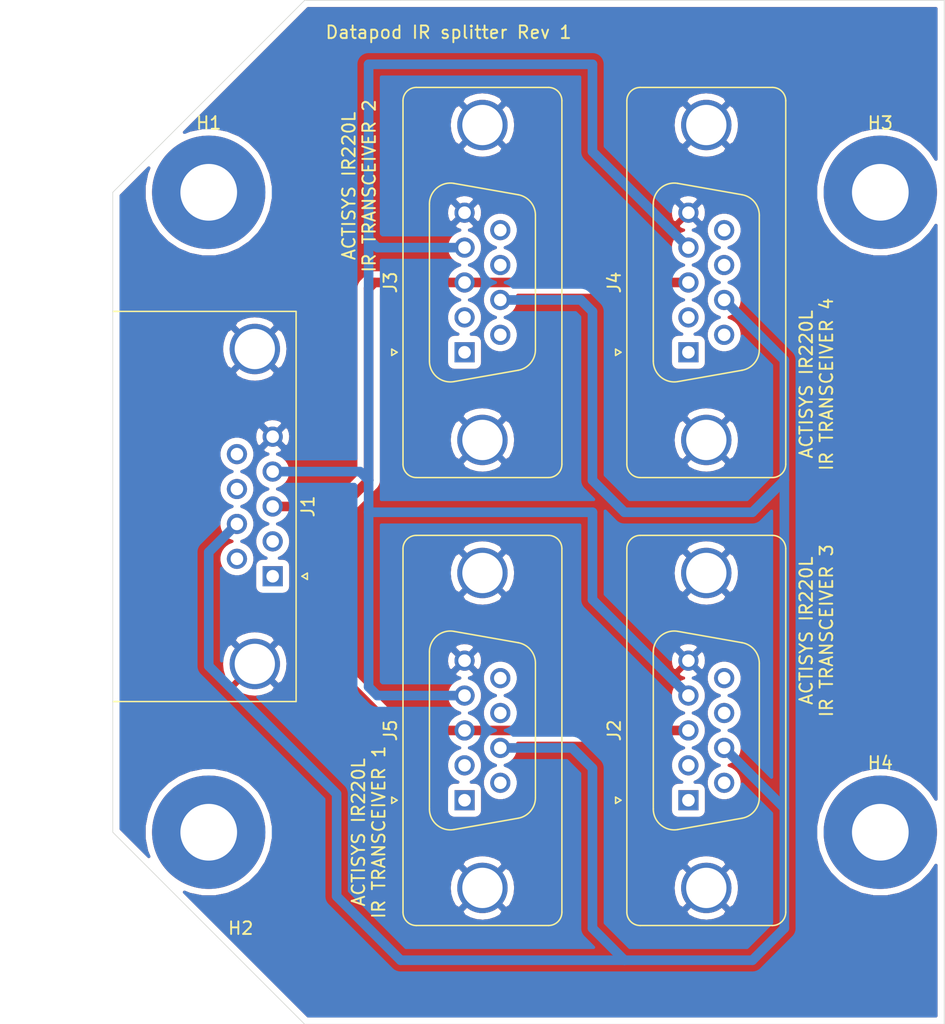
<source format=kicad_pcb>
(kicad_pcb (version 20171130) (host pcbnew 5.1.5-52549c5~84~ubuntu18.04.1)

  (general
    (thickness 1.6)
    (drawings 12)
    (tracks 49)
    (zones 0)
    (modules 9)
    (nets 30)
  )

  (page A4)
  (layers
    (0 F.Cu signal)
    (31 B.Cu signal)
    (32 B.Adhes user)
    (33 F.Adhes user)
    (34 B.Paste user)
    (35 F.Paste user)
    (36 B.SilkS user)
    (37 F.SilkS user)
    (38 B.Mask user)
    (39 F.Mask user)
    (40 Dwgs.User user)
    (41 Cmts.User user)
    (42 Eco1.User user)
    (43 Eco2.User user)
    (44 Edge.Cuts user)
    (45 Margin user)
    (46 B.CrtYd user)
    (47 F.CrtYd user)
    (48 B.Fab user)
    (49 F.Fab user)
  )

  (setup
    (last_trace_width 0.25)
    (user_trace_width 0.762)
    (trace_clearance 0.2)
    (zone_clearance 0.508)
    (zone_45_only no)
    (trace_min 0.2)
    (via_size 0.8)
    (via_drill 0.4)
    (via_min_size 0.4)
    (via_min_drill 0.3)
    (uvia_size 0.3)
    (uvia_drill 0.1)
    (uvias_allowed no)
    (uvia_min_size 0.2)
    (uvia_min_drill 0.1)
    (edge_width 0.05)
    (segment_width 0.2)
    (pcb_text_width 0.3)
    (pcb_text_size 1.5 1.5)
    (mod_edge_width 0.12)
    (mod_text_size 1 1)
    (mod_text_width 0.15)
    (pad_size 9 9)
    (pad_drill 4.500001)
    (pad_to_mask_clearance 0.051)
    (solder_mask_min_width 0.25)
    (aux_axis_origin 0 0)
    (visible_elements FFFFFF7F)
    (pcbplotparams
      (layerselection 0x010fc_ffffffff)
      (usegerberextensions false)
      (usegerberattributes false)
      (usegerberadvancedattributes false)
      (creategerberjobfile false)
      (excludeedgelayer true)
      (linewidth 0.100000)
      (plotframeref false)
      (viasonmask false)
      (mode 1)
      (useauxorigin false)
      (hpglpennumber 1)
      (hpglpenspeed 20)
      (hpglpendiameter 15.000000)
      (psnegative false)
      (psa4output false)
      (plotreference true)
      (plotvalue true)
      (plotinvisibletext false)
      (padsonsilk false)
      (subtractmaskfromsilk false)
      (outputformat 1)
      (mirror false)
      (drillshape 0)
      (scaleselection 1)
      (outputdirectory "./gerber"))
  )

  (net 0 "")
  (net 1 "Net-(J1-Pad1)")
  (net 2 "Net-(J1-Pad2)")
  (net 3 "Net-(J1-Pad3)")
  (net 4 "Net-(J1-Pad4)")
  (net 5 "Net-(J1-Pad0)")
  (net 6 "Net-(J1-Pad6)")
  (net 7 "Net-(J1-Pad7)")
  (net 8 "Net-(J1-Pad8)")
  (net 9 "Net-(J1-Pad9)")
  (net 10 "Net-(J2-Pad1)")
  (net 11 "Net-(J2-Pad2)")
  (net 12 "Net-(J2-Pad6)")
  (net 13 "Net-(J2-Pad8)")
  (net 14 "Net-(J2-Pad9)")
  (net 15 "Net-(J3-Pad9)")
  (net 16 "Net-(J3-Pad8)")
  (net 17 "Net-(J3-Pad6)")
  (net 18 "Net-(J3-Pad2)")
  (net 19 "Net-(J3-Pad1)")
  (net 20 "Net-(J4-Pad1)")
  (net 21 "Net-(J4-Pad2)")
  (net 22 "Net-(J4-Pad6)")
  (net 23 "Net-(J4-Pad8)")
  (net 24 "Net-(J4-Pad9)")
  (net 25 "Net-(J5-Pad9)")
  (net 26 "Net-(J5-Pad8)")
  (net 27 "Net-(J5-Pad6)")
  (net 28 "Net-(J5-Pad2)")
  (net 29 "Net-(J5-Pad1)")

  (net_class Default "This is the default net class."
    (clearance 0.2)
    (trace_width 0.25)
    (via_dia 0.8)
    (via_drill 0.4)
    (uvia_dia 0.3)
    (uvia_drill 0.1)
    (add_net "Net-(J1-Pad0)")
    (add_net "Net-(J1-Pad1)")
    (add_net "Net-(J1-Pad2)")
    (add_net "Net-(J1-Pad3)")
    (add_net "Net-(J1-Pad4)")
    (add_net "Net-(J1-Pad6)")
    (add_net "Net-(J1-Pad7)")
    (add_net "Net-(J1-Pad8)")
    (add_net "Net-(J1-Pad9)")
    (add_net "Net-(J2-Pad1)")
    (add_net "Net-(J2-Pad2)")
    (add_net "Net-(J2-Pad6)")
    (add_net "Net-(J2-Pad8)")
    (add_net "Net-(J2-Pad9)")
    (add_net "Net-(J3-Pad1)")
    (add_net "Net-(J3-Pad2)")
    (add_net "Net-(J3-Pad6)")
    (add_net "Net-(J3-Pad8)")
    (add_net "Net-(J3-Pad9)")
    (add_net "Net-(J4-Pad1)")
    (add_net "Net-(J4-Pad2)")
    (add_net "Net-(J4-Pad6)")
    (add_net "Net-(J4-Pad8)")
    (add_net "Net-(J4-Pad9)")
    (add_net "Net-(J5-Pad1)")
    (add_net "Net-(J5-Pad2)")
    (add_net "Net-(J5-Pad6)")
    (add_net "Net-(J5-Pad8)")
    (add_net "Net-(J5-Pad9)")
  )

  (module Connector_Dsub:DSUB-9_Female_Horizontal_P2.77x2.84mm_EdgePinOffset9.90mm_Housed_MountingHolesOffset11.32mm (layer F.Cu) (tedit 59FEDEE2) (tstamp 5E2306EA)
    (at 119.38 111.76 270)
    (descr "9-pin D-Sub connector, horizontal/angled (90 deg), THT-mount, female, pitch 2.77x2.84mm, pin-PCB-offset 9.9mm, distance of mounting holes 25mm, distance of mounting holes to PCB edge 11.32mm, see https://disti-assets.s3.amazonaws.com/tonar/files/datasheets/16730.pdf")
    (tags "9-pin D-Sub connector horizontal angled 90deg THT female pitch 2.77x2.84mm pin-PCB-offset 9.9mm mounting-holes-distance 25mm mounting-hole-offset 25mm")
    (path /5E23DC2D)
    (fp_text reference J1 (at -5.54 -2.8 90) (layer F.SilkS)
      (effects (font (size 1 1) (thickness 0.15)))
    )
    (fp_text value DB9_Female_MountingHoles (at -5.54 20.81 90) (layer F.Fab)
      (effects (font (size 1 1) (thickness 0.15)))
    )
    (fp_arc (start -18.04 1.42) (end -19.64 1.42) (angle 180) (layer F.Fab) (width 0.1))
    (fp_arc (start 6.96 1.42) (end 5.36 1.42) (angle 180) (layer F.Fab) (width 0.1))
    (fp_line (start -20.965 -1.8) (end -20.965 12.74) (layer F.Fab) (width 0.1))
    (fp_line (start -20.965 12.74) (end 9.885 12.74) (layer F.Fab) (width 0.1))
    (fp_line (start 9.885 12.74) (end 9.885 -1.8) (layer F.Fab) (width 0.1))
    (fp_line (start 9.885 -1.8) (end -20.965 -1.8) (layer F.Fab) (width 0.1))
    (fp_line (start -20.965 12.74) (end -20.965 13.14) (layer F.Fab) (width 0.1))
    (fp_line (start -20.965 13.14) (end 9.885 13.14) (layer F.Fab) (width 0.1))
    (fp_line (start 9.885 13.14) (end 9.885 12.74) (layer F.Fab) (width 0.1))
    (fp_line (start 9.885 12.74) (end -20.965 12.74) (layer F.Fab) (width 0.1))
    (fp_line (start -13.69 13.14) (end -13.69 19.31) (layer F.Fab) (width 0.1))
    (fp_line (start -13.69 19.31) (end 2.61 19.31) (layer F.Fab) (width 0.1))
    (fp_line (start 2.61 19.31) (end 2.61 13.14) (layer F.Fab) (width 0.1))
    (fp_line (start 2.61 13.14) (end -13.69 13.14) (layer F.Fab) (width 0.1))
    (fp_line (start -20.54 13.14) (end -20.54 18.14) (layer F.Fab) (width 0.1))
    (fp_line (start -20.54 18.14) (end -15.54 18.14) (layer F.Fab) (width 0.1))
    (fp_line (start -15.54 18.14) (end -15.54 13.14) (layer F.Fab) (width 0.1))
    (fp_line (start -15.54 13.14) (end -20.54 13.14) (layer F.Fab) (width 0.1))
    (fp_line (start 4.46 13.14) (end 4.46 18.14) (layer F.Fab) (width 0.1))
    (fp_line (start 4.46 18.14) (end 9.46 18.14) (layer F.Fab) (width 0.1))
    (fp_line (start 9.46 18.14) (end 9.46 13.14) (layer F.Fab) (width 0.1))
    (fp_line (start 9.46 13.14) (end 4.46 13.14) (layer F.Fab) (width 0.1))
    (fp_line (start -19.64 12.74) (end -19.64 1.42) (layer F.Fab) (width 0.1))
    (fp_line (start -16.44 12.74) (end -16.44 1.42) (layer F.Fab) (width 0.1))
    (fp_line (start 5.36 12.74) (end 5.36 1.42) (layer F.Fab) (width 0.1))
    (fp_line (start 8.56 12.74) (end 8.56 1.42) (layer F.Fab) (width 0.1))
    (fp_line (start -21.025 12.68) (end -21.025 -1.86) (layer F.SilkS) (width 0.12))
    (fp_line (start -21.025 -1.86) (end 9.945 -1.86) (layer F.SilkS) (width 0.12))
    (fp_line (start 9.945 -1.86) (end 9.945 12.68) (layer F.SilkS) (width 0.12))
    (fp_line (start -0.25 -2.754338) (end 0.25 -2.754338) (layer F.SilkS) (width 0.12))
    (fp_line (start 0.25 -2.754338) (end 0 -2.321325) (layer F.SilkS) (width 0.12))
    (fp_line (start 0 -2.321325) (end -0.25 -2.754338) (layer F.SilkS) (width 0.12))
    (fp_line (start -21.5 -2.35) (end -21.5 19.85) (layer F.CrtYd) (width 0.05))
    (fp_line (start -21.5 19.85) (end 10.4 19.85) (layer F.CrtYd) (width 0.05))
    (fp_line (start 10.4 19.85) (end 10.4 -2.35) (layer F.CrtYd) (width 0.05))
    (fp_line (start 10.4 -2.35) (end -21.5 -2.35) (layer F.CrtYd) (width 0.05))
    (fp_text user %R (at -5.54 16.225 90) (layer F.Fab)
      (effects (font (size 1 1) (thickness 0.15)))
    )
    (pad 1 thru_hole rect (at 0 0 270) (size 1.6 1.6) (drill 1) (layers *.Cu *.Mask)
      (net 1 "Net-(J1-Pad1)"))
    (pad 2 thru_hole circle (at -2.77 0 270) (size 1.6 1.6) (drill 1) (layers *.Cu *.Mask)
      (net 2 "Net-(J1-Pad2)"))
    (pad 3 thru_hole circle (at -5.54 0 270) (size 1.6 1.6) (drill 1) (layers *.Cu *.Mask)
      (net 3 "Net-(J1-Pad3)"))
    (pad 4 thru_hole circle (at -8.31 0 270) (size 1.6 1.6) (drill 1) (layers *.Cu *.Mask)
      (net 4 "Net-(J1-Pad4)"))
    (pad 5 thru_hole circle (at -11.08 0 270) (size 1.6 1.6) (drill 1) (layers *.Cu *.Mask)
      (net 5 "Net-(J1-Pad0)"))
    (pad 6 thru_hole circle (at -1.385 2.84 270) (size 1.6 1.6) (drill 1) (layers *.Cu *.Mask)
      (net 6 "Net-(J1-Pad6)"))
    (pad 7 thru_hole circle (at -4.155 2.84 270) (size 1.6 1.6) (drill 1) (layers *.Cu *.Mask)
      (net 7 "Net-(J1-Pad7)"))
    (pad 8 thru_hole circle (at -6.925 2.84 270) (size 1.6 1.6) (drill 1) (layers *.Cu *.Mask)
      (net 8 "Net-(J1-Pad8)"))
    (pad 9 thru_hole circle (at -9.695 2.84 270) (size 1.6 1.6) (drill 1) (layers *.Cu *.Mask)
      (net 9 "Net-(J1-Pad9)"))
    (pad 0 thru_hole circle (at -18.04 1.42 270) (size 4 4) (drill 3.2) (layers *.Cu *.Mask)
      (net 5 "Net-(J1-Pad0)"))
    (pad 0 thru_hole circle (at 6.96 1.42 270) (size 4 4) (drill 3.2) (layers *.Cu *.Mask)
      (net 5 "Net-(J1-Pad0)"))
    (model ${KISYS3DMOD}/Connector_Dsub.3dshapes/DSUB-9_Female_Horizontal_P2.77x2.84mm_EdgePinOffset9.90mm_Housed_MountingHolesOffset11.32mm.wrl
      (at (xyz 0 0 0))
      (scale (xyz 1 1 1))
      (rotate (xyz 0 0 0))
    )
    (model ${KIPRJMOD}/../3d_models/D-Sub6180xx211821_female.stp
      (offset (xyz -5.5 -10.5 0))
      (scale (xyz 1 1 1))
      (rotate (xyz -90 0 0))
    )
  )

  (module Connector_Dsub:DSUB-9_Male_Vertical_P2.77x2.84mm_MountingHoles (layer F.Cu) (tedit 59FEDEE2) (tstamp 5E230721)
    (at 152.4 129.54 90)
    (descr "9-pin D-Sub connector, straight/vertical, THT-mount, male, pitch 2.77x2.84mm, distance of mounting holes 25mm, see https://disti-assets.s3.amazonaws.com/tonar/files/datasheets/16730.pdf")
    (tags "9-pin D-Sub connector straight vertical THT male pitch 2.77x2.84mm mounting holes distance 25mm")
    (path /5E23CB39)
    (fp_text reference J2 (at 5.54 -5.89 90) (layer F.SilkS)
      (effects (font (size 1 1) (thickness 0.15)))
    )
    (fp_text value DB9_Male_MountingHoles (at 5.54 8.73 90) (layer F.Fab)
      (effects (font (size 1 1) (thickness 0.15)))
    )
    (fp_arc (start -8.885 -3.83) (end -9.885 -3.83) (angle 90) (layer F.Fab) (width 0.1))
    (fp_arc (start 19.965 -3.83) (end 19.965 -4.83) (angle 90) (layer F.Fab) (width 0.1))
    (fp_arc (start -8.885 6.67) (end -9.885 6.67) (angle -90) (layer F.Fab) (width 0.1))
    (fp_arc (start 19.965 6.67) (end 20.965 6.67) (angle 90) (layer F.Fab) (width 0.1))
    (fp_arc (start -8.885 -3.83) (end -9.945 -3.83) (angle 90) (layer F.SilkS) (width 0.12))
    (fp_arc (start 19.965 -3.83) (end 19.965 -4.89) (angle 90) (layer F.SilkS) (width 0.12))
    (fp_arc (start -8.885 6.67) (end -9.945 6.67) (angle -90) (layer F.SilkS) (width 0.12))
    (fp_arc (start 19.965 6.67) (end 21.025 6.67) (angle 90) (layer F.SilkS) (width 0.12))
    (fp_arc (start -0.703194 -1.13) (end -0.703194 -2.73) (angle -100) (layer F.Fab) (width 0.1))
    (fp_arc (start 11.783194 -1.13) (end 11.783194 -2.73) (angle 100) (layer F.Fab) (width 0.1))
    (fp_arc (start 0.196073 3.97) (end 0.196073 5.57) (angle 80) (layer F.Fab) (width 0.1))
    (fp_arc (start 10.883927 3.97) (end 10.883927 5.57) (angle -80) (layer F.Fab) (width 0.1))
    (fp_arc (start -0.691689 -1.13) (end -0.691689 -2.79) (angle -100) (layer F.SilkS) (width 0.12))
    (fp_arc (start 11.771689 -1.13) (end 11.771689 -2.79) (angle 100) (layer F.SilkS) (width 0.12))
    (fp_arc (start 0.207579 3.97) (end 0.207579 5.63) (angle 80) (layer F.SilkS) (width 0.12))
    (fp_arc (start 10.872421 3.97) (end 10.872421 5.63) (angle -80) (layer F.SilkS) (width 0.12))
    (fp_line (start -8.885 -4.83) (end 19.965 -4.83) (layer F.Fab) (width 0.1))
    (fp_line (start 20.965 -3.83) (end 20.965 6.67) (layer F.Fab) (width 0.1))
    (fp_line (start 19.965 7.67) (end -8.885 7.67) (layer F.Fab) (width 0.1))
    (fp_line (start -9.885 6.67) (end -9.885 -3.83) (layer F.Fab) (width 0.1))
    (fp_line (start -8.885 -4.89) (end 19.965 -4.89) (layer F.SilkS) (width 0.12))
    (fp_line (start 21.025 -3.83) (end 21.025 6.67) (layer F.SilkS) (width 0.12))
    (fp_line (start 19.965 7.73) (end -8.885 7.73) (layer F.SilkS) (width 0.12))
    (fp_line (start -9.945 6.67) (end -9.945 -3.83) (layer F.SilkS) (width 0.12))
    (fp_line (start -0.25 -5.784338) (end 0.25 -5.784338) (layer F.SilkS) (width 0.12))
    (fp_line (start 0.25 -5.784338) (end 0 -5.351325) (layer F.SilkS) (width 0.12))
    (fp_line (start 0 -5.351325) (end -0.25 -5.784338) (layer F.SilkS) (width 0.12))
    (fp_line (start -0.703194 -2.73) (end 11.783194 -2.73) (layer F.Fab) (width 0.1))
    (fp_line (start 0.196073 5.57) (end 10.883927 5.57) (layer F.Fab) (width 0.1))
    (fp_line (start 13.358887 -0.852163) (end 12.459619 4.247837) (layer F.Fab) (width 0.1))
    (fp_line (start -2.278887 -0.852163) (end -1.379619 4.247837) (layer F.Fab) (width 0.1))
    (fp_line (start -0.691689 -2.79) (end 11.771689 -2.79) (layer F.SilkS) (width 0.12))
    (fp_line (start 0.207579 5.63) (end 10.872421 5.63) (layer F.SilkS) (width 0.12))
    (fp_line (start 13.40647 -0.841744) (end 12.507202 4.258256) (layer F.SilkS) (width 0.12))
    (fp_line (start -2.32647 -0.841744) (end -1.427202 4.258256) (layer F.SilkS) (width 0.12))
    (fp_line (start -10.4 -5.35) (end -10.4 8.2) (layer F.CrtYd) (width 0.05))
    (fp_line (start -10.4 8.2) (end 21.5 8.2) (layer F.CrtYd) (width 0.05))
    (fp_line (start 21.5 8.2) (end 21.5 -5.35) (layer F.CrtYd) (width 0.05))
    (fp_line (start 21.5 -5.35) (end -10.4 -5.35) (layer F.CrtYd) (width 0.05))
    (fp_text user %R (at 5.54 1.42 90) (layer F.Fab)
      (effects (font (size 1 1) (thickness 0.15)))
    )
    (pad 1 thru_hole rect (at 0 0 90) (size 1.6 1.6) (drill 1) (layers *.Cu *.Mask)
      (net 10 "Net-(J2-Pad1)"))
    (pad 2 thru_hole circle (at 2.77 0 90) (size 1.6 1.6) (drill 1) (layers *.Cu *.Mask)
      (net 11 "Net-(J2-Pad2)"))
    (pad 3 thru_hole circle (at 5.54 0 90) (size 1.6 1.6) (drill 1) (layers *.Cu *.Mask)
      (net 3 "Net-(J1-Pad3)"))
    (pad 4 thru_hole circle (at 8.31 0 90) (size 1.6 1.6) (drill 1) (layers *.Cu *.Mask)
      (net 4 "Net-(J1-Pad4)"))
    (pad 5 thru_hole circle (at 11.08 0 90) (size 1.6 1.6) (drill 1) (layers *.Cu *.Mask)
      (net 5 "Net-(J1-Pad0)"))
    (pad 6 thru_hole circle (at 1.385 2.84 90) (size 1.6 1.6) (drill 1) (layers *.Cu *.Mask)
      (net 12 "Net-(J2-Pad6)"))
    (pad 7 thru_hole circle (at 4.155 2.84 90) (size 1.6 1.6) (drill 1) (layers *.Cu *.Mask)
      (net 7 "Net-(J1-Pad7)"))
    (pad 8 thru_hole circle (at 6.925 2.84 90) (size 1.6 1.6) (drill 1) (layers *.Cu *.Mask)
      (net 13 "Net-(J2-Pad8)"))
    (pad 9 thru_hole circle (at 9.695 2.84 90) (size 1.6 1.6) (drill 1) (layers *.Cu *.Mask)
      (net 14 "Net-(J2-Pad9)"))
    (pad 0 thru_hole circle (at -6.96 1.42 90) (size 4 4) (drill 3.2) (layers *.Cu *.Mask)
      (net 5 "Net-(J1-Pad0)"))
    (pad 0 thru_hole circle (at 18.04 1.42 90) (size 4 4) (drill 3.2) (layers *.Cu *.Mask)
      (net 5 "Net-(J1-Pad0)"))
    (model ${KISYS3DMOD}/Connector_Dsub.3dshapes/DSUB-9_Male_Vertical_P2.77x2.84mm_MountingHoles.wrl
      (at (xyz 0 0 0))
      (scale (xyz 1 1 1))
      (rotate (xyz 0 0 0))
    )
    (model "${KIPRJMOD}/../3d_models/LD09P24A4GV00LF .stp"
      (offset (xyz 5.5 -1.5 6))
      (scale (xyz 1 1 1))
      (rotate (xyz 0 0 180))
    )
  )

  (module Connector_Dsub:DSUB-9_Male_Vertical_P2.77x2.84mm_MountingHoles (layer F.Cu) (tedit 59FEDEE2) (tstamp 5E230758)
    (at 134.62 93.98 90)
    (descr "9-pin D-Sub connector, straight/vertical, THT-mount, male, pitch 2.77x2.84mm, distance of mounting holes 25mm, see https://disti-assets.s3.amazonaws.com/tonar/files/datasheets/16730.pdf")
    (tags "9-pin D-Sub connector straight vertical THT male pitch 2.77x2.84mm mounting holes distance 25mm")
    (path /5E2444E6)
    (fp_text reference J3 (at 5.54 -5.89 90) (layer F.SilkS)
      (effects (font (size 1 1) (thickness 0.15)))
    )
    (fp_text value DB9_Male_MountingHoles (at 5.54 8.73 90) (layer F.Fab)
      (effects (font (size 1 1) (thickness 0.15)))
    )
    (fp_text user %R (at 5.54 1.42 90) (layer F.Fab)
      (effects (font (size 1 1) (thickness 0.15)))
    )
    (fp_line (start 21.5 -5.35) (end -10.4 -5.35) (layer F.CrtYd) (width 0.05))
    (fp_line (start 21.5 8.2) (end 21.5 -5.35) (layer F.CrtYd) (width 0.05))
    (fp_line (start -10.4 8.2) (end 21.5 8.2) (layer F.CrtYd) (width 0.05))
    (fp_line (start -10.4 -5.35) (end -10.4 8.2) (layer F.CrtYd) (width 0.05))
    (fp_line (start -2.32647 -0.841744) (end -1.427202 4.258256) (layer F.SilkS) (width 0.12))
    (fp_line (start 13.40647 -0.841744) (end 12.507202 4.258256) (layer F.SilkS) (width 0.12))
    (fp_line (start 0.207579 5.63) (end 10.872421 5.63) (layer F.SilkS) (width 0.12))
    (fp_line (start -0.691689 -2.79) (end 11.771689 -2.79) (layer F.SilkS) (width 0.12))
    (fp_line (start -2.278887 -0.852163) (end -1.379619 4.247837) (layer F.Fab) (width 0.1))
    (fp_line (start 13.358887 -0.852163) (end 12.459619 4.247837) (layer F.Fab) (width 0.1))
    (fp_line (start 0.196073 5.57) (end 10.883927 5.57) (layer F.Fab) (width 0.1))
    (fp_line (start -0.703194 -2.73) (end 11.783194 -2.73) (layer F.Fab) (width 0.1))
    (fp_line (start 0 -5.351325) (end -0.25 -5.784338) (layer F.SilkS) (width 0.12))
    (fp_line (start 0.25 -5.784338) (end 0 -5.351325) (layer F.SilkS) (width 0.12))
    (fp_line (start -0.25 -5.784338) (end 0.25 -5.784338) (layer F.SilkS) (width 0.12))
    (fp_line (start -9.945 6.67) (end -9.945 -3.83) (layer F.SilkS) (width 0.12))
    (fp_line (start 19.965 7.73) (end -8.885 7.73) (layer F.SilkS) (width 0.12))
    (fp_line (start 21.025 -3.83) (end 21.025 6.67) (layer F.SilkS) (width 0.12))
    (fp_line (start -8.885 -4.89) (end 19.965 -4.89) (layer F.SilkS) (width 0.12))
    (fp_line (start -9.885 6.67) (end -9.885 -3.83) (layer F.Fab) (width 0.1))
    (fp_line (start 19.965 7.67) (end -8.885 7.67) (layer F.Fab) (width 0.1))
    (fp_line (start 20.965 -3.83) (end 20.965 6.67) (layer F.Fab) (width 0.1))
    (fp_line (start -8.885 -4.83) (end 19.965 -4.83) (layer F.Fab) (width 0.1))
    (fp_arc (start 10.872421 3.97) (end 10.872421 5.63) (angle -80) (layer F.SilkS) (width 0.12))
    (fp_arc (start 0.207579 3.97) (end 0.207579 5.63) (angle 80) (layer F.SilkS) (width 0.12))
    (fp_arc (start 11.771689 -1.13) (end 11.771689 -2.79) (angle 100) (layer F.SilkS) (width 0.12))
    (fp_arc (start -0.691689 -1.13) (end -0.691689 -2.79) (angle -100) (layer F.SilkS) (width 0.12))
    (fp_arc (start 10.883927 3.97) (end 10.883927 5.57) (angle -80) (layer F.Fab) (width 0.1))
    (fp_arc (start 0.196073 3.97) (end 0.196073 5.57) (angle 80) (layer F.Fab) (width 0.1))
    (fp_arc (start 11.783194 -1.13) (end 11.783194 -2.73) (angle 100) (layer F.Fab) (width 0.1))
    (fp_arc (start -0.703194 -1.13) (end -0.703194 -2.73) (angle -100) (layer F.Fab) (width 0.1))
    (fp_arc (start 19.965 6.67) (end 21.025 6.67) (angle 90) (layer F.SilkS) (width 0.12))
    (fp_arc (start -8.885 6.67) (end -9.945 6.67) (angle -90) (layer F.SilkS) (width 0.12))
    (fp_arc (start 19.965 -3.83) (end 19.965 -4.89) (angle 90) (layer F.SilkS) (width 0.12))
    (fp_arc (start -8.885 -3.83) (end -9.945 -3.83) (angle 90) (layer F.SilkS) (width 0.12))
    (fp_arc (start 19.965 6.67) (end 20.965 6.67) (angle 90) (layer F.Fab) (width 0.1))
    (fp_arc (start -8.885 6.67) (end -9.885 6.67) (angle -90) (layer F.Fab) (width 0.1))
    (fp_arc (start 19.965 -3.83) (end 19.965 -4.83) (angle 90) (layer F.Fab) (width 0.1))
    (fp_arc (start -8.885 -3.83) (end -9.885 -3.83) (angle 90) (layer F.Fab) (width 0.1))
    (pad 0 thru_hole circle (at 18.04 1.42 90) (size 4 4) (drill 3.2) (layers *.Cu *.Mask)
      (net 5 "Net-(J1-Pad0)"))
    (pad 0 thru_hole circle (at -6.96 1.42 90) (size 4 4) (drill 3.2) (layers *.Cu *.Mask)
      (net 5 "Net-(J1-Pad0)"))
    (pad 9 thru_hole circle (at 9.695 2.84 90) (size 1.6 1.6) (drill 1) (layers *.Cu *.Mask)
      (net 15 "Net-(J3-Pad9)"))
    (pad 8 thru_hole circle (at 6.925 2.84 90) (size 1.6 1.6) (drill 1) (layers *.Cu *.Mask)
      (net 16 "Net-(J3-Pad8)"))
    (pad 7 thru_hole circle (at 4.155 2.84 90) (size 1.6 1.6) (drill 1) (layers *.Cu *.Mask)
      (net 7 "Net-(J1-Pad7)"))
    (pad 6 thru_hole circle (at 1.385 2.84 90) (size 1.6 1.6) (drill 1) (layers *.Cu *.Mask)
      (net 17 "Net-(J3-Pad6)"))
    (pad 5 thru_hole circle (at 11.08 0 90) (size 1.6 1.6) (drill 1) (layers *.Cu *.Mask)
      (net 5 "Net-(J1-Pad0)"))
    (pad 4 thru_hole circle (at 8.31 0 90) (size 1.6 1.6) (drill 1) (layers *.Cu *.Mask)
      (net 4 "Net-(J1-Pad4)"))
    (pad 3 thru_hole circle (at 5.54 0 90) (size 1.6 1.6) (drill 1) (layers *.Cu *.Mask)
      (net 3 "Net-(J1-Pad3)"))
    (pad 2 thru_hole circle (at 2.77 0 90) (size 1.6 1.6) (drill 1) (layers *.Cu *.Mask)
      (net 18 "Net-(J3-Pad2)"))
    (pad 1 thru_hole rect (at 0 0 90) (size 1.6 1.6) (drill 1) (layers *.Cu *.Mask)
      (net 19 "Net-(J3-Pad1)"))
    (model ${KISYS3DMOD}/Connector_Dsub.3dshapes/DSUB-9_Male_Vertical_P2.77x2.84mm_MountingHoles.wrl
      (at (xyz 0 0 0))
      (scale (xyz 1 1 1))
      (rotate (xyz 0 0 0))
    )
    (model "${KIPRJMOD}/../3d_models/LD09P24A4GV00LF .stp"
      (offset (xyz 5.5 -1.5 6))
      (scale (xyz 1 1 1))
      (rotate (xyz 0 0 180))
    )
  )

  (module Connector_Dsub:DSUB-9_Male_Vertical_P2.77x2.84mm_MountingHoles (layer F.Cu) (tedit 59FEDEE2) (tstamp 5E230D33)
    (at 152.4 93.98 90)
    (descr "9-pin D-Sub connector, straight/vertical, THT-mount, male, pitch 2.77x2.84mm, distance of mounting holes 25mm, see https://disti-assets.s3.amazonaws.com/tonar/files/datasheets/16730.pdf")
    (tags "9-pin D-Sub connector straight vertical THT male pitch 2.77x2.84mm mounting holes distance 25mm")
    (path /5E24523F)
    (fp_text reference J4 (at 5.54 -5.89 90) (layer F.SilkS)
      (effects (font (size 1 1) (thickness 0.15)))
    )
    (fp_text value DB9_Male_MountingHoles (at 5.54 8.73 90) (layer F.Fab)
      (effects (font (size 1 1) (thickness 0.15)))
    )
    (fp_arc (start -8.885 -3.83) (end -9.885 -3.83) (angle 90) (layer F.Fab) (width 0.1))
    (fp_arc (start 19.965 -3.83) (end 19.965 -4.83) (angle 90) (layer F.Fab) (width 0.1))
    (fp_arc (start -8.885 6.67) (end -9.885 6.67) (angle -90) (layer F.Fab) (width 0.1))
    (fp_arc (start 19.965 6.67) (end 20.965 6.67) (angle 90) (layer F.Fab) (width 0.1))
    (fp_arc (start -8.885 -3.83) (end -9.945 -3.83) (angle 90) (layer F.SilkS) (width 0.12))
    (fp_arc (start 19.965 -3.83) (end 19.965 -4.89) (angle 90) (layer F.SilkS) (width 0.12))
    (fp_arc (start -8.885 6.67) (end -9.945 6.67) (angle -90) (layer F.SilkS) (width 0.12))
    (fp_arc (start 19.965 6.67) (end 21.025 6.67) (angle 90) (layer F.SilkS) (width 0.12))
    (fp_arc (start -0.703194 -1.13) (end -0.703194 -2.73) (angle -100) (layer F.Fab) (width 0.1))
    (fp_arc (start 11.783194 -1.13) (end 11.783194 -2.73) (angle 100) (layer F.Fab) (width 0.1))
    (fp_arc (start 0.196073 3.97) (end 0.196073 5.57) (angle 80) (layer F.Fab) (width 0.1))
    (fp_arc (start 10.883927 3.97) (end 10.883927 5.57) (angle -80) (layer F.Fab) (width 0.1))
    (fp_arc (start -0.691689 -1.13) (end -0.691689 -2.79) (angle -100) (layer F.SilkS) (width 0.12))
    (fp_arc (start 11.771689 -1.13) (end 11.771689 -2.79) (angle 100) (layer F.SilkS) (width 0.12))
    (fp_arc (start 0.207579 3.97) (end 0.207579 5.63) (angle 80) (layer F.SilkS) (width 0.12))
    (fp_arc (start 10.872421 3.97) (end 10.872421 5.63) (angle -80) (layer F.SilkS) (width 0.12))
    (fp_line (start -8.885 -4.83) (end 19.965 -4.83) (layer F.Fab) (width 0.1))
    (fp_line (start 20.965 -3.83) (end 20.965 6.67) (layer F.Fab) (width 0.1))
    (fp_line (start 19.965 7.67) (end -8.885 7.67) (layer F.Fab) (width 0.1))
    (fp_line (start -9.885 6.67) (end -9.885 -3.83) (layer F.Fab) (width 0.1))
    (fp_line (start -8.885 -4.89) (end 19.965 -4.89) (layer F.SilkS) (width 0.12))
    (fp_line (start 21.025 -3.83) (end 21.025 6.67) (layer F.SilkS) (width 0.12))
    (fp_line (start 19.965 7.73) (end -8.885 7.73) (layer F.SilkS) (width 0.12))
    (fp_line (start -9.945 6.67) (end -9.945 -3.83) (layer F.SilkS) (width 0.12))
    (fp_line (start -0.25 -5.784338) (end 0.25 -5.784338) (layer F.SilkS) (width 0.12))
    (fp_line (start 0.25 -5.784338) (end 0 -5.351325) (layer F.SilkS) (width 0.12))
    (fp_line (start 0 -5.351325) (end -0.25 -5.784338) (layer F.SilkS) (width 0.12))
    (fp_line (start -0.703194 -2.73) (end 11.783194 -2.73) (layer F.Fab) (width 0.1))
    (fp_line (start 0.196073 5.57) (end 10.883927 5.57) (layer F.Fab) (width 0.1))
    (fp_line (start 13.358887 -0.852163) (end 12.459619 4.247837) (layer F.Fab) (width 0.1))
    (fp_line (start -2.278887 -0.852163) (end -1.379619 4.247837) (layer F.Fab) (width 0.1))
    (fp_line (start -0.691689 -2.79) (end 11.771689 -2.79) (layer F.SilkS) (width 0.12))
    (fp_line (start 0.207579 5.63) (end 10.872421 5.63) (layer F.SilkS) (width 0.12))
    (fp_line (start 13.40647 -0.841744) (end 12.507202 4.258256) (layer F.SilkS) (width 0.12))
    (fp_line (start -2.32647 -0.841744) (end -1.427202 4.258256) (layer F.SilkS) (width 0.12))
    (fp_line (start -10.4 -5.35) (end -10.4 8.2) (layer F.CrtYd) (width 0.05))
    (fp_line (start -10.4 8.2) (end 21.5 8.2) (layer F.CrtYd) (width 0.05))
    (fp_line (start 21.5 8.2) (end 21.5 -5.35) (layer F.CrtYd) (width 0.05))
    (fp_line (start 21.5 -5.35) (end -10.4 -5.35) (layer F.CrtYd) (width 0.05))
    (fp_text user %R (at 5.54 1.42 90) (layer F.Fab)
      (effects (font (size 1 1) (thickness 0.15)))
    )
    (pad 1 thru_hole rect (at 0 0 90) (size 1.6 1.6) (drill 1) (layers *.Cu *.Mask)
      (net 20 "Net-(J4-Pad1)"))
    (pad 2 thru_hole circle (at 2.77 0 90) (size 1.6 1.6) (drill 1) (layers *.Cu *.Mask)
      (net 21 "Net-(J4-Pad2)"))
    (pad 3 thru_hole circle (at 5.54 0 90) (size 1.6 1.6) (drill 1) (layers *.Cu *.Mask)
      (net 3 "Net-(J1-Pad3)"))
    (pad 4 thru_hole circle (at 8.31 0 90) (size 1.6 1.6) (drill 1) (layers *.Cu *.Mask)
      (net 4 "Net-(J1-Pad4)"))
    (pad 5 thru_hole circle (at 11.08 0 90) (size 1.6 1.6) (drill 1) (layers *.Cu *.Mask)
      (net 5 "Net-(J1-Pad0)"))
    (pad 6 thru_hole circle (at 1.385 2.84 90) (size 1.6 1.6) (drill 1) (layers *.Cu *.Mask)
      (net 22 "Net-(J4-Pad6)"))
    (pad 7 thru_hole circle (at 4.155 2.84 90) (size 1.6 1.6) (drill 1) (layers *.Cu *.Mask)
      (net 7 "Net-(J1-Pad7)"))
    (pad 8 thru_hole circle (at 6.925 2.84 90) (size 1.6 1.6) (drill 1) (layers *.Cu *.Mask)
      (net 23 "Net-(J4-Pad8)"))
    (pad 9 thru_hole circle (at 9.695 2.84 90) (size 1.6 1.6) (drill 1) (layers *.Cu *.Mask)
      (net 24 "Net-(J4-Pad9)"))
    (pad 0 thru_hole circle (at -6.96 1.42 90) (size 4 4) (drill 3.2) (layers *.Cu *.Mask)
      (net 5 "Net-(J1-Pad0)"))
    (pad 0 thru_hole circle (at 18.04 1.42 90) (size 4 4) (drill 3.2) (layers *.Cu *.Mask)
      (net 5 "Net-(J1-Pad0)"))
    (model ${KISYS3DMOD}/Connector_Dsub.3dshapes/DSUB-9_Male_Vertical_P2.77x2.84mm_MountingHoles.wrl
      (at (xyz 0 0 0))
      (scale (xyz 1 1 1))
      (rotate (xyz 0 0 0))
    )
    (model "${KIPRJMOD}/../3d_models/LD09P24A4GV00LF .stp"
      (offset (xyz 5.5 -1.5 6))
      (scale (xyz 1 1 1))
      (rotate (xyz 0 0 180))
    )
  )

  (module Connector_Dsub:DSUB-9_Male_Vertical_P2.77x2.84mm_MountingHoles (layer F.Cu) (tedit 59FEDEE2) (tstamp 5E2307C6)
    (at 134.62 129.54 90)
    (descr "9-pin D-Sub connector, straight/vertical, THT-mount, male, pitch 2.77x2.84mm, distance of mounting holes 25mm, see https://disti-assets.s3.amazonaws.com/tonar/files/datasheets/16730.pdf")
    (tags "9-pin D-Sub connector straight vertical THT male pitch 2.77x2.84mm mounting holes distance 25mm")
    (path /5E245C31)
    (fp_text reference J5 (at 5.54 -5.89 90) (layer F.SilkS)
      (effects (font (size 1 1) (thickness 0.15)))
    )
    (fp_text value DB9_Male_MountingHoles (at 5.54 8.73 90) (layer F.Fab)
      (effects (font (size 1 1) (thickness 0.15)))
    )
    (fp_text user %R (at 5.54 1.42 90) (layer F.Fab)
      (effects (font (size 1 1) (thickness 0.15)))
    )
    (fp_line (start 21.5 -5.35) (end -10.4 -5.35) (layer F.CrtYd) (width 0.05))
    (fp_line (start 21.5 8.2) (end 21.5 -5.35) (layer F.CrtYd) (width 0.05))
    (fp_line (start -10.4 8.2) (end 21.5 8.2) (layer F.CrtYd) (width 0.05))
    (fp_line (start -10.4 -5.35) (end -10.4 8.2) (layer F.CrtYd) (width 0.05))
    (fp_line (start -2.32647 -0.841744) (end -1.427202 4.258256) (layer F.SilkS) (width 0.12))
    (fp_line (start 13.40647 -0.841744) (end 12.507202 4.258256) (layer F.SilkS) (width 0.12))
    (fp_line (start 0.207579 5.63) (end 10.872421 5.63) (layer F.SilkS) (width 0.12))
    (fp_line (start -0.691689 -2.79) (end 11.771689 -2.79) (layer F.SilkS) (width 0.12))
    (fp_line (start -2.278887 -0.852163) (end -1.379619 4.247837) (layer F.Fab) (width 0.1))
    (fp_line (start 13.358887 -0.852163) (end 12.459619 4.247837) (layer F.Fab) (width 0.1))
    (fp_line (start 0.196073 5.57) (end 10.883927 5.57) (layer F.Fab) (width 0.1))
    (fp_line (start -0.703194 -2.73) (end 11.783194 -2.73) (layer F.Fab) (width 0.1))
    (fp_line (start 0 -5.351325) (end -0.25 -5.784338) (layer F.SilkS) (width 0.12))
    (fp_line (start 0.25 -5.784338) (end 0 -5.351325) (layer F.SilkS) (width 0.12))
    (fp_line (start -0.25 -5.784338) (end 0.25 -5.784338) (layer F.SilkS) (width 0.12))
    (fp_line (start -9.945 6.67) (end -9.945 -3.83) (layer F.SilkS) (width 0.12))
    (fp_line (start 19.965 7.73) (end -8.885 7.73) (layer F.SilkS) (width 0.12))
    (fp_line (start 21.025 -3.83) (end 21.025 6.67) (layer F.SilkS) (width 0.12))
    (fp_line (start -8.885 -4.89) (end 19.965 -4.89) (layer F.SilkS) (width 0.12))
    (fp_line (start -9.885 6.67) (end -9.885 -3.83) (layer F.Fab) (width 0.1))
    (fp_line (start 19.965 7.67) (end -8.885 7.67) (layer F.Fab) (width 0.1))
    (fp_line (start 20.965 -3.83) (end 20.965 6.67) (layer F.Fab) (width 0.1))
    (fp_line (start -8.885 -4.83) (end 19.965 -4.83) (layer F.Fab) (width 0.1))
    (fp_arc (start 10.872421 3.97) (end 10.872421 5.63) (angle -80) (layer F.SilkS) (width 0.12))
    (fp_arc (start 0.207579 3.97) (end 0.207579 5.63) (angle 80) (layer F.SilkS) (width 0.12))
    (fp_arc (start 11.771689 -1.13) (end 11.771689 -2.79) (angle 100) (layer F.SilkS) (width 0.12))
    (fp_arc (start -0.691689 -1.13) (end -0.691689 -2.79) (angle -100) (layer F.SilkS) (width 0.12))
    (fp_arc (start 10.883927 3.97) (end 10.883927 5.57) (angle -80) (layer F.Fab) (width 0.1))
    (fp_arc (start 0.196073 3.97) (end 0.196073 5.57) (angle 80) (layer F.Fab) (width 0.1))
    (fp_arc (start 11.783194 -1.13) (end 11.783194 -2.73) (angle 100) (layer F.Fab) (width 0.1))
    (fp_arc (start -0.703194 -1.13) (end -0.703194 -2.73) (angle -100) (layer F.Fab) (width 0.1))
    (fp_arc (start 19.965 6.67) (end 21.025 6.67) (angle 90) (layer F.SilkS) (width 0.12))
    (fp_arc (start -8.885 6.67) (end -9.945 6.67) (angle -90) (layer F.SilkS) (width 0.12))
    (fp_arc (start 19.965 -3.83) (end 19.965 -4.89) (angle 90) (layer F.SilkS) (width 0.12))
    (fp_arc (start -8.885 -3.83) (end -9.945 -3.83) (angle 90) (layer F.SilkS) (width 0.12))
    (fp_arc (start 19.965 6.67) (end 20.965 6.67) (angle 90) (layer F.Fab) (width 0.1))
    (fp_arc (start -8.885 6.67) (end -9.885 6.67) (angle -90) (layer F.Fab) (width 0.1))
    (fp_arc (start 19.965 -3.83) (end 19.965 -4.83) (angle 90) (layer F.Fab) (width 0.1))
    (fp_arc (start -8.885 -3.83) (end -9.885 -3.83) (angle 90) (layer F.Fab) (width 0.1))
    (pad 0 thru_hole circle (at 18.04 1.42 90) (size 4 4) (drill 3.2) (layers *.Cu *.Mask)
      (net 5 "Net-(J1-Pad0)"))
    (pad 0 thru_hole circle (at -6.96 1.42 90) (size 4 4) (drill 3.2) (layers *.Cu *.Mask)
      (net 5 "Net-(J1-Pad0)"))
    (pad 9 thru_hole circle (at 9.695 2.84 90) (size 1.6 1.6) (drill 1) (layers *.Cu *.Mask)
      (net 25 "Net-(J5-Pad9)"))
    (pad 8 thru_hole circle (at 6.925 2.84 90) (size 1.6 1.6) (drill 1) (layers *.Cu *.Mask)
      (net 26 "Net-(J5-Pad8)"))
    (pad 7 thru_hole circle (at 4.155 2.84 90) (size 1.6 1.6) (drill 1) (layers *.Cu *.Mask)
      (net 7 "Net-(J1-Pad7)"))
    (pad 6 thru_hole circle (at 1.385 2.84 90) (size 1.6 1.6) (drill 1) (layers *.Cu *.Mask)
      (net 27 "Net-(J5-Pad6)"))
    (pad 5 thru_hole circle (at 11.08 0 90) (size 1.6 1.6) (drill 1) (layers *.Cu *.Mask)
      (net 5 "Net-(J1-Pad0)"))
    (pad 4 thru_hole circle (at 8.31 0 90) (size 1.6 1.6) (drill 1) (layers *.Cu *.Mask)
      (net 4 "Net-(J1-Pad4)"))
    (pad 3 thru_hole circle (at 5.54 0 90) (size 1.6 1.6) (drill 1) (layers *.Cu *.Mask)
      (net 3 "Net-(J1-Pad3)"))
    (pad 2 thru_hole circle (at 2.77 0 90) (size 1.6 1.6) (drill 1) (layers *.Cu *.Mask)
      (net 28 "Net-(J5-Pad2)"))
    (pad 1 thru_hole rect (at 0 0 90) (size 1.6 1.6) (drill 1) (layers *.Cu *.Mask)
      (net 29 "Net-(J5-Pad1)"))
    (model ${KISYS3DMOD}/Connector_Dsub.3dshapes/DSUB-9_Male_Vertical_P2.77x2.84mm_MountingHoles.wrl
      (at (xyz 0 0 0))
      (scale (xyz 1 1 1))
      (rotate (xyz 0 0 0))
    )
    (model "${KIPRJMOD}/../3d_models/LD09P24A4GV00LF .stp"
      (offset (xyz 5.5 -1.5 6))
      (scale (xyz 1 1 1))
      (rotate (xyz 0 0 180))
    )
  )

  (module MountingHole:MountingHole_4.5mm_Pad (layer F.Cu) (tedit 56D1B4CB) (tstamp 5E234822)
    (at 114.3 81.28)
    (descr "Mounting Hole 4.5mm")
    (tags "mounting hole 4.5mm")
    (path /5E28F7CA)
    (attr virtual)
    (fp_text reference H1 (at 0 -5.5) (layer F.SilkS)
      (effects (font (size 1 1) (thickness 0.15)))
    )
    (fp_text value MountingHole (at 0 5.5) (layer F.Fab)
      (effects (font (size 1 1) (thickness 0.15)))
    )
    (fp_text user %R (at 0.3 0) (layer F.Fab)
      (effects (font (size 1 1) (thickness 0.15)))
    )
    (fp_circle (center 0 0) (end 4.5 0) (layer Cmts.User) (width 0.15))
    (fp_circle (center 0 0) (end 4.75 0) (layer F.CrtYd) (width 0.05))
    (pad 1 thru_hole circle (at 0 0) (size 9 9) (drill 4.5) (layers *.Cu *.Mask))
  )

  (module MountingHole:MountingHole_4.5mm_Pad (layer F.Cu) (tedit 56D1B4CB) (tstamp 5E23482A)
    (at 114.3 132.08)
    (descr "Mounting Hole 4.5mm")
    (tags "mounting hole 4.5mm")
    (path /5E290FE9)
    (attr virtual)
    (fp_text reference H2 (at 2.54 7.62) (layer F.SilkS)
      (effects (font (size 1 1) (thickness 0.15)))
    )
    (fp_text value MountingHole (at 0 -7.62) (layer F.Fab)
      (effects (font (size 1 1) (thickness 0.15)))
    )
    (fp_circle (center 0 0) (end 4.75 0) (layer F.CrtYd) (width 0.05))
    (fp_circle (center 0 0) (end 4.5 0) (layer Cmts.User) (width 0.15))
    (fp_text user %R (at 0.3 0) (layer F.Fab)
      (effects (font (size 1 1) (thickness 0.15)))
    )
    (pad 1 thru_hole circle (at 0 0) (size 9 9) (drill 4.5) (layers *.Cu *.Mask))
  )

  (module MountingHole:MountingHole_4.5mm_Pad (layer F.Cu) (tedit 56D1B4CB) (tstamp 5E23499D)
    (at 167.64 132.08)
    (descr "Mounting Hole 4.5mm")
    (tags "mounting hole 4.5mm")
    (path /5E291425)
    (attr virtual)
    (fp_text reference H4 (at 0 -5.5) (layer F.SilkS)
      (effects (font (size 1 1) (thickness 0.15)))
    )
    (fp_text value MountingHole (at 0 5.5) (layer F.Fab)
      (effects (font (size 1 1) (thickness 0.15)))
    )
    (fp_circle (center 0 0) (end 4.75 0) (layer F.CrtYd) (width 0.05))
    (fp_circle (center 0 0) (end 4.5 0) (layer Cmts.User) (width 0.15))
    (fp_text user %R (at 0.3 0) (layer F.Fab)
      (effects (font (size 1 1) (thickness 0.15)))
    )
    (pad 1 thru_hole circle (at 0 0) (size 9 9) (drill 4.5) (layers *.Cu *.Mask))
  )

  (module MountingHole:MountingHole_4.5mm_Pad (layer F.Cu) (tedit 56D1B4CB) (tstamp 5E234A53)
    (at 167.64 81.28)
    (descr "Mounting Hole 4.5mm")
    (tags "mounting hole 4.5mm")
    (path /5E2911EC)
    (attr virtual)
    (fp_text reference H3 (at 0 -5.5) (layer F.SilkS)
      (effects (font (size 1 1) (thickness 0.15)))
    )
    (fp_text value MountingHole (at 0 5.5) (layer F.Fab)
      (effects (font (size 1 1) (thickness 0.15)))
    )
    (fp_text user %R (at 0.3 0) (layer F.Fab)
      (effects (font (size 1 1) (thickness 0.15)))
    )
    (fp_circle (center 0 0) (end 4.5 0) (layer Cmts.User) (width 0.15))
    (fp_circle (center 0 0) (end 4.75 0) (layer F.CrtYd) (width 0.05))
    (pad 1 thru_hole circle (at 0 0) (size 9 9) (drill 4.5) (layers *.Cu *.Mask))
  )

  (gr_text "ACTISYS IR220L\nIR TRANSCEIVER 2" (at 126.238 80.772 90) (layer F.SilkS)
    (effects (font (size 1 1) (thickness 0.15)))
  )
  (gr_text "ACTISYS IR220L\nIR TRANSCEIVER 4" (at 162.56 96.52 90) (layer F.SilkS)
    (effects (font (size 1 1) (thickness 0.15)))
  )
  (gr_text "ACTISYS IR220L\nIR TRANSCEIVER 3" (at 162.56 116.078 90) (layer F.SilkS)
    (effects (font (size 1 1) (thickness 0.15)))
  )
  (gr_text "ACTISYS IR220L\nIR TRANSCEIVER 1" (at 127 132.08 90) (layer F.SilkS)
    (effects (font (size 1 1) (thickness 0.15)))
  )
  (gr_text "Datapod IR splitter Rev 1" (at 133.35 68.58) (layer F.SilkS)
    (effects (font (size 1 1) (thickness 0.15)))
  )
  (gr_line (start 106.68 81.28) (end 106.68 132.08) (layer Edge.Cuts) (width 0.05) (tstamp 5E2315E6))
  (gr_line (start 172.72 147.32) (end 121.92 147.32) (layer Edge.Cuts) (width 0.05) (tstamp 5E2315E5))
  (gr_line (start 121.92 66.04) (end 106.68 81.28) (layer Edge.Cuts) (width 0.05))
  (gr_line (start 121.92 147.32) (end 106.68 132.08) (layer Edge.Cuts) (width 0.05))
  (gr_line (start 129.54 66.04) (end 129.54 66.04) (layer Edge.Cuts) (width 0.05) (tstamp 5E231413))
  (gr_line (start 172.72 66.04) (end 172.72 147.32) (layer Edge.Cuts) (width 0.05))
  (gr_line (start 121.92 66.04) (end 172.72 66.04) (layer Edge.Cuts) (width 0.05))

  (segment (start 119.38 106.22) (end 124.92 106.22) (width 0.762) (layer F.Cu) (net 3))
  (segment (start 124.92 106.22) (end 127 104.14) (width 0.762) (layer F.Cu) (net 3))
  (segment (start 127 104.14) (end 127 88.9) (width 0.762) (layer F.Cu) (net 3))
  (segment (start 127.46 88.44) (end 134.62 88.44) (width 0.762) (layer F.Cu) (net 3))
  (segment (start 127 88.9) (end 127.46 88.44) (width 0.762) (layer F.Cu) (net 3))
  (segment (start 124.92 106.22) (end 124.92 119.84) (width 0.762) (layer F.Cu) (net 3))
  (segment (start 129.08 124) (end 134.62 124) (width 0.762) (layer F.Cu) (net 3))
  (segment (start 124.92 119.84) (end 129.08 124) (width 0.762) (layer F.Cu) (net 3))
  (segment (start 134.62 124) (end 152.4 124) (width 0.762) (layer F.Cu) (net 3))
  (segment (start 134.62 88.44) (end 152.4 88.44) (width 0.762) (layer F.Cu) (net 3))
  (segment (start 134.62 85.67) (end 127.69 85.67) (width 0.762) (layer B.Cu) (net 4))
  (segment (start 127.69 85.67) (end 127 84.98) (width 0.762) (layer B.Cu) (net 4))
  (segment (start 127 84.98) (end 127 71.12) (width 0.762) (layer B.Cu) (net 4))
  (segment (start 127 71.12) (end 144.78 71.12) (width 0.762) (layer B.Cu) (net 4))
  (segment (start 144.78 78.05) (end 152.4 85.67) (width 0.762) (layer B.Cu) (net 4))
  (segment (start 144.78 71.12) (end 144.78 78.05) (width 0.762) (layer B.Cu) (net 4))
  (segment (start 134.62 121.23) (end 127.69 121.23) (width 0.762) (layer B.Cu) (net 4))
  (segment (start 127.69 121.23) (end 127 120.54) (width 0.762) (layer B.Cu) (net 4))
  (segment (start 127 120.54) (end 127 106.68) (width 0.762) (layer B.Cu) (net 4))
  (segment (start 127 106.68) (end 144.78 106.68) (width 0.762) (layer B.Cu) (net 4))
  (segment (start 144.78 113.61) (end 152.4 121.23) (width 0.762) (layer B.Cu) (net 4))
  (segment (start 144.78 106.68) (end 144.78 113.61) (width 0.762) (layer B.Cu) (net 4))
  (segment (start 126.31 103.45) (end 127 104.14) (width 0.762) (layer B.Cu) (net 4))
  (segment (start 119.38 103.45) (end 126.31 103.45) (width 0.762) (layer B.Cu) (net 4))
  (segment (start 127 84.98) (end 127 104.14) (width 0.762) (layer B.Cu) (net 4))
  (segment (start 127 104.14) (end 127 106.68) (width 0.762) (layer B.Cu) (net 4))
  (segment (start 143.855 89.825) (end 144.78 90.75) (width 0.762) (layer B.Cu) (net 7))
  (segment (start 137.46 89.825) (end 143.855 89.825) (width 0.762) (layer B.Cu) (net 7))
  (segment (start 144.78 90.75) (end 144.78 104.14) (width 0.762) (layer B.Cu) (net 7))
  (segment (start 144.78 104.14) (end 147.32 106.68) (width 0.762) (layer B.Cu) (net 7))
  (segment (start 137.46 125.385) (end 143.165 125.385) (width 0.762) (layer B.Cu) (net 7))
  (segment (start 143.165 125.385) (end 144.78 127) (width 0.762) (layer B.Cu) (net 7))
  (segment (start 144.78 127) (end 144.78 139.7) (width 0.762) (layer B.Cu) (net 7))
  (segment (start 144.78 139.7) (end 147.32 142.24) (width 0.762) (layer B.Cu) (net 7))
  (segment (start 147.32 142.24) (end 157.48 142.24) (width 0.762) (layer B.Cu) (net 7))
  (segment (start 157.48 142.24) (end 160.02 139.7) (width 0.762) (layer B.Cu) (net 7))
  (segment (start 160.02 130.165) (end 155.24 125.385) (width 0.762) (layer B.Cu) (net 7))
  (segment (start 160.02 139.7) (end 160.02 130.165) (width 0.762) (layer B.Cu) (net 7))
  (segment (start 147.32 106.68) (end 157.48 106.68) (width 0.762) (layer B.Cu) (net 7))
  (segment (start 157.48 106.68) (end 160.02 104.14) (width 0.762) (layer B.Cu) (net 7))
  (segment (start 160.02 94.605) (end 155.24 89.825) (width 0.762) (layer B.Cu) (net 7))
  (segment (start 160.02 104.14) (end 160.02 94.605) (width 0.762) (layer B.Cu) (net 7))
  (segment (start 160.02 104.14) (end 160.02 130.165) (width 0.762) (layer B.Cu) (net 7))
  (segment (start 116.54 107.605) (end 114.3 109.845) (width 0.762) (layer B.Cu) (net 7))
  (segment (start 114.3 118.879882) (end 124.46 129.039882) (width 0.762) (layer B.Cu) (net 7))
  (segment (start 114.3 109.845) (end 114.3 118.879882) (width 0.762) (layer B.Cu) (net 7))
  (segment (start 124.46 129.039882) (end 124.46 137.16) (width 0.762) (layer B.Cu) (net 7))
  (segment (start 124.46 137.16) (end 129.54 142.24) (width 0.762) (layer B.Cu) (net 7))
  (segment (start 129.54 142.24) (end 147.32 142.24) (width 0.762) (layer B.Cu) (net 7))

  (zone (net 5) (net_name "Net-(J1-Pad0)") (layer B.Cu) (tstamp 5E2365BF) (hatch edge 0.508)
    (connect_pads (clearance 0.508))
    (min_thickness 0.254)
    (fill yes (arc_segments 32) (thermal_gap 0.508) (thermal_bridge_width 0.508))
    (polygon
      (pts
        (xy 172.72 147.32) (xy 121.92 147.32) (xy 106.68 132.08) (xy 106.68 81.28) (xy 121.92 66.04)
        (xy 172.72 66.04)
      )
    )
    (filled_polygon
      (pts
        (xy 172.06 78.652241) (xy 171.628615 78.006628) (xy 170.913372 77.291385) (xy 170.072335 76.729422) (xy 169.137824 76.342335)
        (xy 168.145753 76.145) (xy 167.134247 76.145) (xy 166.142176 76.342335) (xy 165.207665 76.729422) (xy 164.366628 77.291385)
        (xy 163.651385 78.006628) (xy 163.089422 78.847665) (xy 162.702335 79.782176) (xy 162.505 80.774247) (xy 162.505 81.785753)
        (xy 162.702335 82.777824) (xy 163.089422 83.712335) (xy 163.651385 84.553372) (xy 164.366628 85.268615) (xy 165.207665 85.830578)
        (xy 166.142176 86.217665) (xy 167.134247 86.415) (xy 168.145753 86.415) (xy 169.137824 86.217665) (xy 170.072335 85.830578)
        (xy 170.913372 85.268615) (xy 171.628615 84.553372) (xy 172.06 83.907758) (xy 172.060001 129.452242) (xy 171.628615 128.806628)
        (xy 170.913372 128.091385) (xy 170.072335 127.529422) (xy 169.137824 127.142335) (xy 168.145753 126.945) (xy 167.134247 126.945)
        (xy 166.142176 127.142335) (xy 165.207665 127.529422) (xy 164.366628 128.091385) (xy 163.651385 128.806628) (xy 163.089422 129.647665)
        (xy 162.702335 130.582176) (xy 162.505 131.574247) (xy 162.505 132.585753) (xy 162.702335 133.577824) (xy 163.089422 134.512335)
        (xy 163.651385 135.353372) (xy 164.366628 136.068615) (xy 165.207665 136.630578) (xy 166.142176 137.017665) (xy 167.134247 137.215)
        (xy 168.145753 137.215) (xy 169.137824 137.017665) (xy 170.072335 136.630578) (xy 170.913372 136.068615) (xy 171.628615 135.353372)
        (xy 172.060001 134.707758) (xy 172.060001 146.66) (xy 122.193381 146.66) (xy 112.373469 136.840089) (xy 112.802176 137.017665)
        (xy 113.794247 137.215) (xy 114.805753 137.215) (xy 115.797824 137.017665) (xy 116.732335 136.630578) (xy 117.573372 136.068615)
        (xy 118.288615 135.353372) (xy 118.850578 134.512335) (xy 119.237665 133.577824) (xy 119.435 132.585753) (xy 119.435 131.574247)
        (xy 119.237665 130.582176) (xy 118.850578 129.647665) (xy 118.288615 128.806628) (xy 117.573372 128.091385) (xy 116.732335 127.529422)
        (xy 115.797824 127.142335) (xy 114.805753 126.945) (xy 113.794247 126.945) (xy 112.802176 127.142335) (xy 111.867665 127.529422)
        (xy 111.026628 128.091385) (xy 110.311385 128.806628) (xy 109.749422 129.647665) (xy 109.362335 130.582176) (xy 109.165 131.574247)
        (xy 109.165 132.585753) (xy 109.362335 133.577824) (xy 109.539911 134.006531) (xy 107.34 131.80662) (xy 107.34 109.845)
        (xy 113.279085 109.845) (xy 113.284 109.894902) (xy 113.284001 118.82997) (xy 113.279085 118.879882) (xy 113.298702 119.079052)
        (xy 113.335851 119.201514) (xy 113.356799 119.270569) (xy 113.451141 119.447072) (xy 113.578105 119.601778) (xy 113.616868 119.63359)
        (xy 123.444 129.460723) (xy 123.444001 137.110088) (xy 123.439085 137.16) (xy 123.458702 137.35917) (xy 123.511897 137.534526)
        (xy 123.516799 137.550687) (xy 123.611141 137.72719) (xy 123.738105 137.881896) (xy 123.776868 137.913708) (xy 128.786292 142.923133)
        (xy 128.818104 142.961896) (xy 128.97281 143.08886) (xy 129.087832 143.15034) (xy 129.149312 143.183202) (xy 129.340829 143.241298)
        (xy 129.54 143.260915) (xy 129.589902 143.256) (xy 147.270105 143.256) (xy 147.319999 143.260914) (xy 147.369893 143.256)
        (xy 157.430098 143.256) (xy 157.48 143.260915) (xy 157.529902 143.256) (xy 157.679171 143.241298) (xy 157.870687 143.183202)
        (xy 158.04719 143.08886) (xy 158.201896 142.961896) (xy 158.233712 142.923128) (xy 160.703133 140.453708) (xy 160.741896 140.421896)
        (xy 160.86886 140.26719) (xy 160.963202 140.090687) (xy 161.021298 139.899171) (xy 161.036 139.749902) (xy 161.036 139.749895)
        (xy 161.040914 139.700001) (xy 161.036 139.650107) (xy 161.036 130.214902) (xy 161.040915 130.165) (xy 161.036 130.115098)
        (xy 161.036 104.189895) (xy 161.040914 104.140001) (xy 161.036 104.090107) (xy 161.036 94.654902) (xy 161.040915 94.605)
        (xy 161.021298 94.405829) (xy 160.963202 94.214313) (xy 160.962982 94.213902) (xy 160.86886 94.03781) (xy 160.741896 93.883104)
        (xy 160.703133 93.851292) (xy 156.675 89.82316) (xy 156.675 89.683665) (xy 156.619853 89.406426) (xy 156.51168 89.145273)
        (xy 156.354637 88.910241) (xy 156.154759 88.710363) (xy 155.919727 88.55332) (xy 155.658574 88.445147) (xy 155.632699 88.44)
        (xy 155.658574 88.434853) (xy 155.919727 88.32668) (xy 156.154759 88.169637) (xy 156.354637 87.969759) (xy 156.51168 87.734727)
        (xy 156.619853 87.473574) (xy 156.675 87.196335) (xy 156.675 86.913665) (xy 156.619853 86.636426) (xy 156.51168 86.375273)
        (xy 156.354637 86.140241) (xy 156.154759 85.940363) (xy 155.919727 85.78332) (xy 155.658574 85.675147) (xy 155.632699 85.67)
        (xy 155.658574 85.664853) (xy 155.919727 85.55668) (xy 156.154759 85.399637) (xy 156.354637 85.199759) (xy 156.51168 84.964727)
        (xy 156.619853 84.703574) (xy 156.675 84.426335) (xy 156.675 84.143665) (xy 156.619853 83.866426) (xy 156.51168 83.605273)
        (xy 156.354637 83.370241) (xy 156.154759 83.170363) (xy 155.919727 83.01332) (xy 155.658574 82.905147) (xy 155.381335 82.85)
        (xy 155.098665 82.85) (xy 154.821426 82.905147) (xy 154.560273 83.01332) (xy 154.325241 83.170363) (xy 154.125363 83.370241)
        (xy 153.96832 83.605273) (xy 153.860147 83.866426) (xy 153.805 84.143665) (xy 153.805 84.426335) (xy 153.860147 84.703574)
        (xy 153.96832 84.964727) (xy 154.125363 85.199759) (xy 154.325241 85.399637) (xy 154.560273 85.55668) (xy 154.821426 85.664853)
        (xy 154.847301 85.67) (xy 154.821426 85.675147) (xy 154.560273 85.78332) (xy 154.325241 85.940363) (xy 154.125363 86.140241)
        (xy 153.96832 86.375273) (xy 153.860147 86.636426) (xy 153.805 86.913665) (xy 153.805 87.196335) (xy 153.860147 87.473574)
        (xy 153.96832 87.734727) (xy 154.125363 87.969759) (xy 154.325241 88.169637) (xy 154.560273 88.32668) (xy 154.821426 88.434853)
        (xy 154.847301 88.44) (xy 154.821426 88.445147) (xy 154.560273 88.55332) (xy 154.325241 88.710363) (xy 154.125363 88.910241)
        (xy 153.96832 89.145273) (xy 153.860147 89.406426) (xy 153.805 89.683665) (xy 153.805 89.966335) (xy 153.860147 90.243574)
        (xy 153.96832 90.504727) (xy 154.125363 90.739759) (xy 154.325241 90.939637) (xy 154.560273 91.09668) (xy 154.821426 91.204853)
        (xy 154.847301 91.21) (xy 154.821426 91.215147) (xy 154.560273 91.32332) (xy 154.325241 91.480363) (xy 154.125363 91.680241)
        (xy 153.96832 91.915273) (xy 153.860147 92.176426) (xy 153.805 92.453665) (xy 153.805 92.736335) (xy 153.860147 93.013574)
        (xy 153.96832 93.274727) (xy 154.125363 93.509759) (xy 154.325241 93.709637) (xy 154.560273 93.86668) (xy 154.821426 93.974853)
        (xy 155.098665 94.03) (xy 155.381335 94.03) (xy 155.658574 93.974853) (xy 155.919727 93.86668) (xy 156.154759 93.709637)
        (xy 156.354637 93.509759) (xy 156.51168 93.274727) (xy 156.619853 93.013574) (xy 156.675 92.736335) (xy 156.675 92.69684)
        (xy 159.004001 95.025842) (xy 159.004 103.719159) (xy 157.05916 105.664) (xy 147.740841 105.664) (xy 145.796 103.71916)
        (xy 145.796 102.787499) (xy 152.152106 102.787499) (xy 152.368228 103.154258) (xy 152.828105 103.394938) (xy 153.326098 103.541275)
        (xy 153.843071 103.587648) (xy 154.359159 103.532273) (xy 154.854526 103.377279) (xy 155.271772 103.154258) (xy 155.487894 102.787499)
        (xy 153.82 101.119605) (xy 152.152106 102.787499) (xy 145.796 102.787499) (xy 145.796 100.963071) (xy 151.172352 100.963071)
        (xy 151.227727 101.479159) (xy 151.382721 101.974526) (xy 151.605742 102.391772) (xy 151.972501 102.607894) (xy 153.640395 100.94)
        (xy 153.999605 100.94) (xy 155.667499 102.607894) (xy 156.034258 102.391772) (xy 156.274938 101.931895) (xy 156.421275 101.433902)
        (xy 156.467648 100.916929) (xy 156.412273 100.400841) (xy 156.257279 99.905474) (xy 156.034258 99.488228) (xy 155.667499 99.272106)
        (xy 153.999605 100.94) (xy 153.640395 100.94) (xy 151.972501 99.272106) (xy 151.605742 99.488228) (xy 151.365062 99.948105)
        (xy 151.218725 100.446098) (xy 151.172352 100.963071) (xy 145.796 100.963071) (xy 145.796 99.092501) (xy 152.152106 99.092501)
        (xy 153.82 100.760395) (xy 155.487894 99.092501) (xy 155.271772 98.725742) (xy 154.811895 98.485062) (xy 154.313902 98.338725)
        (xy 153.796929 98.292352) (xy 153.280841 98.347727) (xy 152.785474 98.502721) (xy 152.368228 98.725742) (xy 152.152106 99.092501)
        (xy 145.796 99.092501) (xy 145.796 90.799902) (xy 145.800915 90.75) (xy 145.781298 90.550829) (xy 145.723202 90.359313)
        (xy 145.62886 90.18281) (xy 145.533706 90.066865) (xy 145.501896 90.028104) (xy 145.463133 89.996292) (xy 144.608712 89.141872)
        (xy 144.576896 89.103104) (xy 144.42219 88.97614) (xy 144.245687 88.881798) (xy 144.054171 88.823702) (xy 143.904902 88.809)
        (xy 143.855 88.804085) (xy 143.805098 88.809) (xy 138.473396 88.809) (xy 138.374759 88.710363) (xy 138.139727 88.55332)
        (xy 137.878574 88.445147) (xy 137.852699 88.44) (xy 137.878574 88.434853) (xy 138.139727 88.32668) (xy 138.374759 88.169637)
        (xy 138.574637 87.969759) (xy 138.73168 87.734727) (xy 138.839853 87.473574) (xy 138.895 87.196335) (xy 138.895 86.913665)
        (xy 138.839853 86.636426) (xy 138.73168 86.375273) (xy 138.574637 86.140241) (xy 138.374759 85.940363) (xy 138.139727 85.78332)
        (xy 137.878574 85.675147) (xy 137.852699 85.67) (xy 137.878574 85.664853) (xy 138.139727 85.55668) (xy 138.374759 85.399637)
        (xy 138.574637 85.199759) (xy 138.73168 84.964727) (xy 138.839853 84.703574) (xy 138.895 84.426335) (xy 138.895 84.143665)
        (xy 138.839853 83.866426) (xy 138.73168 83.605273) (xy 138.574637 83.370241) (xy 138.374759 83.170363) (xy 138.139727 83.01332)
        (xy 137.878574 82.905147) (xy 137.601335 82.85) (xy 137.318665 82.85) (xy 137.041426 82.905147) (xy 136.780273 83.01332)
        (xy 136.545241 83.170363) (xy 136.345363 83.370241) (xy 136.18832 83.605273) (xy 136.080147 83.866426) (xy 136.025 84.143665)
        (xy 136.025 84.426335) (xy 136.080147 84.703574) (xy 136.18832 84.964727) (xy 136.345363 85.199759) (xy 136.545241 85.399637)
        (xy 136.780273 85.55668) (xy 137.041426 85.664853) (xy 137.067301 85.67) (xy 137.041426 85.675147) (xy 136.780273 85.78332)
        (xy 136.545241 85.940363) (xy 136.345363 86.140241) (xy 136.18832 86.375273) (xy 136.080147 86.636426) (xy 136.025 86.913665)
        (xy 136.025 87.196335) (xy 136.080147 87.473574) (xy 136.18832 87.734727) (xy 136.345363 87.969759) (xy 136.545241 88.169637)
        (xy 136.780273 88.32668) (xy 137.041426 88.434853) (xy 137.067301 88.44) (xy 137.041426 88.445147) (xy 136.780273 88.55332)
        (xy 136.545241 88.710363) (xy 136.345363 88.910241) (xy 136.18832 89.145273) (xy 136.080147 89.406426) (xy 136.025 89.683665)
        (xy 136.025 89.966335) (xy 136.080147 90.243574) (xy 136.18832 90.504727) (xy 136.345363 90.739759) (xy 136.545241 90.939637)
        (xy 136.780273 91.09668) (xy 137.041426 91.204853) (xy 137.067301 91.21) (xy 137.041426 91.215147) (xy 136.780273 91.32332)
        (xy 136.545241 91.480363) (xy 136.345363 91.680241) (xy 136.18832 91.915273) (xy 136.080147 92.176426) (xy 136.025 92.453665)
        (xy 136.025 92.736335) (xy 136.080147 93.013574) (xy 136.18832 93.274727) (xy 136.345363 93.509759) (xy 136.545241 93.709637)
        (xy 136.780273 93.86668) (xy 137.041426 93.974853) (xy 137.318665 94.03) (xy 137.601335 94.03) (xy 137.878574 93.974853)
        (xy 138.139727 93.86668) (xy 138.374759 93.709637) (xy 138.574637 93.509759) (xy 138.73168 93.274727) (xy 138.839853 93.013574)
        (xy 138.895 92.736335) (xy 138.895 92.453665) (xy 138.839853 92.176426) (xy 138.73168 91.915273) (xy 138.574637 91.680241)
        (xy 138.374759 91.480363) (xy 138.139727 91.32332) (xy 137.878574 91.215147) (xy 137.852699 91.21) (xy 137.878574 91.204853)
        (xy 138.139727 91.09668) (xy 138.374759 90.939637) (xy 138.473396 90.841) (xy 143.43416 90.841) (xy 143.764 91.170841)
        (xy 143.764001 104.090088) (xy 143.759085 104.14) (xy 143.778702 104.33917) (xy 143.817176 104.466) (xy 143.836799 104.530687)
        (xy 143.931141 104.70719) (xy 144.058105 104.861896) (xy 144.096866 104.893706) (xy 144.87123 105.668071) (xy 144.829902 105.664)
        (xy 144.78 105.659085) (xy 144.730098 105.664) (xy 128.016 105.664) (xy 128.016 104.189893) (xy 128.020914 104.139999)
        (xy 128.016 104.090105) (xy 128.016 102.787499) (xy 134.372106 102.787499) (xy 134.588228 103.154258) (xy 135.048105 103.394938)
        (xy 135.546098 103.541275) (xy 136.063071 103.587648) (xy 136.579159 103.532273) (xy 137.074526 103.377279) (xy 137.491772 103.154258)
        (xy 137.707894 102.787499) (xy 136.04 101.119605) (xy 134.372106 102.787499) (xy 128.016 102.787499) (xy 128.016 100.963071)
        (xy 133.392352 100.963071) (xy 133.447727 101.479159) (xy 133.602721 101.974526) (xy 133.825742 102.391772) (xy 134.192501 102.607894)
        (xy 135.860395 100.94) (xy 136.219605 100.94) (xy 137.887499 102.607894) (xy 138.254258 102.391772) (xy 138.494938 101.931895)
        (xy 138.641275 101.433902) (xy 138.687648 100.916929) (xy 138.632273 100.400841) (xy 138.477279 99.905474) (xy 138.254258 99.488228)
        (xy 137.887499 99.272106) (xy 136.219605 100.94) (xy 135.860395 100.94) (xy 134.192501 99.272106) (xy 133.825742 99.488228)
        (xy 133.585062 99.948105) (xy 133.438725 100.446098) (xy 133.392352 100.963071) (xy 128.016 100.963071) (xy 128.016 99.092501)
        (xy 134.372106 99.092501) (xy 136.04 100.760395) (xy 137.707894 99.092501) (xy 137.491772 98.725742) (xy 137.031895 98.485062)
        (xy 136.533902 98.338725) (xy 136.016929 98.292352) (xy 135.500841 98.347727) (xy 135.005474 98.502721) (xy 134.588228 98.725742)
        (xy 134.372106 99.092501) (xy 128.016 99.092501) (xy 128.016 86.686) (xy 133.606604 86.686) (xy 133.705241 86.784637)
        (xy 133.940273 86.94168) (xy 134.201426 87.049853) (xy 134.227301 87.055) (xy 134.201426 87.060147) (xy 133.940273 87.16832)
        (xy 133.705241 87.325363) (xy 133.505363 87.525241) (xy 133.34832 87.760273) (xy 133.240147 88.021426) (xy 133.185 88.298665)
        (xy 133.185 88.581335) (xy 133.240147 88.858574) (xy 133.34832 89.119727) (xy 133.505363 89.354759) (xy 133.705241 89.554637)
        (xy 133.940273 89.71168) (xy 134.201426 89.819853) (xy 134.227301 89.825) (xy 134.201426 89.830147) (xy 133.940273 89.93832)
        (xy 133.705241 90.095363) (xy 133.505363 90.295241) (xy 133.34832 90.530273) (xy 133.240147 90.791426) (xy 133.185 91.068665)
        (xy 133.185 91.351335) (xy 133.240147 91.628574) (xy 133.34832 91.889727) (xy 133.505363 92.124759) (xy 133.705241 92.324637)
        (xy 133.940273 92.48168) (xy 134.085725 92.541928) (xy 133.82 92.541928) (xy 133.695518 92.554188) (xy 133.57582 92.590498)
        (xy 133.465506 92.649463) (xy 133.368815 92.728815) (xy 133.289463 92.825506) (xy 133.230498 92.93582) (xy 133.194188 93.055518)
        (xy 133.181928 93.18) (xy 133.181928 94.78) (xy 133.194188 94.904482) (xy 133.230498 95.02418) (xy 133.289463 95.134494)
        (xy 133.368815 95.231185) (xy 133.465506 95.310537) (xy 133.57582 95.369502) (xy 133.695518 95.405812) (xy 133.82 95.418072)
        (xy 135.42 95.418072) (xy 135.544482 95.405812) (xy 135.66418 95.369502) (xy 135.774494 95.310537) (xy 135.871185 95.231185)
        (xy 135.950537 95.134494) (xy 136.009502 95.02418) (xy 136.045812 94.904482) (xy 136.058072 94.78) (xy 136.058072 93.18)
        (xy 136.045812 93.055518) (xy 136.009502 92.93582) (xy 135.950537 92.825506) (xy 135.871185 92.728815) (xy 135.774494 92.649463)
        (xy 135.66418 92.590498) (xy 135.544482 92.554188) (xy 135.42 92.541928) (xy 135.154275 92.541928) (xy 135.299727 92.48168)
        (xy 135.534759 92.324637) (xy 135.734637 92.124759) (xy 135.89168 91.889727) (xy 135.999853 91.628574) (xy 136.055 91.351335)
        (xy 136.055 91.068665) (xy 135.999853 90.791426) (xy 135.89168 90.530273) (xy 135.734637 90.295241) (xy 135.534759 90.095363)
        (xy 135.299727 89.93832) (xy 135.038574 89.830147) (xy 135.012699 89.825) (xy 135.038574 89.819853) (xy 135.299727 89.71168)
        (xy 135.534759 89.554637) (xy 135.734637 89.354759) (xy 135.89168 89.119727) (xy 135.999853 88.858574) (xy 136.055 88.581335)
        (xy 136.055 88.298665) (xy 135.999853 88.021426) (xy 135.89168 87.760273) (xy 135.734637 87.525241) (xy 135.534759 87.325363)
        (xy 135.299727 87.16832) (xy 135.038574 87.060147) (xy 135.012699 87.055) (xy 135.038574 87.049853) (xy 135.299727 86.94168)
        (xy 135.534759 86.784637) (xy 135.734637 86.584759) (xy 135.89168 86.349727) (xy 135.999853 86.088574) (xy 136.055 85.811335)
        (xy 136.055 85.528665) (xy 135.999853 85.251426) (xy 135.89168 84.990273) (xy 135.734637 84.755241) (xy 135.534759 84.555363)
        (xy 135.299727 84.39832) (xy 135.038574 84.290147) (xy 135.010118 84.284487) (xy 135.236292 84.203603) (xy 135.361514 84.136671)
        (xy 135.433097 83.892702) (xy 134.62 83.079605) (xy 133.806903 83.892702) (xy 133.878486 84.136671) (xy 134.133996 84.257571)
        (xy 134.236289 84.283212) (xy 134.201426 84.290147) (xy 133.940273 84.39832) (xy 133.705241 84.555363) (xy 133.606604 84.654)
        (xy 128.110841 84.654) (xy 128.016 84.55916) (xy 128.016 82.970512) (xy 133.179783 82.970512) (xy 133.221213 83.25013)
        (xy 133.316397 83.516292) (xy 133.383329 83.641514) (xy 133.627298 83.713097) (xy 134.440395 82.9) (xy 134.799605 82.9)
        (xy 135.612702 83.713097) (xy 135.856671 83.641514) (xy 135.977571 83.386004) (xy 136.0463 83.111816) (xy 136.060217 82.829488)
        (xy 136.018787 82.54987) (xy 135.923603 82.283708) (xy 135.856671 82.158486) (xy 135.612702 82.086903) (xy 134.799605 82.9)
        (xy 134.440395 82.9) (xy 133.627298 82.086903) (xy 133.383329 82.158486) (xy 133.262429 82.413996) (xy 133.1937 82.688184)
        (xy 133.179783 82.970512) (xy 128.016 82.970512) (xy 128.016 81.907298) (xy 133.806903 81.907298) (xy 134.62 82.720395)
        (xy 135.433097 81.907298) (xy 135.361514 81.663329) (xy 135.106004 81.542429) (xy 134.831816 81.4737) (xy 134.549488 81.459783)
        (xy 134.26987 81.501213) (xy 134.003708 81.596397) (xy 133.878486 81.663329) (xy 133.806903 81.907298) (xy 128.016 81.907298)
        (xy 128.016 77.787499) (xy 134.372106 77.787499) (xy 134.588228 78.154258) (xy 135.048105 78.394938) (xy 135.546098 78.541275)
        (xy 136.063071 78.587648) (xy 136.579159 78.532273) (xy 137.074526 78.377279) (xy 137.491772 78.154258) (xy 137.707894 77.787499)
        (xy 136.04 76.119605) (xy 134.372106 77.787499) (xy 128.016 77.787499) (xy 128.016 75.963071) (xy 133.392352 75.963071)
        (xy 133.447727 76.479159) (xy 133.602721 76.974526) (xy 133.825742 77.391772) (xy 134.192501 77.607894) (xy 135.860395 75.94)
        (xy 136.219605 75.94) (xy 137.887499 77.607894) (xy 138.254258 77.391772) (xy 138.494938 76.931895) (xy 138.641275 76.433902)
        (xy 138.687648 75.916929) (xy 138.632273 75.400841) (xy 138.477279 74.905474) (xy 138.254258 74.488228) (xy 137.887499 74.272106)
        (xy 136.219605 75.94) (xy 135.860395 75.94) (xy 134.192501 74.272106) (xy 133.825742 74.488228) (xy 133.585062 74.948105)
        (xy 133.438725 75.446098) (xy 133.392352 75.963071) (xy 128.016 75.963071) (xy 128.016 74.092501) (xy 134.372106 74.092501)
        (xy 136.04 75.760395) (xy 137.707894 74.092501) (xy 137.491772 73.725742) (xy 137.031895 73.485062) (xy 136.533902 73.338725)
        (xy 136.016929 73.292352) (xy 135.500841 73.347727) (xy 135.005474 73.502721) (xy 134.588228 73.725742) (xy 134.372106 74.092501)
        (xy 128.016 74.092501) (xy 128.016 72.136) (xy 143.764 72.136) (xy 143.764001 78.000088) (xy 143.759085 78.05)
        (xy 143.778702 78.24917) (xy 143.817564 78.377279) (xy 143.836799 78.440687) (xy 143.931141 78.61719) (xy 144.058105 78.771896)
        (xy 144.096868 78.803708) (xy 150.965 85.671841) (xy 150.965 85.811335) (xy 151.020147 86.088574) (xy 151.12832 86.349727)
        (xy 151.285363 86.584759) (xy 151.485241 86.784637) (xy 151.720273 86.94168) (xy 151.981426 87.049853) (xy 152.007301 87.055)
        (xy 151.981426 87.060147) (xy 151.720273 87.16832) (xy 151.485241 87.325363) (xy 151.285363 87.525241) (xy 151.12832 87.760273)
        (xy 151.020147 88.021426) (xy 150.965 88.298665) (xy 150.965 88.581335) (xy 151.020147 88.858574) (xy 151.12832 89.119727)
        (xy 151.285363 89.354759) (xy 151.485241 89.554637) (xy 151.720273 89.71168) (xy 151.981426 89.819853) (xy 152.007301 89.825)
        (xy 151.981426 89.830147) (xy 151.720273 89.93832) (xy 151.485241 90.095363) (xy 151.285363 90.295241) (xy 151.12832 90.530273)
        (xy 151.020147 90.791426) (xy 150.965 91.068665) (xy 150.965 91.351335) (xy 151.020147 91.628574) (xy 151.12832 91.889727)
        (xy 151.285363 92.124759) (xy 151.485241 92.324637) (xy 151.720273 92.48168) (xy 151.865725 92.541928) (xy 151.6 92.541928)
        (xy 151.475518 92.554188) (xy 151.35582 92.590498) (xy 151.245506 92.649463) (xy 151.148815 92.728815) (xy 151.069463 92.825506)
        (xy 151.010498 92.93582) (xy 150.974188 93.055518) (xy 150.961928 93.18) (xy 150.961928 94.78) (xy 150.974188 94.904482)
        (xy 151.010498 95.02418) (xy 151.069463 95.134494) (xy 151.148815 95.231185) (xy 151.245506 95.310537) (xy 151.35582 95.369502)
        (xy 151.475518 95.405812) (xy 151.6 95.418072) (xy 153.2 95.418072) (xy 153.324482 95.405812) (xy 153.44418 95.369502)
        (xy 153.554494 95.310537) (xy 153.651185 95.231185) (xy 153.730537 95.134494) (xy 153.789502 95.02418) (xy 153.825812 94.904482)
        (xy 153.838072 94.78) (xy 153.838072 93.18) (xy 153.825812 93.055518) (xy 153.789502 92.93582) (xy 153.730537 92.825506)
        (xy 153.651185 92.728815) (xy 153.554494 92.649463) (xy 153.44418 92.590498) (xy 153.324482 92.554188) (xy 153.2 92.541928)
        (xy 152.934275 92.541928) (xy 153.079727 92.48168) (xy 153.314759 92.324637) (xy 153.514637 92.124759) (xy 153.67168 91.889727)
        (xy 153.779853 91.628574) (xy 153.835 91.351335) (xy 153.835 91.068665) (xy 153.779853 90.791426) (xy 153.67168 90.530273)
        (xy 153.514637 90.295241) (xy 153.314759 90.095363) (xy 153.079727 89.93832) (xy 152.818574 89.830147) (xy 152.792699 89.825)
        (xy 152.818574 89.819853) (xy 153.079727 89.71168) (xy 153.314759 89.554637) (xy 153.514637 89.354759) (xy 153.67168 89.119727)
        (xy 153.779853 88.858574) (xy 153.835 88.581335) (xy 153.835 88.298665) (xy 153.779853 88.021426) (xy 153.67168 87.760273)
        (xy 153.514637 87.525241) (xy 153.314759 87.325363) (xy 153.079727 87.16832) (xy 152.818574 87.060147) (xy 152.792699 87.055)
        (xy 152.818574 87.049853) (xy 153.079727 86.94168) (xy 153.314759 86.784637) (xy 153.514637 86.584759) (xy 153.67168 86.349727)
        (xy 153.779853 86.088574) (xy 153.835 85.811335) (xy 153.835 85.528665) (xy 153.779853 85.251426) (xy 153.67168 84.990273)
        (xy 153.514637 84.755241) (xy 153.314759 84.555363) (xy 153.079727 84.39832) (xy 152.818574 84.290147) (xy 152.790118 84.284487)
        (xy 153.016292 84.203603) (xy 153.141514 84.136671) (xy 153.213097 83.892702) (xy 152.4 83.079605) (xy 152.385858 83.093748)
        (xy 152.206253 82.914143) (xy 152.220395 82.9) (xy 152.579605 82.9) (xy 153.392702 83.713097) (xy 153.636671 83.641514)
        (xy 153.757571 83.386004) (xy 153.8263 83.111816) (xy 153.840217 82.829488) (xy 153.798787 82.54987) (xy 153.703603 82.283708)
        (xy 153.636671 82.158486) (xy 153.392702 82.086903) (xy 152.579605 82.9) (xy 152.220395 82.9) (xy 151.407298 82.086903)
        (xy 151.163329 82.158486) (xy 151.042429 82.413996) (xy 150.9737 82.688184) (xy 150.968125 82.801284) (xy 150.074139 81.907298)
        (xy 151.586903 81.907298) (xy 152.4 82.720395) (xy 153.213097 81.907298) (xy 153.141514 81.663329) (xy 152.886004 81.542429)
        (xy 152.611816 81.4737) (xy 152.329488 81.459783) (xy 152.04987 81.501213) (xy 151.783708 81.596397) (xy 151.658486 81.663329)
        (xy 151.586903 81.907298) (xy 150.074139 81.907298) (xy 145.95434 77.787499) (xy 152.152106 77.787499) (xy 152.368228 78.154258)
        (xy 152.828105 78.394938) (xy 153.326098 78.541275) (xy 153.843071 78.587648) (xy 154.359159 78.532273) (xy 154.854526 78.377279)
        (xy 155.271772 78.154258) (xy 155.487894 77.787499) (xy 153.82 76.119605) (xy 152.152106 77.787499) (xy 145.95434 77.787499)
        (xy 145.796 77.62916) (xy 145.796 75.963071) (xy 151.172352 75.963071) (xy 151.227727 76.479159) (xy 151.382721 76.974526)
        (xy 151.605742 77.391772) (xy 151.972501 77.607894) (xy 153.640395 75.94) (xy 153.999605 75.94) (xy 155.667499 77.607894)
        (xy 156.034258 77.391772) (xy 156.274938 76.931895) (xy 156.421275 76.433902) (xy 156.467648 75.916929) (xy 156.412273 75.400841)
        (xy 156.257279 74.905474) (xy 156.034258 74.488228) (xy 155.667499 74.272106) (xy 153.999605 75.94) (xy 153.640395 75.94)
        (xy 151.972501 74.272106) (xy 151.605742 74.488228) (xy 151.365062 74.948105) (xy 151.218725 75.446098) (xy 151.172352 75.963071)
        (xy 145.796 75.963071) (xy 145.796 74.092501) (xy 152.152106 74.092501) (xy 153.82 75.760395) (xy 155.487894 74.092501)
        (xy 155.271772 73.725742) (xy 154.811895 73.485062) (xy 154.313902 73.338725) (xy 153.796929 73.292352) (xy 153.280841 73.347727)
        (xy 152.785474 73.502721) (xy 152.368228 73.725742) (xy 152.152106 74.092501) (xy 145.796 74.092501) (xy 145.796 71.169902)
        (xy 145.800915 71.12) (xy 145.781298 70.920829) (xy 145.723202 70.729313) (xy 145.62886 70.55281) (xy 145.501896 70.398104)
        (xy 145.34719 70.27114) (xy 145.170687 70.176798) (xy 144.979171 70.118702) (xy 144.829902 70.104) (xy 144.78 70.099085)
        (xy 144.730098 70.104) (xy 127.049902 70.104) (xy 127 70.099085) (xy 126.950098 70.104) (xy 126.800829 70.118702)
        (xy 126.609313 70.176798) (xy 126.43281 70.27114) (xy 126.278104 70.398104) (xy 126.15114 70.55281) (xy 126.056798 70.729313)
        (xy 125.998702 70.920829) (xy 125.979085 71.12) (xy 125.984001 71.169912) (xy 125.984 84.930098) (xy 125.979085 84.98)
        (xy 125.984 85.029901) (xy 125.984001 102.434) (xy 120.393396 102.434) (xy 120.294759 102.335363) (xy 120.059727 102.17832)
        (xy 119.798574 102.070147) (xy 119.770118 102.064487) (xy 119.996292 101.983603) (xy 120.121514 101.916671) (xy 120.193097 101.672702)
        (xy 119.38 100.859605) (xy 118.566903 101.672702) (xy 118.638486 101.916671) (xy 118.893996 102.037571) (xy 118.996289 102.063212)
        (xy 118.961426 102.070147) (xy 118.700273 102.17832) (xy 118.465241 102.335363) (xy 118.265363 102.535241) (xy 118.10832 102.770273)
        (xy 118.000147 103.031426) (xy 117.945 103.308665) (xy 117.945 103.591335) (xy 118.000147 103.868574) (xy 118.10832 104.129727)
        (xy 118.265363 104.364759) (xy 118.465241 104.564637) (xy 118.700273 104.72168) (xy 118.961426 104.829853) (xy 118.987301 104.835)
        (xy 118.961426 104.840147) (xy 118.700273 104.94832) (xy 118.465241 105.105363) (xy 118.265363 105.305241) (xy 118.10832 105.540273)
        (xy 118.000147 105.801426) (xy 117.945 106.078665) (xy 117.945 106.361335) (xy 118.000147 106.638574) (xy 118.10832 106.899727)
        (xy 118.265363 107.134759) (xy 118.465241 107.334637) (xy 118.700273 107.49168) (xy 118.961426 107.599853) (xy 118.987301 107.605)
        (xy 118.961426 107.610147) (xy 118.700273 107.71832) (xy 118.465241 107.875363) (xy 118.265363 108.075241) (xy 118.10832 108.310273)
        (xy 118.000147 108.571426) (xy 117.945 108.848665) (xy 117.945 109.131335) (xy 118.000147 109.408574) (xy 118.10832 109.669727)
        (xy 118.265363 109.904759) (xy 118.465241 110.104637) (xy 118.700273 110.26168) (xy 118.845725 110.321928) (xy 118.58 110.321928)
        (xy 118.455518 110.334188) (xy 118.33582 110.370498) (xy 118.225506 110.429463) (xy 118.128815 110.508815) (xy 118.049463 110.605506)
        (xy 117.990498 110.71582) (xy 117.954188 110.835518) (xy 117.941928 110.96) (xy 117.941928 112.56) (xy 117.954188 112.684482)
        (xy 117.990498 112.80418) (xy 118.049463 112.914494) (xy 118.128815 113.011185) (xy 118.225506 113.090537) (xy 118.33582 113.149502)
        (xy 118.455518 113.185812) (xy 118.58 113.198072) (xy 120.18 113.198072) (xy 120.304482 113.185812) (xy 120.42418 113.149502)
        (xy 120.534494 113.090537) (xy 120.631185 113.011185) (xy 120.710537 112.914494) (xy 120.769502 112.80418) (xy 120.805812 112.684482)
        (xy 120.818072 112.56) (xy 120.818072 110.96) (xy 120.805812 110.835518) (xy 120.769502 110.71582) (xy 120.710537 110.605506)
        (xy 120.631185 110.508815) (xy 120.534494 110.429463) (xy 120.42418 110.370498) (xy 120.304482 110.334188) (xy 120.18 110.321928)
        (xy 119.914275 110.321928) (xy 120.059727 110.26168) (xy 120.294759 110.104637) (xy 120.494637 109.904759) (xy 120.65168 109.669727)
        (xy 120.759853 109.408574) (xy 120.815 109.131335) (xy 120.815 108.848665) (xy 120.759853 108.571426) (xy 120.65168 108.310273)
        (xy 120.494637 108.075241) (xy 120.294759 107.875363) (xy 120.059727 107.71832) (xy 119.798574 107.610147) (xy 119.772699 107.605)
        (xy 119.798574 107.599853) (xy 120.059727 107.49168) (xy 120.294759 107.334637) (xy 120.494637 107.134759) (xy 120.65168 106.899727)
        (xy 120.759853 106.638574) (xy 120.815 106.361335) (xy 120.815 106.078665) (xy 120.759853 105.801426) (xy 120.65168 105.540273)
        (xy 120.494637 105.305241) (xy 120.294759 105.105363) (xy 120.059727 104.94832) (xy 119.798574 104.840147) (xy 119.772699 104.835)
        (xy 119.798574 104.829853) (xy 120.059727 104.72168) (xy 120.294759 104.564637) (xy 120.393396 104.466) (xy 125.88916 104.466)
        (xy 125.984 104.560841) (xy 125.984001 106.630088) (xy 125.979085 106.68) (xy 125.984001 106.729912) (xy 125.984 120.490098)
        (xy 125.979085 120.54) (xy 125.984 120.589901) (xy 125.998702 120.73917) (xy 126.056798 120.930686) (xy 126.15114 121.10719)
        (xy 126.278104 121.261896) (xy 126.316872 121.293712) (xy 126.936292 121.913133) (xy 126.968104 121.951896) (xy 127.12281 122.07886)
        (xy 127.299313 122.173202) (xy 127.432732 122.213674) (xy 127.490828 122.231298) (xy 127.510177 122.233204) (xy 127.640098 122.246)
        (xy 127.640105 122.246) (xy 127.689999 122.250914) (xy 127.739893 122.246) (xy 133.606604 122.246) (xy 133.705241 122.344637)
        (xy 133.940273 122.50168) (xy 134.201426 122.609853) (xy 134.227301 122.615) (xy 134.201426 122.620147) (xy 133.940273 122.72832)
        (xy 133.705241 122.885363) (xy 133.505363 123.085241) (xy 133.34832 123.320273) (xy 133.240147 123.581426) (xy 133.185 123.858665)
        (xy 133.185 124.141335) (xy 133.240147 124.418574) (xy 133.34832 124.679727) (xy 133.505363 124.914759) (xy 133.705241 125.114637)
        (xy 133.940273 125.27168) (xy 134.201426 125.379853) (xy 134.227301 125.385) (xy 134.201426 125.390147) (xy 133.940273 125.49832)
        (xy 133.705241 125.655363) (xy 133.505363 125.855241) (xy 133.34832 126.090273) (xy 133.240147 126.351426) (xy 133.185 126.628665)
        (xy 133.185 126.911335) (xy 133.240147 127.188574) (xy 133.34832 127.449727) (xy 133.505363 127.684759) (xy 133.705241 127.884637)
        (xy 133.940273 128.04168) (xy 134.085725 128.101928) (xy 133.82 128.101928) (xy 133.695518 128.114188) (xy 133.57582 128.150498)
        (xy 133.465506 128.209463) (xy 133.368815 128.288815) (xy 133.289463 128.385506) (xy 133.230498 128.49582) (xy 133.194188 128.615518)
        (xy 133.181928 128.74) (xy 133.181928 130.34) (xy 133.194188 130.464482) (xy 133.230498 130.58418) (xy 133.289463 130.694494)
        (xy 133.368815 130.791185) (xy 133.465506 130.870537) (xy 133.57582 130.929502) (xy 133.695518 130.965812) (xy 133.82 130.978072)
        (xy 135.42 130.978072) (xy 135.544482 130.965812) (xy 135.66418 130.929502) (xy 135.774494 130.870537) (xy 135.871185 130.791185)
        (xy 135.950537 130.694494) (xy 136.009502 130.58418) (xy 136.045812 130.464482) (xy 136.058072 130.34) (xy 136.058072 128.74)
        (xy 136.045812 128.615518) (xy 136.009502 128.49582) (xy 135.950537 128.385506) (xy 135.871185 128.288815) (xy 135.774494 128.209463)
        (xy 135.66418 128.150498) (xy 135.544482 128.114188) (xy 135.42 128.101928) (xy 135.154275 128.101928) (xy 135.299727 128.04168)
        (xy 135.534759 127.884637) (xy 135.734637 127.684759) (xy 135.89168 127.449727) (xy 135.999853 127.188574) (xy 136.055 126.911335)
        (xy 136.055 126.628665) (xy 135.999853 126.351426) (xy 135.89168 126.090273) (xy 135.734637 125.855241) (xy 135.534759 125.655363)
        (xy 135.299727 125.49832) (xy 135.038574 125.390147) (xy 135.012699 125.385) (xy 135.038574 125.379853) (xy 135.299727 125.27168)
        (xy 135.534759 125.114637) (xy 135.734637 124.914759) (xy 135.89168 124.679727) (xy 135.999853 124.418574) (xy 136.055 124.141335)
        (xy 136.055 123.858665) (xy 135.999853 123.581426) (xy 135.89168 123.320273) (xy 135.734637 123.085241) (xy 135.534759 122.885363)
        (xy 135.299727 122.72832) (xy 135.038574 122.620147) (xy 135.012699 122.615) (xy 135.038574 122.609853) (xy 135.299727 122.50168)
        (xy 135.534759 122.344637) (xy 135.734637 122.144759) (xy 135.89168 121.909727) (xy 135.999853 121.648574) (xy 136.055 121.371335)
        (xy 136.055 121.088665) (xy 135.999853 120.811426) (xy 135.89168 120.550273) (xy 135.734637 120.315241) (xy 135.534759 120.115363)
        (xy 135.299727 119.95832) (xy 135.038574 119.850147) (xy 135.010118 119.844487) (xy 135.236292 119.763603) (xy 135.361514 119.696671)
        (xy 135.433097 119.452702) (xy 134.62 118.639605) (xy 133.806903 119.452702) (xy 133.878486 119.696671) (xy 134.133996 119.817571)
        (xy 134.236289 119.843212) (xy 134.201426 119.850147) (xy 133.940273 119.95832) (xy 133.705241 120.115363) (xy 133.606604 120.214)
        (xy 128.110841 120.214) (xy 128.016 120.11916) (xy 128.016 118.530512) (xy 133.179783 118.530512) (xy 133.221213 118.81013)
        (xy 133.316397 119.076292) (xy 133.383329 119.201514) (xy 133.627298 119.273097) (xy 134.440395 118.46) (xy 134.799605 118.46)
        (xy 135.612702 119.273097) (xy 135.856671 119.201514) (xy 135.977571 118.946004) (xy 136.0463 118.671816) (xy 136.060217 118.389488)
        (xy 136.018787 118.10987) (xy 135.923603 117.843708) (xy 135.856671 117.718486) (xy 135.612702 117.646903) (xy 134.799605 118.46)
        (xy 134.440395 118.46) (xy 133.627298 117.646903) (xy 133.383329 117.718486) (xy 133.262429 117.973996) (xy 133.1937 118.248184)
        (xy 133.179783 118.530512) (xy 128.016 118.530512) (xy 128.016 117.467298) (xy 133.806903 117.467298) (xy 134.62 118.280395)
        (xy 135.433097 117.467298) (xy 135.361514 117.223329) (xy 135.106004 117.102429) (xy 134.831816 117.0337) (xy 134.549488 117.019783)
        (xy 134.26987 117.061213) (xy 134.003708 117.156397) (xy 133.878486 117.223329) (xy 133.806903 117.467298) (xy 128.016 117.467298)
        (xy 128.016 113.347499) (xy 134.372106 113.347499) (xy 134.588228 113.714258) (xy 135.048105 113.954938) (xy 135.546098 114.101275)
        (xy 136.063071 114.147648) (xy 136.579159 114.092273) (xy 137.074526 113.937279) (xy 137.491772 113.714258) (xy 137.707894 113.347499)
        (xy 136.04 111.679605) (xy 134.372106 113.347499) (xy 128.016 113.347499) (xy 128.016 111.523071) (xy 133.392352 111.523071)
        (xy 133.447727 112.039159) (xy 133.602721 112.534526) (xy 133.825742 112.951772) (xy 134.192501 113.167894) (xy 135.860395 111.5)
        (xy 136.219605 111.5) (xy 137.887499 113.167894) (xy 138.254258 112.951772) (xy 138.494938 112.491895) (xy 138.641275 111.993902)
        (xy 138.687648 111.476929) (xy 138.632273 110.960841) (xy 138.477279 110.465474) (xy 138.254258 110.048228) (xy 137.887499 109.832106)
        (xy 136.219605 111.5) (xy 135.860395 111.5) (xy 134.192501 109.832106) (xy 133.825742 110.048228) (xy 133.585062 110.508105)
        (xy 133.438725 111.006098) (xy 133.392352 111.523071) (xy 128.016 111.523071) (xy 128.016 109.652501) (xy 134.372106 109.652501)
        (xy 136.04 111.320395) (xy 137.707894 109.652501) (xy 137.491772 109.285742) (xy 137.031895 109.045062) (xy 136.533902 108.898725)
        (xy 136.016929 108.852352) (xy 135.500841 108.907727) (xy 135.005474 109.062721) (xy 134.588228 109.285742) (xy 134.372106 109.652501)
        (xy 128.016 109.652501) (xy 128.016 107.696) (xy 143.764 107.696) (xy 143.764001 113.560088) (xy 143.759085 113.61)
        (xy 143.778702 113.80917) (xy 143.817564 113.937279) (xy 143.836799 114.000687) (xy 143.931141 114.17719) (xy 144.058105 114.331896)
        (xy 144.096868 114.363708) (xy 150.965 121.231841) (xy 150.965 121.371335) (xy 151.020147 121.648574) (xy 151.12832 121.909727)
        (xy 151.285363 122.144759) (xy 151.485241 122.344637) (xy 151.720273 122.50168) (xy 151.981426 122.609853) (xy 152.007301 122.615)
        (xy 151.981426 122.620147) (xy 151.720273 122.72832) (xy 151.485241 122.885363) (xy 151.285363 123.085241) (xy 151.12832 123.320273)
        (xy 151.020147 123.581426) (xy 150.965 123.858665) (xy 150.965 124.141335) (xy 151.020147 124.418574) (xy 151.12832 124.679727)
        (xy 151.285363 124.914759) (xy 151.485241 125.114637) (xy 151.720273 125.27168) (xy 151.981426 125.379853) (xy 152.007301 125.385)
        (xy 151.981426 125.390147) (xy 151.720273 125.49832) (xy 151.485241 125.655363) (xy 151.285363 125.855241) (xy 151.12832 126.090273)
        (xy 151.020147 126.351426) (xy 150.965 126.628665) (xy 150.965 126.911335) (xy 151.020147 127.188574) (xy 151.12832 127.449727)
        (xy 151.285363 127.684759) (xy 151.485241 127.884637) (xy 151.720273 128.04168) (xy 151.865725 128.101928) (xy 151.6 128.101928)
        (xy 151.475518 128.114188) (xy 151.35582 128.150498) (xy 151.245506 128.209463) (xy 151.148815 128.288815) (xy 151.069463 128.385506)
        (xy 151.010498 128.49582) (xy 150.974188 128.615518) (xy 150.961928 128.74) (xy 150.961928 130.34) (xy 150.974188 130.464482)
        (xy 151.010498 130.58418) (xy 151.069463 130.694494) (xy 151.148815 130.791185) (xy 151.245506 130.870537) (xy 151.35582 130.929502)
        (xy 151.475518 130.965812) (xy 151.6 130.978072) (xy 153.2 130.978072) (xy 153.324482 130.965812) (xy 153.44418 130.929502)
        (xy 153.554494 130.870537) (xy 153.651185 130.791185) (xy 153.730537 130.694494) (xy 153.789502 130.58418) (xy 153.825812 130.464482)
        (xy 153.838072 130.34) (xy 153.838072 128.74) (xy 153.825812 128.615518) (xy 153.789502 128.49582) (xy 153.730537 128.385506)
        (xy 153.651185 128.288815) (xy 153.554494 128.209463) (xy 153.44418 128.150498) (xy 153.324482 128.114188) (xy 153.2 128.101928)
        (xy 152.934275 128.101928) (xy 153.079727 128.04168) (xy 153.314759 127.884637) (xy 153.514637 127.684759) (xy 153.67168 127.449727)
        (xy 153.779853 127.188574) (xy 153.835 126.911335) (xy 153.835 126.628665) (xy 153.779853 126.351426) (xy 153.67168 126.090273)
        (xy 153.514637 125.855241) (xy 153.314759 125.655363) (xy 153.079727 125.49832) (xy 152.818574 125.390147) (xy 152.792699 125.385)
        (xy 152.818574 125.379853) (xy 153.079727 125.27168) (xy 153.314759 125.114637) (xy 153.514637 124.914759) (xy 153.67168 124.679727)
        (xy 153.779853 124.418574) (xy 153.835 124.141335) (xy 153.835 123.858665) (xy 153.779853 123.581426) (xy 153.67168 123.320273)
        (xy 153.514637 123.085241) (xy 153.314759 122.885363) (xy 153.079727 122.72832) (xy 152.818574 122.620147) (xy 152.792699 122.615)
        (xy 152.818574 122.609853) (xy 153.079727 122.50168) (xy 153.314759 122.344637) (xy 153.514637 122.144759) (xy 153.67168 121.909727)
        (xy 153.779853 121.648574) (xy 153.835 121.371335) (xy 153.835 121.088665) (xy 153.779853 120.811426) (xy 153.67168 120.550273)
        (xy 153.514637 120.315241) (xy 153.314759 120.115363) (xy 153.079727 119.95832) (xy 152.818574 119.850147) (xy 152.790118 119.844487)
        (xy 153.016292 119.763603) (xy 153.141514 119.696671) (xy 153.213097 119.452702) (xy 152.4 118.639605) (xy 152.385858 118.653748)
        (xy 152.206253 118.474143) (xy 152.220395 118.46) (xy 152.579605 118.46) (xy 153.392702 119.273097) (xy 153.636671 119.201514)
        (xy 153.757571 118.946004) (xy 153.8263 118.671816) (xy 153.840217 118.389488) (xy 153.798787 118.10987) (xy 153.703603 117.843708)
        (xy 153.636671 117.718486) (xy 153.392702 117.646903) (xy 152.579605 118.46) (xy 152.220395 118.46) (xy 151.407298 117.646903)
        (xy 151.163329 117.718486) (xy 151.042429 117.973996) (xy 150.9737 118.248184) (xy 150.968125 118.361284) (xy 150.074139 117.467298)
        (xy 151.586903 117.467298) (xy 152.4 118.280395) (xy 153.213097 117.467298) (xy 153.141514 117.223329) (xy 152.886004 117.102429)
        (xy 152.611816 117.0337) (xy 152.329488 117.019783) (xy 152.04987 117.061213) (xy 151.783708 117.156397) (xy 151.658486 117.223329)
        (xy 151.586903 117.467298) (xy 150.074139 117.467298) (xy 145.95434 113.347499) (xy 152.152106 113.347499) (xy 152.368228 113.714258)
        (xy 152.828105 113.954938) (xy 153.326098 114.101275) (xy 153.843071 114.147648) (xy 154.359159 114.092273) (xy 154.854526 113.937279)
        (xy 155.271772 113.714258) (xy 155.487894 113.347499) (xy 153.82 111.679605) (xy 152.152106 113.347499) (xy 145.95434 113.347499)
        (xy 145.796 113.18916) (xy 145.796 111.523071) (xy 151.172352 111.523071) (xy 151.227727 112.039159) (xy 151.382721 112.534526)
        (xy 151.605742 112.951772) (xy 151.972501 113.167894) (xy 153.640395 111.5) (xy 153.999605 111.5) (xy 155.667499 113.167894)
        (xy 156.034258 112.951772) (xy 156.274938 112.491895) (xy 156.421275 111.993902) (xy 156.467648 111.476929) (xy 156.412273 110.960841)
        (xy 156.257279 110.465474) (xy 156.034258 110.048228) (xy 155.667499 109.832106) (xy 153.999605 111.5) (xy 153.640395 111.5)
        (xy 151.972501 109.832106) (xy 151.605742 110.048228) (xy 151.365062 110.508105) (xy 151.218725 111.006098) (xy 151.172352 111.523071)
        (xy 145.796 111.523071) (xy 145.796 109.652501) (xy 152.152106 109.652501) (xy 153.82 111.320395) (xy 155.487894 109.652501)
        (xy 155.271772 109.285742) (xy 154.811895 109.045062) (xy 154.313902 108.898725) (xy 153.796929 108.852352) (xy 153.280841 108.907727)
        (xy 152.785474 109.062721) (xy 152.368228 109.285742) (xy 152.152106 109.652501) (xy 145.796 109.652501) (xy 145.796 106.729902)
        (xy 145.800915 106.68) (xy 145.791929 106.58877) (xy 146.566292 107.363133) (xy 146.598104 107.401896) (xy 146.75281 107.52886)
        (xy 146.929313 107.623202) (xy 147.062732 107.663674) (xy 147.120828 107.681298) (xy 147.140177 107.683204) (xy 147.270098 107.696)
        (xy 147.270105 107.696) (xy 147.319999 107.700914) (xy 147.369893 107.696) (xy 157.430098 107.696) (xy 157.48 107.700915)
        (xy 157.529902 107.696) (xy 157.679171 107.681298) (xy 157.870687 107.623202) (xy 158.04719 107.52886) (xy 158.201896 107.401896)
        (xy 158.233712 107.363128) (xy 159.004 106.59284) (xy 159.004001 127.71216) (xy 156.675 125.38316) (xy 156.675 125.243665)
        (xy 156.619853 124.966426) (xy 156.51168 124.705273) (xy 156.354637 124.470241) (xy 156.154759 124.270363) (xy 155.919727 124.11332)
        (xy 155.658574 124.005147) (xy 155.632699 124) (xy 155.658574 123.994853) (xy 155.919727 123.88668) (xy 156.154759 123.729637)
        (xy 156.354637 123.529759) (xy 156.51168 123.294727) (xy 156.619853 123.033574) (xy 156.675 122.756335) (xy 156.675 122.473665)
        (xy 156.619853 122.196426) (xy 156.51168 121.935273) (xy 156.354637 121.700241) (xy 156.154759 121.500363) (xy 155.919727 121.34332)
        (xy 155.658574 121.235147) (xy 155.632699 121.23) (xy 155.658574 121.224853) (xy 155.919727 121.11668) (xy 156.154759 120.959637)
        (xy 156.354637 120.759759) (xy 156.51168 120.524727) (xy 156.619853 120.263574) (xy 156.675 119.986335) (xy 156.675 119.703665)
        (xy 156.619853 119.426426) (xy 156.51168 119.165273) (xy 156.354637 118.930241) (xy 156.154759 118.730363) (xy 155.919727 118.57332)
        (xy 155.658574 118.465147) (xy 155.381335 118.41) (xy 155.098665 118.41) (xy 154.821426 118.465147) (xy 154.560273 118.57332)
        (xy 154.325241 118.730363) (xy 154.125363 118.930241) (xy 153.96832 119.165273) (xy 153.860147 119.426426) (xy 153.805 119.703665)
        (xy 153.805 119.986335) (xy 153.860147 120.263574) (xy 153.96832 120.524727) (xy 154.125363 120.759759) (xy 154.325241 120.959637)
        (xy 154.560273 121.11668) (xy 154.821426 121.224853) (xy 154.847301 121.23) (xy 154.821426 121.235147) (xy 154.560273 121.34332)
        (xy 154.325241 121.500363) (xy 154.125363 121.700241) (xy 153.96832 121.935273) (xy 153.860147 122.196426) (xy 153.805 122.473665)
        (xy 153.805 122.756335) (xy 153.860147 123.033574) (xy 153.96832 123.294727) (xy 154.125363 123.529759) (xy 154.325241 123.729637)
        (xy 154.560273 123.88668) (xy 154.821426 123.994853) (xy 154.847301 124) (xy 154.821426 124.005147) (xy 154.560273 124.11332)
        (xy 154.325241 124.270363) (xy 154.125363 124.470241) (xy 153.96832 124.705273) (xy 153.860147 124.966426) (xy 153.805 125.243665)
        (xy 153.805 125.526335) (xy 153.860147 125.803574) (xy 153.96832 126.064727) (xy 154.125363 126.299759) (xy 154.325241 126.499637)
        (xy 154.560273 126.65668) (xy 154.821426 126.764853) (xy 154.847301 126.77) (xy 154.821426 126.775147) (xy 154.560273 126.88332)
        (xy 154.325241 127.040363) (xy 154.125363 127.240241) (xy 153.96832 127.475273) (xy 153.860147 127.736426) (xy 153.805 128.013665)
        (xy 153.805 128.296335) (xy 153.860147 128.573574) (xy 153.96832 128.834727) (xy 154.125363 129.069759) (xy 154.325241 129.269637)
        (xy 154.560273 129.42668) (xy 154.821426 129.534853) (xy 155.098665 129.59) (xy 155.381335 129.59) (xy 155.658574 129.534853)
        (xy 155.919727 129.42668) (xy 156.154759 129.269637) (xy 156.354637 129.069759) (xy 156.51168 128.834727) (xy 156.619853 128.573574)
        (xy 156.675 128.296335) (xy 156.675 128.25684) (xy 159.004001 130.585842) (xy 159.004 139.279159) (xy 157.05916 141.224)
        (xy 147.740841 141.224) (xy 145.796 139.27916) (xy 145.796 138.347499) (xy 152.152106 138.347499) (xy 152.368228 138.714258)
        (xy 152.828105 138.954938) (xy 153.326098 139.101275) (xy 153.843071 139.147648) (xy 154.359159 139.092273) (xy 154.854526 138.937279)
        (xy 155.271772 138.714258) (xy 155.487894 138.347499) (xy 153.82 136.679605) (xy 152.152106 138.347499) (xy 145.796 138.347499)
        (xy 145.796 136.523071) (xy 151.172352 136.523071) (xy 151.227727 137.039159) (xy 151.382721 137.534526) (xy 151.605742 137.951772)
        (xy 151.972501 138.167894) (xy 153.640395 136.5) (xy 153.999605 136.5) (xy 155.667499 138.167894) (xy 156.034258 137.951772)
        (xy 156.274938 137.491895) (xy 156.421275 136.993902) (xy 156.467648 136.476929) (xy 156.412273 135.960841) (xy 156.257279 135.465474)
        (xy 156.034258 135.048228) (xy 155.667499 134.832106) (xy 153.999605 136.5) (xy 153.640395 136.5) (xy 151.972501 134.832106)
        (xy 151.605742 135.048228) (xy 151.365062 135.508105) (xy 151.218725 136.006098) (xy 151.172352 136.523071) (xy 145.796 136.523071)
        (xy 145.796 134.652501) (xy 152.152106 134.652501) (xy 153.82 136.320395) (xy 155.487894 134.652501) (xy 155.271772 134.285742)
        (xy 154.811895 134.045062) (xy 154.313902 133.898725) (xy 153.796929 133.852352) (xy 153.280841 133.907727) (xy 152.785474 134.062721)
        (xy 152.368228 134.285742) (xy 152.152106 134.652501) (xy 145.796 134.652501) (xy 145.796 127.049902) (xy 145.800915 127)
        (xy 145.781298 126.800829) (xy 145.723202 126.609312) (xy 145.664579 126.499637) (xy 145.62886 126.43281) (xy 145.501896 126.278104)
        (xy 145.463133 126.246292) (xy 143.918712 124.701872) (xy 143.886896 124.663104) (xy 143.73219 124.53614) (xy 143.555687 124.441798)
        (xy 143.364171 124.383702) (xy 143.214902 124.369) (xy 143.165 124.364085) (xy 143.115098 124.369) (xy 138.473396 124.369)
        (xy 138.374759 124.270363) (xy 138.139727 124.11332) (xy 137.878574 124.005147) (xy 137.852699 124) (xy 137.878574 123.994853)
        (xy 138.139727 123.88668) (xy 138.374759 123.729637) (xy 138.574637 123.529759) (xy 138.73168 123.294727) (xy 138.839853 123.033574)
        (xy 138.895 122.756335) (xy 138.895 122.473665) (xy 138.839853 122.196426) (xy 138.73168 121.935273) (xy 138.574637 121.700241)
        (xy 138.374759 121.500363) (xy 138.139727 121.34332) (xy 137.878574 121.235147) (xy 137.852699 121.23) (xy 137.878574 121.224853)
        (xy 138.139727 121.11668) (xy 138.374759 120.959637) (xy 138.574637 120.759759) (xy 138.73168 120.524727) (xy 138.839853 120.263574)
        (xy 138.895 119.986335) (xy 138.895 119.703665) (xy 138.839853 119.426426) (xy 138.73168 119.165273) (xy 138.574637 118.930241)
        (xy 138.374759 118.730363) (xy 138.139727 118.57332) (xy 137.878574 118.465147) (xy 137.601335 118.41) (xy 137.318665 118.41)
        (xy 137.041426 118.465147) (xy 136.780273 118.57332) (xy 136.545241 118.730363) (xy 136.345363 118.930241) (xy 136.18832 119.165273)
        (xy 136.080147 119.426426) (xy 136.025 119.703665) (xy 136.025 119.986335) (xy 136.080147 120.263574) (xy 136.18832 120.524727)
        (xy 136.345363 120.759759) (xy 136.545241 120.959637) (xy 136.780273 121.11668) (xy 137.041426 121.224853) (xy 137.067301 121.23)
        (xy 137.041426 121.235147) (xy 136.780273 121.34332) (xy 136.545241 121.500363) (xy 136.345363 121.700241) (xy 136.18832 121.935273)
        (xy 136.080147 122.196426) (xy 136.025 122.473665) (xy 136.025 122.756335) (xy 136.080147 123.033574) (xy 136.18832 123.294727)
        (xy 136.345363 123.529759) (xy 136.545241 123.729637) (xy 136.780273 123.88668) (xy 137.041426 123.994853) (xy 137.067301 124)
        (xy 137.041426 124.005147) (xy 136.780273 124.11332) (xy 136.545241 124.270363) (xy 136.345363 124.470241) (xy 136.18832 124.705273)
        (xy 136.080147 124.966426) (xy 136.025 125.243665) (xy 136.025 125.526335) (xy 136.080147 125.803574) (xy 136.18832 126.064727)
        (xy 136.345363 126.299759) (xy 136.545241 126.499637) (xy 136.780273 126.65668) (xy 137.041426 126.764853) (xy 137.067301 126.77)
        (xy 137.041426 126.775147) (xy 136.780273 126.88332) (xy 136.545241 127.040363) (xy 136.345363 127.240241) (xy 136.18832 127.475273)
        (xy 136.080147 127.736426) (xy 136.025 128.013665) (xy 136.025 128.296335) (xy 136.080147 128.573574) (xy 136.18832 128.834727)
        (xy 136.345363 129.069759) (xy 136.545241 129.269637) (xy 136.780273 129.42668) (xy 137.041426 129.534853) (xy 137.318665 129.59)
        (xy 137.601335 129.59) (xy 137.878574 129.534853) (xy 138.139727 129.42668) (xy 138.374759 129.269637) (xy 138.574637 129.069759)
        (xy 138.73168 128.834727) (xy 138.839853 128.573574) (xy 138.895 128.296335) (xy 138.895 128.013665) (xy 138.839853 127.736426)
        (xy 138.73168 127.475273) (xy 138.574637 127.240241) (xy 138.374759 127.040363) (xy 138.139727 126.88332) (xy 137.878574 126.775147)
        (xy 137.852699 126.77) (xy 137.878574 126.764853) (xy 138.139727 126.65668) (xy 138.374759 126.499637) (xy 138.473396 126.401)
        (xy 142.74416 126.401) (xy 143.764 127.420841) (xy 143.764001 139.650088) (xy 143.759085 139.7) (xy 143.778702 139.89917)
        (xy 143.778703 139.899172) (xy 143.836799 140.090687) (xy 143.931141 140.26719) (xy 144.058105 140.421896) (xy 144.096868 140.453708)
        (xy 144.86716 141.224) (xy 129.960841 141.224) (xy 127.08434 138.347499) (xy 134.372106 138.347499) (xy 134.588228 138.714258)
        (xy 135.048105 138.954938) (xy 135.546098 139.101275) (xy 136.063071 139.147648) (xy 136.579159 139.092273) (xy 137.074526 138.937279)
        (xy 137.491772 138.714258) (xy 137.707894 138.347499) (xy 136.04 136.679605) (xy 134.372106 138.347499) (xy 127.08434 138.347499)
        (xy 125.476 136.73916) (xy 125.476 136.523071) (xy 133.392352 136.523071) (xy 133.447727 137.039159) (xy 133.602721 137.534526)
        (xy 133.825742 137.951772) (xy 134.192501 138.167894) (xy 135.860395 136.5) (xy 136.219605 136.5) (xy 137.887499 138.167894)
        (xy 138.254258 137.951772) (xy 138.494938 137.491895) (xy 138.641275 136.993902) (xy 138.687648 136.476929) (xy 138.632273 135.960841)
        (xy 138.477279 135.465474) (xy 138.254258 135.048228) (xy 137.887499 134.832106) (xy 136.219605 136.5) (xy 135.860395 136.5)
        (xy 134.192501 134.832106) (xy 133.825742 135.048228) (xy 133.585062 135.508105) (xy 133.438725 136.006098) (xy 133.392352 136.523071)
        (xy 125.476 136.523071) (xy 125.476 134.652501) (xy 134.372106 134.652501) (xy 136.04 136.320395) (xy 137.707894 134.652501)
        (xy 137.491772 134.285742) (xy 137.031895 134.045062) (xy 136.533902 133.898725) (xy 136.016929 133.852352) (xy 135.500841 133.907727)
        (xy 135.005474 134.062721) (xy 134.588228 134.285742) (xy 134.372106 134.652501) (xy 125.476 134.652501) (xy 125.476 129.089784)
        (xy 125.480915 129.039882) (xy 125.461298 128.840711) (xy 125.403202 128.649195) (xy 125.362782 128.573574) (xy 125.30886 128.472692)
        (xy 125.181896 128.317986) (xy 125.143133 128.286174) (xy 118.201201 121.344243) (xy 118.499159 121.312273) (xy 118.994526 121.157279)
        (xy 119.411772 120.934258) (xy 119.627894 120.567499) (xy 117.96 118.899605) (xy 117.945858 118.913748) (xy 117.766253 118.734143)
        (xy 117.780395 118.72) (xy 118.139605 118.72) (xy 119.807499 120.387894) (xy 120.174258 120.171772) (xy 120.414938 119.711895)
        (xy 120.561275 119.213902) (xy 120.607648 118.696929) (xy 120.552273 118.180841) (xy 120.397279 117.685474) (xy 120.174258 117.268228)
        (xy 119.807499 117.052106) (xy 118.139605 118.72) (xy 117.780395 118.72) (xy 116.112501 117.052106) (xy 115.745742 117.268228)
        (xy 115.505062 117.728105) (xy 115.358725 118.226098) (xy 115.336033 118.479075) (xy 115.316 118.459042) (xy 115.316 116.872501)
        (xy 116.292106 116.872501) (xy 117.96 118.540395) (xy 119.627894 116.872501) (xy 119.411772 116.505742) (xy 118.951895 116.265062)
        (xy 118.453902 116.118725) (xy 117.936929 116.072352) (xy 117.420841 116.127727) (xy 116.925474 116.282721) (xy 116.508228 116.505742)
        (xy 116.292106 116.872501) (xy 115.316 116.872501) (xy 115.316 111.126085) (xy 115.425363 111.289759) (xy 115.625241 111.489637)
        (xy 115.860273 111.64668) (xy 116.121426 111.754853) (xy 116.398665 111.81) (xy 116.681335 111.81) (xy 116.958574 111.754853)
        (xy 117.219727 111.64668) (xy 117.454759 111.489637) (xy 117.654637 111.289759) (xy 117.81168 111.054727) (xy 117.919853 110.793574)
        (xy 117.975 110.516335) (xy 117.975 110.233665) (xy 117.919853 109.956426) (xy 117.81168 109.695273) (xy 117.654637 109.460241)
        (xy 117.454759 109.260363) (xy 117.219727 109.10332) (xy 116.958574 108.995147) (xy 116.932699 108.99) (xy 116.958574 108.984853)
        (xy 117.219727 108.87668) (xy 117.454759 108.719637) (xy 117.654637 108.519759) (xy 117.81168 108.284727) (xy 117.919853 108.023574)
        (xy 117.975 107.746335) (xy 117.975 107.463665) (xy 117.919853 107.186426) (xy 117.81168 106.925273) (xy 117.654637 106.690241)
        (xy 117.454759 106.490363) (xy 117.219727 106.33332) (xy 116.958574 106.225147) (xy 116.932699 106.22) (xy 116.958574 106.214853)
        (xy 117.219727 106.10668) (xy 117.454759 105.949637) (xy 117.654637 105.749759) (xy 117.81168 105.514727) (xy 117.919853 105.253574)
        (xy 117.975 104.976335) (xy 117.975 104.693665) (xy 117.919853 104.416426) (xy 117.81168 104.155273) (xy 117.654637 103.920241)
        (xy 117.454759 103.720363) (xy 117.219727 103.56332) (xy 116.958574 103.455147) (xy 116.932699 103.45) (xy 116.958574 103.444853)
        (xy 117.219727 103.33668) (xy 117.454759 103.179637) (xy 117.654637 102.979759) (xy 117.81168 102.744727) (xy 117.919853 102.483574)
        (xy 117.975 102.206335) (xy 117.975 101.923665) (xy 117.919853 101.646426) (xy 117.81168 101.385273) (xy 117.654637 101.150241)
        (xy 117.454759 100.950363) (xy 117.219727 100.79332) (xy 117.11638 100.750512) (xy 117.939783 100.750512) (xy 117.981213 101.03013)
        (xy 118.076397 101.296292) (xy 118.143329 101.421514) (xy 118.387298 101.493097) (xy 119.200395 100.68) (xy 119.559605 100.68)
        (xy 120.372702 101.493097) (xy 120.616671 101.421514) (xy 120.737571 101.166004) (xy 120.8063 100.891816) (xy 120.820217 100.609488)
        (xy 120.778787 100.32987) (xy 120.683603 100.063708) (xy 120.616671 99.938486) (xy 120.372702 99.866903) (xy 119.559605 100.68)
        (xy 119.200395 100.68) (xy 118.387298 99.866903) (xy 118.143329 99.938486) (xy 118.022429 100.193996) (xy 117.9537 100.468184)
        (xy 117.939783 100.750512) (xy 117.11638 100.750512) (xy 116.958574 100.685147) (xy 116.681335 100.63) (xy 116.398665 100.63)
        (xy 116.121426 100.685147) (xy 115.860273 100.79332) (xy 115.625241 100.950363) (xy 115.425363 101.150241) (xy 115.26832 101.385273)
        (xy 115.160147 101.646426) (xy 115.105 101.923665) (xy 115.105 102.206335) (xy 115.160147 102.483574) (xy 115.26832 102.744727)
        (xy 115.425363 102.979759) (xy 115.625241 103.179637) (xy 115.860273 103.33668) (xy 116.121426 103.444853) (xy 116.147301 103.45)
        (xy 116.121426 103.455147) (xy 115.860273 103.56332) (xy 115.625241 103.720363) (xy 115.425363 103.920241) (xy 115.26832 104.155273)
        (xy 115.160147 104.416426) (xy 115.105 104.693665) (xy 115.105 104.976335) (xy 115.160147 105.253574) (xy 115.26832 105.514727)
        (xy 115.425363 105.749759) (xy 115.625241 105.949637) (xy 115.860273 106.10668) (xy 116.121426 106.214853) (xy 116.147301 106.22)
        (xy 116.121426 106.225147) (xy 115.860273 106.33332) (xy 115.625241 106.490363) (xy 115.425363 106.690241) (xy 115.26832 106.925273)
        (xy 115.160147 107.186426) (xy 115.105 107.463665) (xy 115.105 107.603159) (xy 113.616872 109.091288) (xy 113.578104 109.123104)
        (xy 113.45114 109.27781) (xy 113.356798 109.454314) (xy 113.298702 109.645829) (xy 113.298702 109.64583) (xy 113.279085 109.845)
        (xy 107.34 109.845) (xy 107.34 99.687298) (xy 118.566903 99.687298) (xy 119.38 100.500395) (xy 120.193097 99.687298)
        (xy 120.121514 99.443329) (xy 119.866004 99.322429) (xy 119.591816 99.2537) (xy 119.309488 99.239783) (xy 119.02987 99.281213)
        (xy 118.763708 99.376397) (xy 118.638486 99.443329) (xy 118.566903 99.687298) (xy 107.34 99.687298) (xy 107.34 95.567499)
        (xy 116.292106 95.567499) (xy 116.508228 95.934258) (xy 116.968105 96.174938) (xy 117.466098 96.321275) (xy 117.983071 96.367648)
        (xy 118.499159 96.312273) (xy 118.994526 96.157279) (xy 119.411772 95.934258) (xy 119.627894 95.567499) (xy 117.96 93.899605)
        (xy 116.292106 95.567499) (xy 107.34 95.567499) (xy 107.34 93.743071) (xy 115.312352 93.743071) (xy 115.367727 94.259159)
        (xy 115.522721 94.754526) (xy 115.745742 95.171772) (xy 116.112501 95.387894) (xy 117.780395 93.72) (xy 118.139605 93.72)
        (xy 119.807499 95.387894) (xy 120.174258 95.171772) (xy 120.414938 94.711895) (xy 120.561275 94.213902) (xy 120.607648 93.696929)
        (xy 120.552273 93.180841) (xy 120.397279 92.685474) (xy 120.174258 92.268228) (xy 119.807499 92.052106) (xy 118.139605 93.72)
        (xy 117.780395 93.72) (xy 116.112501 92.052106) (xy 115.745742 92.268228) (xy 115.505062 92.728105) (xy 115.358725 93.226098)
        (xy 115.312352 93.743071) (xy 107.34 93.743071) (xy 107.34 91.872501) (xy 116.292106 91.872501) (xy 117.96 93.540395)
        (xy 119.627894 91.872501) (xy 119.411772 91.505742) (xy 118.951895 91.265062) (xy 118.453902 91.118725) (xy 117.936929 91.072352)
        (xy 117.420841 91.127727) (xy 116.925474 91.282721) (xy 116.508228 91.505742) (xy 116.292106 91.872501) (xy 107.34 91.872501)
        (xy 107.34 81.55338) (xy 109.539911 79.353469) (xy 109.362335 79.782176) (xy 109.165 80.774247) (xy 109.165 81.785753)
        (xy 109.362335 82.777824) (xy 109.749422 83.712335) (xy 110.311385 84.553372) (xy 111.026628 85.268615) (xy 111.867665 85.830578)
        (xy 112.802176 86.217665) (xy 113.794247 86.415) (xy 114.805753 86.415) (xy 115.797824 86.217665) (xy 116.732335 85.830578)
        (xy 117.573372 85.268615) (xy 118.288615 84.553372) (xy 118.850578 83.712335) (xy 119.237665 82.777824) (xy 119.435 81.785753)
        (xy 119.435 80.774247) (xy 119.237665 79.782176) (xy 118.850578 78.847665) (xy 118.288615 78.006628) (xy 117.573372 77.291385)
        (xy 116.732335 76.729422) (xy 115.797824 76.342335) (xy 114.805753 76.145) (xy 113.794247 76.145) (xy 112.802176 76.342335)
        (xy 112.373469 76.519911) (xy 122.193381 66.7) (xy 172.06 66.7)
      )
    )
  )
  (zone (net 5) (net_name "Net-(J1-Pad0)") (layer F.Cu) (tstamp 5E2365BC) (hatch edge 0.508)
    (connect_pads (clearance 0.508))
    (min_thickness 0.254)
    (fill yes (arc_segments 32) (thermal_gap 0.508) (thermal_bridge_width 0.508))
    (polygon
      (pts
        (xy 172.72 147.32) (xy 121.92 147.32) (xy 106.68 132.08) (xy 106.68 81.28) (xy 121.92 66.04)
        (xy 172.72 66.04)
      )
    )
    (filled_polygon
      (pts
        (xy 172.06 78.652241) (xy 171.628615 78.006628) (xy 170.913372 77.291385) (xy 170.072335 76.729422) (xy 169.137824 76.342335)
        (xy 168.145753 76.145) (xy 167.134247 76.145) (xy 166.142176 76.342335) (xy 165.207665 76.729422) (xy 164.366628 77.291385)
        (xy 163.651385 78.006628) (xy 163.089422 78.847665) (xy 162.702335 79.782176) (xy 162.505 80.774247) (xy 162.505 81.785753)
        (xy 162.702335 82.777824) (xy 163.089422 83.712335) (xy 163.651385 84.553372) (xy 164.366628 85.268615) (xy 165.207665 85.830578)
        (xy 166.142176 86.217665) (xy 167.134247 86.415) (xy 168.145753 86.415) (xy 169.137824 86.217665) (xy 170.072335 85.830578)
        (xy 170.913372 85.268615) (xy 171.628615 84.553372) (xy 172.06 83.907758) (xy 172.060001 129.452242) (xy 171.628615 128.806628)
        (xy 170.913372 128.091385) (xy 170.072335 127.529422) (xy 169.137824 127.142335) (xy 168.145753 126.945) (xy 167.134247 126.945)
        (xy 166.142176 127.142335) (xy 165.207665 127.529422) (xy 164.366628 128.091385) (xy 163.651385 128.806628) (xy 163.089422 129.647665)
        (xy 162.702335 130.582176) (xy 162.505 131.574247) (xy 162.505 132.585753) (xy 162.702335 133.577824) (xy 163.089422 134.512335)
        (xy 163.651385 135.353372) (xy 164.366628 136.068615) (xy 165.207665 136.630578) (xy 166.142176 137.017665) (xy 167.134247 137.215)
        (xy 168.145753 137.215) (xy 169.137824 137.017665) (xy 170.072335 136.630578) (xy 170.913372 136.068615) (xy 171.628615 135.353372)
        (xy 172.060001 134.707758) (xy 172.060001 146.66) (xy 122.193381 146.66) (xy 113.88088 138.347499) (xy 134.372106 138.347499)
        (xy 134.588228 138.714258) (xy 135.048105 138.954938) (xy 135.546098 139.101275) (xy 136.063071 139.147648) (xy 136.579159 139.092273)
        (xy 137.074526 138.937279) (xy 137.491772 138.714258) (xy 137.707894 138.347499) (xy 152.152106 138.347499) (xy 152.368228 138.714258)
        (xy 152.828105 138.954938) (xy 153.326098 139.101275) (xy 153.843071 139.147648) (xy 154.359159 139.092273) (xy 154.854526 138.937279)
        (xy 155.271772 138.714258) (xy 155.487894 138.347499) (xy 153.82 136.679605) (xy 152.152106 138.347499) (xy 137.707894 138.347499)
        (xy 136.04 136.679605) (xy 134.372106 138.347499) (xy 113.88088 138.347499) (xy 112.373469 136.840089) (xy 112.802176 137.017665)
        (xy 113.794247 137.215) (xy 114.805753 137.215) (xy 115.797824 137.017665) (xy 116.732335 136.630578) (xy 116.89323 136.523071)
        (xy 133.392352 136.523071) (xy 133.447727 137.039159) (xy 133.602721 137.534526) (xy 133.825742 137.951772) (xy 134.192501 138.167894)
        (xy 135.860395 136.5) (xy 136.219605 136.5) (xy 137.887499 138.167894) (xy 138.254258 137.951772) (xy 138.494938 137.491895)
        (xy 138.641275 136.993902) (xy 138.683509 136.523071) (xy 151.172352 136.523071) (xy 151.227727 137.039159) (xy 151.382721 137.534526)
        (xy 151.605742 137.951772) (xy 151.972501 138.167894) (xy 153.640395 136.5) (xy 153.999605 136.5) (xy 155.667499 138.167894)
        (xy 156.034258 137.951772) (xy 156.274938 137.491895) (xy 156.421275 136.993902) (xy 156.467648 136.476929) (xy 156.412273 135.960841)
        (xy 156.257279 135.465474) (xy 156.034258 135.048228) (xy 155.667499 134.832106) (xy 153.999605 136.5) (xy 153.640395 136.5)
        (xy 151.972501 134.832106) (xy 151.605742 135.048228) (xy 151.365062 135.508105) (xy 151.218725 136.006098) (xy 151.172352 136.523071)
        (xy 138.683509 136.523071) (xy 138.687648 136.476929) (xy 138.632273 135.960841) (xy 138.477279 135.465474) (xy 138.254258 135.048228)
        (xy 137.887499 134.832106) (xy 136.219605 136.5) (xy 135.860395 136.5) (xy 134.192501 134.832106) (xy 133.825742 135.048228)
        (xy 133.585062 135.508105) (xy 133.438725 136.006098) (xy 133.392352 136.523071) (xy 116.89323 136.523071) (xy 117.573372 136.068615)
        (xy 118.288615 135.353372) (xy 118.756922 134.652501) (xy 134.372106 134.652501) (xy 136.04 136.320395) (xy 137.707894 134.652501)
        (xy 152.152106 134.652501) (xy 153.82 136.320395) (xy 155.487894 134.652501) (xy 155.271772 134.285742) (xy 154.811895 134.045062)
        (xy 154.313902 133.898725) (xy 153.796929 133.852352) (xy 153.280841 133.907727) (xy 152.785474 134.062721) (xy 152.368228 134.285742)
        (xy 152.152106 134.652501) (xy 137.707894 134.652501) (xy 137.491772 134.285742) (xy 137.031895 134.045062) (xy 136.533902 133.898725)
        (xy 136.016929 133.852352) (xy 135.500841 133.907727) (xy 135.005474 134.062721) (xy 134.588228 134.285742) (xy 134.372106 134.652501)
        (xy 118.756922 134.652501) (xy 118.850578 134.512335) (xy 119.237665 133.577824) (xy 119.435 132.585753) (xy 119.435 131.574247)
        (xy 119.237665 130.582176) (xy 118.850578 129.647665) (xy 118.288615 128.806628) (xy 117.573372 128.091385) (xy 116.732335 127.529422)
        (xy 115.797824 127.142335) (xy 114.805753 126.945) (xy 113.794247 126.945) (xy 112.802176 127.142335) (xy 111.867665 127.529422)
        (xy 111.026628 128.091385) (xy 110.311385 128.806628) (xy 109.749422 129.647665) (xy 109.362335 130.582176) (xy 109.165 131.574247)
        (xy 109.165 132.585753) (xy 109.362335 133.577824) (xy 109.539911 134.006531) (xy 107.34 131.80662) (xy 107.34 120.567499)
        (xy 116.292106 120.567499) (xy 116.508228 120.934258) (xy 116.968105 121.174938) (xy 117.466098 121.321275) (xy 117.983071 121.367648)
        (xy 118.499159 121.312273) (xy 118.994526 121.157279) (xy 119.411772 120.934258) (xy 119.627894 120.567499) (xy 117.96 118.899605)
        (xy 116.292106 120.567499) (xy 107.34 120.567499) (xy 107.34 118.743071) (xy 115.312352 118.743071) (xy 115.367727 119.259159)
        (xy 115.522721 119.754526) (xy 115.745742 120.171772) (xy 116.112501 120.387894) (xy 117.780395 118.72) (xy 118.139605 118.72)
        (xy 119.807499 120.387894) (xy 120.174258 120.171772) (xy 120.414938 119.711895) (xy 120.561275 119.213902) (xy 120.607648 118.696929)
        (xy 120.552273 118.180841) (xy 120.397279 117.685474) (xy 120.174258 117.268228) (xy 119.807499 117.052106) (xy 118.139605 118.72)
        (xy 117.780395 118.72) (xy 116.112501 117.052106) (xy 115.745742 117.268228) (xy 115.505062 117.728105) (xy 115.358725 118.226098)
        (xy 115.312352 118.743071) (xy 107.34 118.743071) (xy 107.34 116.872501) (xy 116.292106 116.872501) (xy 117.96 118.540395)
        (xy 119.627894 116.872501) (xy 119.411772 116.505742) (xy 118.951895 116.265062) (xy 118.453902 116.118725) (xy 117.936929 116.072352)
        (xy 117.420841 116.127727) (xy 116.925474 116.282721) (xy 116.508228 116.505742) (xy 116.292106 116.872501) (xy 107.34 116.872501)
        (xy 107.34 101.923665) (xy 115.105 101.923665) (xy 115.105 102.206335) (xy 115.160147 102.483574) (xy 115.26832 102.744727)
        (xy 115.425363 102.979759) (xy 115.625241 103.179637) (xy 115.860273 103.33668) (xy 116.121426 103.444853) (xy 116.147301 103.45)
        (xy 116.121426 103.455147) (xy 115.860273 103.56332) (xy 115.625241 103.720363) (xy 115.425363 103.920241) (xy 115.26832 104.155273)
        (xy 115.160147 104.416426) (xy 115.105 104.693665) (xy 115.105 104.976335) (xy 115.160147 105.253574) (xy 115.26832 105.514727)
        (xy 115.425363 105.749759) (xy 115.625241 105.949637) (xy 115.860273 106.10668) (xy 116.121426 106.214853) (xy 116.147301 106.22)
        (xy 116.121426 106.225147) (xy 115.860273 106.33332) (xy 115.625241 106.490363) (xy 115.425363 106.690241) (xy 115.26832 106.925273)
        (xy 115.160147 107.186426) (xy 115.105 107.463665) (xy 115.105 107.746335) (xy 115.160147 108.023574) (xy 115.26832 108.284727)
        (xy 115.425363 108.519759) (xy 115.625241 108.719637) (xy 115.860273 108.87668) (xy 116.121426 108.984853) (xy 116.147301 108.99)
        (xy 116.121426 108.995147) (xy 115.860273 109.10332) (xy 115.625241 109.260363) (xy 115.425363 109.460241) (xy 115.26832 109.695273)
        (xy 115.160147 109.956426) (xy 115.105 110.233665) (xy 115.105 110.516335) (xy 115.160147 110.793574) (xy 115.26832 111.054727)
        (xy 115.425363 111.289759) (xy 115.625241 111.489637) (xy 115.860273 111.64668) (xy 116.121426 111.754853) (xy 116.398665 111.81)
        (xy 116.681335 111.81) (xy 116.958574 111.754853) (xy 117.219727 111.64668) (xy 117.454759 111.489637) (xy 117.654637 111.289759)
        (xy 117.81168 111.054727) (xy 117.850917 110.96) (xy 117.941928 110.96) (xy 117.941928 112.56) (xy 117.954188 112.684482)
        (xy 117.990498 112.80418) (xy 118.049463 112.914494) (xy 118.128815 113.011185) (xy 118.225506 113.090537) (xy 118.33582 113.149502)
        (xy 118.455518 113.185812) (xy 118.58 113.198072) (xy 120.18 113.198072) (xy 120.304482 113.185812) (xy 120.42418 113.149502)
        (xy 120.534494 113.090537) (xy 120.631185 113.011185) (xy 120.710537 112.914494) (xy 120.769502 112.80418) (xy 120.805812 112.684482)
        (xy 120.818072 112.56) (xy 120.818072 110.96) (xy 120.805812 110.835518) (xy 120.769502 110.71582) (xy 120.710537 110.605506)
        (xy 120.631185 110.508815) (xy 120.534494 110.429463) (xy 120.42418 110.370498) (xy 120.304482 110.334188) (xy 120.18 110.321928)
        (xy 119.914275 110.321928) (xy 120.059727 110.26168) (xy 120.294759 110.104637) (xy 120.494637 109.904759) (xy 120.65168 109.669727)
        (xy 120.759853 109.408574) (xy 120.815 109.131335) (xy 120.815 108.848665) (xy 120.759853 108.571426) (xy 120.65168 108.310273)
        (xy 120.494637 108.075241) (xy 120.294759 107.875363) (xy 120.059727 107.71832) (xy 119.798574 107.610147) (xy 119.772699 107.605)
        (xy 119.798574 107.599853) (xy 120.059727 107.49168) (xy 120.294759 107.334637) (xy 120.393396 107.236) (xy 123.904 107.236)
        (xy 123.904001 119.790088) (xy 123.899085 119.84) (xy 123.918702 120.03917) (xy 123.958927 120.171772) (xy 123.976799 120.230687)
        (xy 124.071141 120.40719) (xy 124.198105 120.561896) (xy 124.236868 120.593708) (xy 128.326292 124.683133) (xy 128.358104 124.721896)
        (xy 128.51281 124.84886) (xy 128.689313 124.943202) (xy 128.822732 124.983674) (xy 128.880828 125.001298) (xy 128.900177 125.003204)
        (xy 129.030098 125.016) (xy 129.030105 125.016) (xy 129.079999 125.020914) (xy 129.129893 125.016) (xy 133.606604 125.016)
        (xy 133.705241 125.114637) (xy 133.940273 125.27168) (xy 134.201426 125.379853) (xy 134.227301 125.385) (xy 134.201426 125.390147)
        (xy 133.940273 125.49832) (xy 133.705241 125.655363) (xy 133.505363 125.855241) (xy 133.34832 126.090273) (xy 133.240147 126.351426)
        (xy 133.185 126.628665) (xy 133.185 126.911335) (xy 133.240147 127.188574) (xy 133.34832 127.449727) (xy 133.505363 127.684759)
        (xy 133.705241 127.884637) (xy 133.940273 128.04168) (xy 134.085725 128.101928) (xy 133.82 128.101928) (xy 133.695518 128.114188)
        (xy 133.57582 128.150498) (xy 133.465506 128.209463) (xy 133.368815 128.288815) (xy 133.289463 128.385506) (xy 133.230498 128.49582)
        (xy 133.194188 128.615518) (xy 133.181928 128.74) (xy 133.181928 130.34) (xy 133.194188 130.464482) (xy 133.230498 130.58418)
        (xy 133.289463 130.694494) (xy 133.368815 130.791185) (xy 133.465506 130.870537) (xy 133.57582 130.929502) (xy 133.695518 130.965812)
        (xy 133.82 130.978072) (xy 135.42 130.978072) (xy 135.544482 130.965812) (xy 135.66418 130.929502) (xy 135.774494 130.870537)
        (xy 135.871185 130.791185) (xy 135.950537 130.694494) (xy 136.009502 130.58418) (xy 136.045812 130.464482) (xy 136.058072 130.34)
        (xy 136.058072 128.74) (xy 136.045812 128.615518) (xy 136.009502 128.49582) (xy 135.950537 128.385506) (xy 135.871185 128.288815)
        (xy 135.774494 128.209463) (xy 135.66418 128.150498) (xy 135.544482 128.114188) (xy 135.42 128.101928) (xy 135.154275 128.101928)
        (xy 135.299727 128.04168) (xy 135.534759 127.884637) (xy 135.734637 127.684759) (xy 135.89168 127.449727) (xy 135.999853 127.188574)
        (xy 136.055 126.911335) (xy 136.055 126.628665) (xy 135.999853 126.351426) (xy 135.89168 126.090273) (xy 135.734637 125.855241)
        (xy 135.534759 125.655363) (xy 135.299727 125.49832) (xy 135.038574 125.390147) (xy 135.012699 125.385) (xy 135.038574 125.379853)
        (xy 135.299727 125.27168) (xy 135.534759 125.114637) (xy 135.633396 125.016) (xy 136.070286 125.016) (xy 136.025 125.243665)
        (xy 136.025 125.526335) (xy 136.080147 125.803574) (xy 136.18832 126.064727) (xy 136.345363 126.299759) (xy 136.545241 126.499637)
        (xy 136.780273 126.65668) (xy 137.041426 126.764853) (xy 137.067301 126.77) (xy 137.041426 126.775147) (xy 136.780273 126.88332)
        (xy 136.545241 127.040363) (xy 136.345363 127.240241) (xy 136.18832 127.475273) (xy 136.080147 127.736426) (xy 136.025 128.013665)
        (xy 136.025 128.296335) (xy 136.080147 128.573574) (xy 136.18832 128.834727) (xy 136.345363 129.069759) (xy 136.545241 129.269637)
        (xy 136.780273 129.42668) (xy 137.041426 129.534853) (xy 137.318665 129.59) (xy 137.601335 129.59) (xy 137.878574 129.534853)
        (xy 138.139727 129.42668) (xy 138.374759 129.269637) (xy 138.574637 129.069759) (xy 138.73168 128.834727) (xy 138.839853 128.573574)
        (xy 138.895 128.296335) (xy 138.895 128.013665) (xy 138.839853 127.736426) (xy 138.73168 127.475273) (xy 138.574637 127.240241)
        (xy 138.374759 127.040363) (xy 138.139727 126.88332) (xy 137.878574 126.775147) (xy 137.852699 126.77) (xy 137.878574 126.764853)
        (xy 138.139727 126.65668) (xy 138.374759 126.499637) (xy 138.574637 126.299759) (xy 138.73168 126.064727) (xy 138.839853 125.803574)
        (xy 138.895 125.526335) (xy 138.895 125.243665) (xy 138.849714 125.016) (xy 151.386604 125.016) (xy 151.485241 125.114637)
        (xy 151.720273 125.27168) (xy 151.981426 125.379853) (xy 152.007301 125.385) (xy 151.981426 125.390147) (xy 151.720273 125.49832)
        (xy 151.485241 125.655363) (xy 151.285363 125.855241) (xy 151.12832 126.090273) (xy 151.020147 126.351426) (xy 150.965 126.628665)
        (xy 150.965 126.911335) (xy 151.020147 127.188574) (xy 151.12832 127.449727) (xy 151.285363 127.684759) (xy 151.485241 127.884637)
        (xy 151.720273 128.04168) (xy 151.865725 128.101928) (xy 151.6 128.101928) (xy 151.475518 128.114188) (xy 151.35582 128.150498)
        (xy 151.245506 128.209463) (xy 151.148815 128.288815) (xy 151.069463 128.385506) (xy 151.010498 128.49582) (xy 150.974188 128.615518)
        (xy 150.961928 128.74) (xy 150.961928 130.34) (xy 150.974188 130.464482) (xy 151.010498 130.58418) (xy 151.069463 130.694494)
        (xy 151.148815 130.791185) (xy 151.245506 130.870537) (xy 151.35582 130.929502) (xy 151.475518 130.965812) (xy 151.6 130.978072)
        (xy 153.2 130.978072) (xy 153.324482 130.965812) (xy 153.44418 130.929502) (xy 153.554494 130.870537) (xy 153.651185 130.791185)
        (xy 153.730537 130.694494) (xy 153.789502 130.58418) (xy 153.825812 130.464482) (xy 153.838072 130.34) (xy 153.838072 128.74)
        (xy 153.825812 128.615518) (xy 153.789502 128.49582) (xy 153.730537 128.385506) (xy 153.651185 128.288815) (xy 153.554494 128.209463)
        (xy 153.44418 128.150498) (xy 153.324482 128.114188) (xy 153.2 128.101928) (xy 152.934275 128.101928) (xy 153.079727 128.04168)
        (xy 153.314759 127.884637) (xy 153.514637 127.684759) (xy 153.67168 127.449727) (xy 153.779853 127.188574) (xy 153.835 126.911335)
        (xy 153.835 126.628665) (xy 153.779853 126.351426) (xy 153.67168 126.090273) (xy 153.514637 125.855241) (xy 153.314759 125.655363)
        (xy 153.079727 125.49832) (xy 152.818574 125.390147) (xy 152.792699 125.385) (xy 152.818574 125.379853) (xy 153.079727 125.27168)
        (xy 153.314759 125.114637) (xy 153.514637 124.914759) (xy 153.67168 124.679727) (xy 153.779853 124.418574) (xy 153.835 124.141335)
        (xy 153.835 123.858665) (xy 153.779853 123.581426) (xy 153.67168 123.320273) (xy 153.514637 123.085241) (xy 153.314759 122.885363)
        (xy 153.079727 122.72832) (xy 152.818574 122.620147) (xy 152.792699 122.615) (xy 152.818574 122.609853) (xy 153.079727 122.50168)
        (xy 153.314759 122.344637) (xy 153.514637 122.144759) (xy 153.67168 121.909727) (xy 153.779853 121.648574) (xy 153.835 121.371335)
        (xy 153.835 121.088665) (xy 153.779853 120.811426) (xy 153.67168 120.550273) (xy 153.514637 120.315241) (xy 153.314759 120.115363)
        (xy 153.079727 119.95832) (xy 152.818574 119.850147) (xy 152.790118 119.844487) (xy 153.016292 119.763603) (xy 153.128429 119.703665)
        (xy 153.805 119.703665) (xy 153.805 119.986335) (xy 153.860147 120.263574) (xy 153.96832 120.524727) (xy 154.125363 120.759759)
        (xy 154.325241 120.959637) (xy 154.560273 121.11668) (xy 154.821426 121.224853) (xy 154.847301 121.23) (xy 154.821426 121.235147)
        (xy 154.560273 121.34332) (xy 154.325241 121.500363) (xy 154.125363 121.700241) (xy 153.96832 121.935273) (xy 153.860147 122.196426)
        (xy 153.805 122.473665) (xy 153.805 122.756335) (xy 153.860147 123.033574) (xy 153.96832 123.294727) (xy 154.125363 123.529759)
        (xy 154.325241 123.729637) (xy 154.560273 123.88668) (xy 154.821426 123.994853) (xy 154.847301 124) (xy 154.821426 124.005147)
        (xy 154.560273 124.11332) (xy 154.325241 124.270363) (xy 154.125363 124.470241) (xy 153.96832 124.705273) (xy 153.860147 124.966426)
        (xy 153.805 125.243665) (xy 153.805 125.526335) (xy 153.860147 125.803574) (xy 153.96832 126.064727) (xy 154.125363 126.299759)
        (xy 154.325241 126.499637) (xy 154.560273 126.65668) (xy 154.821426 126.764853) (xy 154.847301 126.77) (xy 154.821426 126.775147)
        (xy 154.560273 126.88332) (xy 154.325241 127.040363) (xy 154.125363 127.240241) (xy 153.96832 127.475273) (xy 153.860147 127.736426)
        (xy 153.805 128.013665) (xy 153.805 128.296335) (xy 153.860147 128.573574) (xy 153.96832 128.834727) (xy 154.125363 129.069759)
        (xy 154.325241 129.269637) (xy 154.560273 129.42668) (xy 154.821426 129.534853) (xy 155.098665 129.59) (xy 155.381335 129.59)
        (xy 155.658574 129.534853) (xy 155.919727 129.42668) (xy 156.154759 129.269637) (xy 156.354637 129.069759) (xy 156.51168 128.834727)
        (xy 156.619853 128.573574) (xy 156.675 128.296335) (xy 156.675 128.013665) (xy 156.619853 127.736426) (xy 156.51168 127.475273)
        (xy 156.354637 127.240241) (xy 156.154759 127.040363) (xy 155.919727 126.88332) (xy 155.658574 126.775147) (xy 155.632699 126.77)
        (xy 155.658574 126.764853) (xy 155.919727 126.65668) (xy 156.154759 126.499637) (xy 156.354637 126.299759) (xy 156.51168 126.064727)
        (xy 156.619853 125.803574) (xy 156.675 125.526335) (xy 156.675 125.243665) (xy 156.619853 124.966426) (xy 156.51168 124.705273)
        (xy 156.354637 124.470241) (xy 156.154759 124.270363) (xy 155.919727 124.11332) (xy 155.658574 124.005147) (xy 155.632699 124)
        (xy 155.658574 123.994853) (xy 155.919727 123.88668) (xy 156.154759 123.729637) (xy 156.354637 123.529759) (xy 156.51168 123.294727)
        (xy 156.619853 123.033574) (xy 156.675 122.756335) (xy 156.675 122.473665) (xy 156.619853 122.196426) (xy 156.51168 121.935273)
        (xy 156.354637 121.700241) (xy 156.154759 121.500363) (xy 155.919727 121.34332) (xy 155.658574 121.235147) (xy 155.632699 121.23)
        (xy 155.658574 121.224853) (xy 155.919727 121.11668) (xy 156.154759 120.959637) (xy 156.354637 120.759759) (xy 156.51168 120.524727)
        (xy 156.619853 120.263574) (xy 156.675 119.986335) (xy 156.675 119.703665) (xy 156.619853 119.426426) (xy 156.51168 119.165273)
        (xy 156.354637 118.930241) (xy 156.154759 118.730363) (xy 155.919727 118.57332) (xy 155.658574 118.465147) (xy 155.381335 118.41)
        (xy 155.098665 118.41) (xy 154.821426 118.465147) (xy 154.560273 118.57332) (xy 154.325241 118.730363) (xy 154.125363 118.930241)
        (xy 153.96832 119.165273) (xy 153.860147 119.426426) (xy 153.805 119.703665) (xy 153.128429 119.703665) (xy 153.141514 119.696671)
        (xy 153.213097 119.452702) (xy 152.4 118.639605) (xy 151.586903 119.452702) (xy 151.658486 119.696671) (xy 151.913996 119.817571)
        (xy 152.016289 119.843212) (xy 151.981426 119.850147) (xy 151.720273 119.95832) (xy 151.485241 120.115363) (xy 151.285363 120.315241)
        (xy 151.12832 120.550273) (xy 151.020147 120.811426) (xy 150.965 121.088665) (xy 150.965 121.371335) (xy 151.020147 121.648574)
        (xy 151.12832 121.909727) (xy 151.285363 122.144759) (xy 151.485241 122.344637) (xy 151.720273 122.50168) (xy 151.981426 122.609853)
        (xy 152.007301 122.615) (xy 151.981426 122.620147) (xy 151.720273 122.72832) (xy 151.485241 122.885363) (xy 151.386604 122.984)
        (xy 138.849714 122.984) (xy 138.895 122.756335) (xy 138.895 122.473665) (xy 138.839853 122.196426) (xy 138.73168 121.935273)
        (xy 138.574637 121.700241) (xy 138.374759 121.500363) (xy 138.139727 121.34332) (xy 137.878574 121.235147) (xy 137.852699 121.23)
        (xy 137.878574 121.224853) (xy 138.139727 121.11668) (xy 138.374759 120.959637) (xy 138.574637 120.759759) (xy 138.73168 120.524727)
        (xy 138.839853 120.263574) (xy 138.895 119.986335) (xy 138.895 119.703665) (xy 138.839853 119.426426) (xy 138.73168 119.165273)
        (xy 138.574637 118.930241) (xy 138.374759 118.730363) (xy 138.139727 118.57332) (xy 138.03638 118.530512) (xy 150.959783 118.530512)
        (xy 151.001213 118.81013) (xy 151.096397 119.076292) (xy 151.163329 119.201514) (xy 151.407298 119.273097) (xy 152.220395 118.46)
        (xy 152.579605 118.46) (xy 153.392702 119.273097) (xy 153.636671 119.201514) (xy 153.757571 118.946004) (xy 153.8263 118.671816)
        (xy 153.840217 118.389488) (xy 153.798787 118.10987) (xy 153.703603 117.843708) (xy 153.636671 117.718486) (xy 153.392702 117.646903)
        (xy 152.579605 118.46) (xy 152.220395 118.46) (xy 151.407298 117.646903) (xy 151.163329 117.718486) (xy 151.042429 117.973996)
        (xy 150.9737 118.248184) (xy 150.959783 118.530512) (xy 138.03638 118.530512) (xy 137.878574 118.465147) (xy 137.601335 118.41)
        (xy 137.318665 118.41) (xy 137.041426 118.465147) (xy 136.780273 118.57332) (xy 136.545241 118.730363) (xy 136.345363 118.930241)
        (xy 136.18832 119.165273) (xy 136.080147 119.426426) (xy 136.025 119.703665) (xy 136.025 119.986335) (xy 136.080147 120.263574)
        (xy 136.18832 120.524727) (xy 136.345363 120.759759) (xy 136.545241 120.959637) (xy 136.780273 121.11668) (xy 137.041426 121.224853)
        (xy 137.067301 121.23) (xy 137.041426 121.235147) (xy 136.780273 121.34332) (xy 136.545241 121.500363) (xy 136.345363 121.700241)
        (xy 136.18832 121.935273) (xy 136.080147 122.196426) (xy 136.025 122.473665) (xy 136.025 122.756335) (xy 136.070286 122.984)
        (xy 135.633396 122.984) (xy 135.534759 122.885363) (xy 135.299727 122.72832) (xy 135.038574 122.620147) (xy 135.012699 122.615)
        (xy 135.038574 122.609853) (xy 135.299727 122.50168) (xy 135.534759 122.344637) (xy 135.734637 122.144759) (xy 135.89168 121.909727)
        (xy 135.999853 121.648574) (xy 136.055 121.371335) (xy 136.055 121.088665) (xy 135.999853 120.811426) (xy 135.89168 120.550273)
        (xy 135.734637 120.315241) (xy 135.534759 120.115363) (xy 135.299727 119.95832) (xy 135.038574 119.850147) (xy 135.010118 119.844487)
        (xy 135.236292 119.763603) (xy 135.361514 119.696671) (xy 135.433097 119.452702) (xy 134.62 118.639605) (xy 133.806903 119.452702)
        (xy 133.878486 119.696671) (xy 134.133996 119.817571) (xy 134.236289 119.843212) (xy 134.201426 119.850147) (xy 133.940273 119.95832)
        (xy 133.705241 120.115363) (xy 133.505363 120.315241) (xy 133.34832 120.550273) (xy 133.240147 120.811426) (xy 133.185 121.088665)
        (xy 133.185 121.371335) (xy 133.240147 121.648574) (xy 133.34832 121.909727) (xy 133.505363 122.144759) (xy 133.705241 122.344637)
        (xy 133.940273 122.50168) (xy 134.201426 122.609853) (xy 134.227301 122.615) (xy 134.201426 122.620147) (xy 133.940273 122.72832)
        (xy 133.705241 122.885363) (xy 133.606604 122.984) (xy 129.500841 122.984) (xy 125.936 119.41916) (xy 125.936 118.530512)
        (xy 133.179783 118.530512) (xy 133.221213 118.81013) (xy 133.316397 119.076292) (xy 133.383329 119.201514) (xy 133.627298 119.273097)
        (xy 134.440395 118.46) (xy 134.799605 118.46) (xy 135.612702 119.273097) (xy 135.856671 119.201514) (xy 135.977571 118.946004)
        (xy 136.0463 118.671816) (xy 136.060217 118.389488) (xy 136.018787 118.10987) (xy 135.923603 117.843708) (xy 135.856671 117.718486)
        (xy 135.612702 117.646903) (xy 134.799605 118.46) (xy 134.440395 118.46) (xy 133.627298 117.646903) (xy 133.383329 117.718486)
        (xy 133.262429 117.973996) (xy 133.1937 118.248184) (xy 133.179783 118.530512) (xy 125.936 118.530512) (xy 125.936 117.467298)
        (xy 133.806903 117.467298) (xy 134.62 118.280395) (xy 135.433097 117.467298) (xy 151.586903 117.467298) (xy 152.4 118.280395)
        (xy 153.213097 117.467298) (xy 153.141514 117.223329) (xy 152.886004 117.102429) (xy 152.611816 117.0337) (xy 152.329488 117.019783)
        (xy 152.04987 117.061213) (xy 151.783708 117.156397) (xy 151.658486 117.223329) (xy 151.586903 117.467298) (xy 135.433097 117.467298)
        (xy 135.361514 117.223329) (xy 135.106004 117.102429) (xy 134.831816 117.0337) (xy 134.549488 117.019783) (xy 134.26987 117.061213)
        (xy 134.003708 117.156397) (xy 133.878486 117.223329) (xy 133.806903 117.467298) (xy 125.936 117.467298) (xy 125.936 113.347499)
        (xy 134.372106 113.347499) (xy 134.588228 113.714258) (xy 135.048105 113.954938) (xy 135.546098 114.101275) (xy 136.063071 114.147648)
        (xy 136.579159 114.092273) (xy 137.074526 113.937279) (xy 137.491772 113.714258) (xy 137.707894 113.347499) (xy 152.152106 113.347499)
        (xy 152.368228 113.714258) (xy 152.828105 113.954938) (xy 153.326098 114.101275) (xy 153.843071 114.147648) (xy 154.359159 114.092273)
        (xy 154.854526 113.937279) (xy 155.271772 113.714258) (xy 155.487894 113.347499) (xy 153.82 111.679605) (xy 152.152106 113.347499)
        (xy 137.707894 113.347499) (xy 136.04 111.679605) (xy 134.372106 113.347499) (xy 125.936 113.347499) (xy 125.936 111.523071)
        (xy 133.392352 111.523071) (xy 133.447727 112.039159) (xy 133.602721 112.534526) (xy 133.825742 112.951772) (xy 134.192501 113.167894)
        (xy 135.860395 111.5) (xy 136.219605 111.5) (xy 137.887499 113.167894) (xy 138.254258 112.951772) (xy 138.494938 112.491895)
        (xy 138.641275 111.993902) (xy 138.683509 111.523071) (xy 151.172352 111.523071) (xy 151.227727 112.039159) (xy 151.382721 112.534526)
        (xy 151.605742 112.951772) (xy 151.972501 113.167894) (xy 153.640395 111.5) (xy 153.999605 111.5) (xy 155.667499 113.167894)
        (xy 156.034258 112.951772) (xy 156.274938 112.491895) (xy 156.421275 111.993902) (xy 156.467648 111.476929) (xy 156.412273 110.960841)
        (xy 156.257279 110.465474) (xy 156.034258 110.048228) (xy 155.667499 109.832106) (xy 153.999605 111.5) (xy 153.640395 111.5)
        (xy 151.972501 109.832106) (xy 151.605742 110.048228) (xy 151.365062 110.508105) (xy 151.218725 111.006098) (xy 151.172352 111.523071)
        (xy 138.683509 111.523071) (xy 138.687648 111.476929) (xy 138.632273 110.960841) (xy 138.477279 110.465474) (xy 138.254258 110.048228)
        (xy 137.887499 109.832106) (xy 136.219605 111.5) (xy 135.860395 111.5) (xy 134.192501 109.832106) (xy 133.825742 110.048228)
        (xy 133.585062 110.508105) (xy 133.438725 111.006098) (xy 133.392352 111.523071) (xy 125.936 111.523071) (xy 125.936 109.652501)
        (xy 134.372106 109.652501) (xy 136.04 111.320395) (xy 137.707894 109.652501) (xy 152.152106 109.652501) (xy 153.82 111.320395)
        (xy 155.487894 109.652501) (xy 155.271772 109.285742) (xy 154.811895 109.045062) (xy 154.313902 108.898725) (xy 153.796929 108.852352)
        (xy 153.280841 108.907727) (xy 152.785474 109.062721) (xy 152.368228 109.285742) (xy 152.152106 109.652501) (xy 137.707894 109.652501)
        (xy 137.491772 109.285742) (xy 137.031895 109.045062) (xy 136.533902 108.898725) (xy 136.016929 108.852352) (xy 135.500841 108.907727)
        (xy 135.005474 109.062721) (xy 134.588228 109.285742) (xy 134.372106 109.652501) (xy 125.936 109.652501) (xy 125.936 106.64084)
        (xy 127.683133 104.893708) (xy 127.721896 104.861896) (xy 127.84886 104.70719) (xy 127.943202 104.530687) (xy 128.001298 104.339171)
        (xy 128.016 104.189902) (xy 128.016 104.189895) (xy 128.020914 104.140001) (xy 128.016 104.090107) (xy 128.016 102.787499)
        (xy 134.372106 102.787499) (xy 134.588228 103.154258) (xy 135.048105 103.394938) (xy 135.546098 103.541275) (xy 136.063071 103.587648)
        (xy 136.579159 103.532273) (xy 137.074526 103.377279) (xy 137.491772 103.154258) (xy 137.707894 102.787499) (xy 152.152106 102.787499)
        (xy 152.368228 103.154258) (xy 152.828105 103.394938) (xy 153.326098 103.541275) (xy 153.843071 103.587648) (xy 154.359159 103.532273)
        (xy 154.854526 103.377279) (xy 155.271772 103.154258) (xy 155.487894 102.787499) (xy 153.82 101.119605) (xy 152.152106 102.787499)
        (xy 137.707894 102.787499) (xy 136.04 101.119605) (xy 134.372106 102.787499) (xy 128.016 102.787499) (xy 128.016 100.963071)
        (xy 133.392352 100.963071) (xy 133.447727 101.479159) (xy 133.602721 101.974526) (xy 133.825742 102.391772) (xy 134.192501 102.607894)
        (xy 135.860395 100.94) (xy 136.219605 100.94) (xy 137.887499 102.607894) (xy 138.254258 102.391772) (xy 138.494938 101.931895)
        (xy 138.641275 101.433902) (xy 138.683509 100.963071) (xy 151.172352 100.963071) (xy 151.227727 101.479159) (xy 151.382721 101.974526)
        (xy 151.605742 102.391772) (xy 151.972501 102.607894) (xy 153.640395 100.94) (xy 153.999605 100.94) (xy 155.667499 102.607894)
        (xy 156.034258 102.391772) (xy 156.274938 101.931895) (xy 156.421275 101.433902) (xy 156.467648 100.916929) (xy 156.412273 100.400841)
        (xy 156.257279 99.905474) (xy 156.034258 99.488228) (xy 155.667499 99.272106) (xy 153.999605 100.94) (xy 153.640395 100.94)
        (xy 151.972501 99.272106) (xy 151.605742 99.488228) (xy 151.365062 99.948105) (xy 151.218725 100.446098) (xy 151.172352 100.963071)
        (xy 138.683509 100.963071) (xy 138.687648 100.916929) (xy 138.632273 100.400841) (xy 138.477279 99.905474) (xy 138.254258 99.488228)
        (xy 137.887499 99.272106) (xy 136.219605 100.94) (xy 135.860395 100.94) (xy 134.192501 99.272106) (xy 133.825742 99.488228)
        (xy 133.585062 99.948105) (xy 133.438725 100.446098) (xy 133.392352 100.963071) (xy 128.016 100.963071) (xy 128.016 99.092501)
        (xy 134.372106 99.092501) (xy 136.04 100.760395) (xy 137.707894 99.092501) (xy 152.152106 99.092501) (xy 153.82 100.760395)
        (xy 155.487894 99.092501) (xy 155.271772 98.725742) (xy 154.811895 98.485062) (xy 154.313902 98.338725) (xy 153.796929 98.292352)
        (xy 153.280841 98.347727) (xy 152.785474 98.502721) (xy 152.368228 98.725742) (xy 152.152106 99.092501) (xy 137.707894 99.092501)
        (xy 137.491772 98.725742) (xy 137.031895 98.485062) (xy 136.533902 98.338725) (xy 136.016929 98.292352) (xy 135.500841 98.347727)
        (xy 135.005474 98.502721) (xy 134.588228 98.725742) (xy 134.372106 99.092501) (xy 128.016 99.092501) (xy 128.016 89.456)
        (xy 133.606604 89.456) (xy 133.705241 89.554637) (xy 133.940273 89.71168) (xy 134.201426 89.819853) (xy 134.227301 89.825)
        (xy 134.201426 89.830147) (xy 133.940273 89.93832) (xy 133.705241 90.095363) (xy 133.505363 90.295241) (xy 133.34832 90.530273)
        (xy 133.240147 90.791426) (xy 133.185 91.068665) (xy 133.185 91.351335) (xy 133.240147 91.628574) (xy 133.34832 91.889727)
        (xy 133.505363 92.124759) (xy 133.705241 92.324637) (xy 133.940273 92.48168) (xy 134.085725 92.541928) (xy 133.82 92.541928)
        (xy 133.695518 92.554188) (xy 133.57582 92.590498) (xy 133.465506 92.649463) (xy 133.368815 92.728815) (xy 133.289463 92.825506)
        (xy 133.230498 92.93582) (xy 133.194188 93.055518) (xy 133.181928 93.18) (xy 133.181928 94.78) (xy 133.194188 94.904482)
        (xy 133.230498 95.02418) (xy 133.289463 95.134494) (xy 133.368815 95.231185) (xy 133.465506 95.310537) (xy 133.57582 95.369502)
        (xy 133.695518 95.405812) (xy 133.82 95.418072) (xy 135.42 95.418072) (xy 135.544482 95.405812) (xy 135.66418 95.369502)
        (xy 135.774494 95.310537) (xy 135.871185 95.231185) (xy 135.950537 95.134494) (xy 136.009502 95.02418) (xy 136.045812 94.904482)
        (xy 136.058072 94.78) (xy 136.058072 93.18) (xy 136.045812 93.055518) (xy 136.009502 92.93582) (xy 135.950537 92.825506)
        (xy 135.871185 92.728815) (xy 135.774494 92.649463) (xy 135.66418 92.590498) (xy 135.544482 92.554188) (xy 135.42 92.541928)
        (xy 135.154275 92.541928) (xy 135.299727 92.48168) (xy 135.534759 92.324637) (xy 135.734637 92.124759) (xy 135.89168 91.889727)
        (xy 135.999853 91.628574) (xy 136.055 91.351335) (xy 136.055 91.068665) (xy 135.999853 90.791426) (xy 135.89168 90.530273)
        (xy 135.734637 90.295241) (xy 135.534759 90.095363) (xy 135.299727 89.93832) (xy 135.038574 89.830147) (xy 135.012699 89.825)
        (xy 135.038574 89.819853) (xy 135.299727 89.71168) (xy 135.534759 89.554637) (xy 135.633396 89.456) (xy 136.070286 89.456)
        (xy 136.025 89.683665) (xy 136.025 89.966335) (xy 136.080147 90.243574) (xy 136.18832 90.504727) (xy 136.345363 90.739759)
        (xy 136.545241 90.939637) (xy 136.780273 91.09668) (xy 137.041426 91.204853) (xy 137.067301 91.21) (xy 137.041426 91.215147)
        (xy 136.780273 91.32332) (xy 136.545241 91.480363) (xy 136.345363 91.680241) (xy 136.18832 91.915273) (xy 136.080147 92.176426)
        (xy 136.025 92.453665) (xy 136.025 92.736335) (xy 136.080147 93.013574) (xy 136.18832 93.274727) (xy 136.345363 93.509759)
        (xy 136.545241 93.709637) (xy 136.780273 93.86668) (xy 137.041426 93.974853) (xy 137.318665 94.03) (xy 137.601335 94.03)
        (xy 137.878574 93.974853) (xy 138.139727 93.86668) (xy 138.374759 93.709637) (xy 138.574637 93.509759) (xy 138.73168 93.274727)
        (xy 138.839853 93.013574) (xy 138.895 92.736335) (xy 138.895 92.453665) (xy 138.839853 92.176426) (xy 138.73168 91.915273)
        (xy 138.574637 91.680241) (xy 138.374759 91.480363) (xy 138.139727 91.32332) (xy 137.878574 91.215147) (xy 137.852699 91.21)
        (xy 137.878574 91.204853) (xy 138.139727 91.09668) (xy 138.374759 90.939637) (xy 138.574637 90.739759) (xy 138.73168 90.504727)
        (xy 138.839853 90.243574) (xy 138.895 89.966335) (xy 138.895 89.683665) (xy 138.849714 89.456) (xy 151.386604 89.456)
        (xy 151.485241 89.554637) (xy 151.720273 89.71168) (xy 151.981426 89.819853) (xy 152.007301 89.825) (xy 151.981426 89.830147)
        (xy 151.720273 89.93832) (xy 151.485241 90.095363) (xy 151.285363 90.295241) (xy 151.12832 90.530273) (xy 151.020147 90.791426)
        (xy 150.965 91.068665) (xy 150.965 91.351335) (xy 151.020147 91.628574) (xy 151.12832 91.889727) (xy 151.285363 92.124759)
        (xy 151.485241 92.324637) (xy 151.720273 92.48168) (xy 151.865725 92.541928) (xy 151.6 92.541928) (xy 151.475518 92.554188)
        (xy 151.35582 92.590498) (xy 151.245506 92.649463) (xy 151.148815 92.728815) (xy 151.069463 92.825506) (xy 151.010498 92.93582)
        (xy 150.974188 93.055518) (xy 150.961928 93.18) (xy 150.961928 94.78) (xy 150.974188 94.904482) (xy 151.010498 95.02418)
        (xy 151.069463 95.134494) (xy 151.148815 95.231185) (xy 151.245506 95.310537) (xy 151.35582 95.369502) (xy 151.475518 95.405812)
        (xy 151.6 95.418072) (xy 153.2 95.418072) (xy 153.324482 95.405812) (xy 153.44418 95.369502) (xy 153.554494 95.310537)
        (xy 153.651185 95.231185) (xy 153.730537 95.134494) (xy 153.789502 95.02418) (xy 153.825812 94.904482) (xy 153.838072 94.78)
        (xy 153.838072 93.18) (xy 153.825812 93.055518) (xy 153.789502 92.93582) (xy 153.730537 92.825506) (xy 153.651185 92.728815)
        (xy 153.554494 92.649463) (xy 153.44418 92.590498) (xy 153.324482 92.554188) (xy 153.2 92.541928) (xy 152.934275 92.541928)
        (xy 153.079727 92.48168) (xy 153.314759 92.324637) (xy 153.514637 92.124759) (xy 153.67168 91.889727) (xy 153.779853 91.628574)
        (xy 153.835 91.351335) (xy 153.835 91.068665) (xy 153.779853 90.791426) (xy 153.67168 90.530273) (xy 153.514637 90.295241)
        (xy 153.314759 90.095363) (xy 153.079727 89.93832) (xy 152.818574 89.830147) (xy 152.792699 89.825) (xy 152.818574 89.819853)
        (xy 153.079727 89.71168) (xy 153.314759 89.554637) (xy 153.514637 89.354759) (xy 153.67168 89.119727) (xy 153.779853 88.858574)
        (xy 153.835 88.581335) (xy 153.835 88.298665) (xy 153.779853 88.021426) (xy 153.67168 87.760273) (xy 153.514637 87.525241)
        (xy 153.314759 87.325363) (xy 153.079727 87.16832) (xy 152.818574 87.060147) (xy 152.792699 87.055) (xy 152.818574 87.049853)
        (xy 153.079727 86.94168) (xy 153.314759 86.784637) (xy 153.514637 86.584759) (xy 153.67168 86.349727) (xy 153.779853 86.088574)
        (xy 153.835 85.811335) (xy 153.835 85.528665) (xy 153.779853 85.251426) (xy 153.67168 84.990273) (xy 153.514637 84.755241)
        (xy 153.314759 84.555363) (xy 153.079727 84.39832) (xy 152.818574 84.290147) (xy 152.790118 84.284487) (xy 153.016292 84.203603)
        (xy 153.128429 84.143665) (xy 153.805 84.143665) (xy 153.805 84.426335) (xy 153.860147 84.703574) (xy 153.96832 84.964727)
        (xy 154.125363 85.199759) (xy 154.325241 85.399637) (xy 154.560273 85.55668) (xy 154.821426 85.664853) (xy 154.847301 85.67)
        (xy 154.821426 85.675147) (xy 154.560273 85.78332) (xy 154.325241 85.940363) (xy 154.125363 86.140241) (xy 153.96832 86.375273)
        (xy 153.860147 86.636426) (xy 153.805 86.913665) (xy 153.805 87.196335) (xy 153.860147 87.473574) (xy 153.96832 87.734727)
        (xy 154.125363 87.969759) (xy 154.325241 88.169637) (xy 154.560273 88.32668) (xy 154.821426 88.434853) (xy 154.847301 88.44)
        (xy 154.821426 88.445147) (xy 154.560273 88.55332) (xy 154.325241 88.710363) (xy 154.125363 88.910241) (xy 153.96832 89.145273)
        (xy 153.860147 89.406426) (xy 153.805 89.683665) (xy 153.805 89.966335) (xy 153.860147 90.243574) (xy 153.96832 90.504727)
        (xy 154.125363 90.739759) (xy 154.325241 90.939637) (xy 154.560273 91.09668) (xy 154.821426 91.204853) (xy 154.847301 91.21)
        (xy 154.821426 91.215147) (xy 154.560273 91.32332) (xy 154.325241 91.480363) (xy 154.125363 91.680241) (xy 153.96832 91.915273)
        (xy 153.860147 92.176426) (xy 153.805 92.453665) (xy 153.805 92.736335) (xy 153.860147 93.013574) (xy 153.96832 93.274727)
        (xy 154.125363 93.509759) (xy 154.325241 93.709637) (xy 154.560273 93.86668) (xy 154.821426 93.974853) (xy 155.098665 94.03)
        (xy 155.381335 94.03) (xy 155.658574 93.974853) (xy 155.919727 93.86668) (xy 156.154759 93.709637) (xy 156.354637 93.509759)
        (xy 156.51168 93.274727) (xy 156.619853 93.013574) (xy 156.675 92.736335) (xy 156.675 92.453665) (xy 156.619853 92.176426)
        (xy 156.51168 91.915273) (xy 156.354637 91.680241) (xy 156.154759 91.480363) (xy 155.919727 91.32332) (xy 155.658574 91.215147)
        (xy 155.632699 91.21) (xy 155.658574 91.204853) (xy 155.919727 91.09668) (xy 156.154759 90.939637) (xy 156.354637 90.739759)
        (xy 156.51168 90.504727) (xy 156.619853 90.243574) (xy 156.675 89.966335) (xy 156.675 89.683665) (xy 156.619853 89.406426)
        (xy 156.51168 89.145273) (xy 156.354637 88.910241) (xy 156.154759 88.710363) (xy 155.919727 88.55332) (xy 155.658574 88.445147)
        (xy 155.632699 88.44) (xy 155.658574 88.434853) (xy 155.919727 88.32668) (xy 156.154759 88.169637) (xy 156.354637 87.969759)
        (xy 156.51168 87.734727) (xy 156.619853 87.473574) (xy 156.675 87.196335) (xy 156.675 86.913665) (xy 156.619853 86.636426)
        (xy 156.51168 86.375273) (xy 156.354637 86.140241) (xy 156.154759 85.940363) (xy 155.919727 85.78332) (xy 155.658574 85.675147)
        (xy 155.632699 85.67) (xy 155.658574 85.664853) (xy 155.919727 85.55668) (xy 156.154759 85.399637) (xy 156.354637 85.199759)
        (xy 156.51168 84.964727) (xy 156.619853 84.703574) (xy 156.675 84.426335) (xy 156.675 84.143665) (xy 156.619853 83.866426)
        (xy 156.51168 83.605273) (xy 156.354637 83.370241) (xy 156.154759 83.170363) (xy 155.919727 83.01332) (xy 155.658574 82.905147)
        (xy 155.381335 82.85) (xy 155.098665 82.85) (xy 154.821426 82.905147) (xy 154.560273 83.01332) (xy 154.325241 83.170363)
        (xy 154.125363 83.370241) (xy 153.96832 83.605273) (xy 153.860147 83.866426) (xy 153.805 84.143665) (xy 153.128429 84.143665)
        (xy 153.141514 84.136671) (xy 153.213097 83.892702) (xy 152.4 83.079605) (xy 151.586903 83.892702) (xy 151.658486 84.136671)
        (xy 151.913996 84.257571) (xy 152.016289 84.283212) (xy 151.981426 84.290147) (xy 151.720273 84.39832) (xy 151.485241 84.555363)
        (xy 151.285363 84.755241) (xy 151.12832 84.990273) (xy 151.020147 85.251426) (xy 150.965 85.528665) (xy 150.965 85.811335)
        (xy 151.020147 86.088574) (xy 151.12832 86.349727) (xy 151.285363 86.584759) (xy 151.485241 86.784637) (xy 151.720273 86.94168)
        (xy 151.981426 87.049853) (xy 152.007301 87.055) (xy 151.981426 87.060147) (xy 151.720273 87.16832) (xy 151.485241 87.325363)
        (xy 151.386604 87.424) (xy 138.849714 87.424) (xy 138.895 87.196335) (xy 138.895 86.913665) (xy 138.839853 86.636426)
        (xy 138.73168 86.375273) (xy 138.574637 86.140241) (xy 138.374759 85.940363) (xy 138.139727 85.78332) (xy 137.878574 85.675147)
        (xy 137.852699 85.67) (xy 137.878574 85.664853) (xy 138.139727 85.55668) (xy 138.374759 85.399637) (xy 138.574637 85.199759)
        (xy 138.73168 84.964727) (xy 138.839853 84.703574) (xy 138.895 84.426335) (xy 138.895 84.143665) (xy 138.839853 83.866426)
        (xy 138.73168 83.605273) (xy 138.574637 83.370241) (xy 138.374759 83.170363) (xy 138.139727 83.01332) (xy 138.03638 82.970512)
        (xy 150.959783 82.970512) (xy 151.001213 83.25013) (xy 151.096397 83.516292) (xy 151.163329 83.641514) (xy 151.407298 83.713097)
        (xy 152.220395 82.9) (xy 152.579605 82.9) (xy 153.392702 83.713097) (xy 153.636671 83.641514) (xy 153.757571 83.386004)
        (xy 153.8263 83.111816) (xy 153.840217 82.829488) (xy 153.798787 82.54987) (xy 153.703603 82.283708) (xy 153.636671 82.158486)
        (xy 153.392702 82.086903) (xy 152.579605 82.9) (xy 152.220395 82.9) (xy 151.407298 82.086903) (xy 151.163329 82.158486)
        (xy 151.042429 82.413996) (xy 150.9737 82.688184) (xy 150.959783 82.970512) (xy 138.03638 82.970512) (xy 137.878574 82.905147)
        (xy 137.601335 82.85) (xy 137.318665 82.85) (xy 137.041426 82.905147) (xy 136.780273 83.01332) (xy 136.545241 83.170363)
        (xy 136.345363 83.370241) (xy 136.18832 83.605273) (xy 136.080147 83.866426) (xy 136.025 84.143665) (xy 136.025 84.426335)
        (xy 136.080147 84.703574) (xy 136.18832 84.964727) (xy 136.345363 85.199759) (xy 136.545241 85.399637) (xy 136.780273 85.55668)
        (xy 137.041426 85.664853) (xy 137.067301 85.67) (xy 137.041426 85.675147) (xy 136.780273 85.78332) (xy 136.545241 85.940363)
        (xy 136.345363 86.140241) (xy 136.18832 86.375273) (xy 136.080147 86.636426) (xy 136.025 86.913665) (xy 136.025 87.196335)
        (xy 136.070286 87.424) (xy 135.633396 87.424) (xy 135.534759 87.325363) (xy 135.299727 87.16832) (xy 135.038574 87.060147)
        (xy 135.012699 87.055) (xy 135.038574 87.049853) (xy 135.299727 86.94168) (xy 135.534759 86.784637) (xy 135.734637 86.584759)
        (xy 135.89168 86.349727) (xy 135.999853 86.088574) (xy 136.055 85.811335) (xy 136.055 85.528665) (xy 135.999853 85.251426)
        (xy 135.89168 84.990273) (xy 135.734637 84.755241) (xy 135.534759 84.555363) (xy 135.299727 84.39832) (xy 135.038574 84.290147)
        (xy 135.010118 84.284487) (xy 135.236292 84.203603) (xy 135.361514 84.136671) (xy 135.433097 83.892702) (xy 134.62 83.079605)
        (xy 133.806903 83.892702) (xy 133.878486 84.136671) (xy 134.133996 84.257571) (xy 134.236289 84.283212) (xy 134.201426 84.290147)
        (xy 133.940273 84.39832) (xy 133.705241 84.555363) (xy 133.505363 84.755241) (xy 133.34832 84.990273) (xy 133.240147 85.251426)
        (xy 133.185 85.528665) (xy 133.185 85.811335) (xy 133.240147 86.088574) (xy 133.34832 86.349727) (xy 133.505363 86.584759)
        (xy 133.705241 86.784637) (xy 133.940273 86.94168) (xy 134.201426 87.049853) (xy 134.227301 87.055) (xy 134.201426 87.060147)
        (xy 133.940273 87.16832) (xy 133.705241 87.325363) (xy 133.606604 87.424) (xy 127.509893 87.424) (xy 127.459999 87.419086)
        (xy 127.410105 87.424) (xy 127.410098 87.424) (xy 127.260829 87.438702) (xy 127.069313 87.496798) (xy 126.89281 87.59114)
        (xy 126.738104 87.718104) (xy 126.706287 87.756873) (xy 126.316868 88.146292) (xy 126.278105 88.178104) (xy 126.151141 88.33281)
        (xy 126.093847 88.44) (xy 126.056799 88.509313) (xy 125.998702 88.70083) (xy 125.979085 88.9) (xy 125.984001 88.949912)
        (xy 125.984 103.719159) (xy 124.49916 105.204) (xy 120.393396 105.204) (xy 120.294759 105.105363) (xy 120.059727 104.94832)
        (xy 119.798574 104.840147) (xy 119.772699 104.835) (xy 119.798574 104.829853) (xy 120.059727 104.72168) (xy 120.294759 104.564637)
        (xy 120.494637 104.364759) (xy 120.65168 104.129727) (xy 120.759853 103.868574) (xy 120.815 103.591335) (xy 120.815 103.308665)
        (xy 120.759853 103.031426) (xy 120.65168 102.770273) (xy 120.494637 102.535241) (xy 120.294759 102.335363) (xy 120.059727 102.17832)
        (xy 119.798574 102.070147) (xy 119.770118 102.064487) (xy 119.996292 101.983603) (xy 120.121514 101.916671) (xy 120.193097 101.672702)
        (xy 119.38 100.859605) (xy 118.566903 101.672702) (xy 118.638486 101.916671) (xy 118.893996 102.037571) (xy 118.996289 102.063212)
        (xy 118.961426 102.070147) (xy 118.700273 102.17832) (xy 118.465241 102.335363) (xy 118.265363 102.535241) (xy 118.10832 102.770273)
        (xy 118.000147 103.031426) (xy 117.945 103.308665) (xy 117.945 103.591335) (xy 118.000147 103.868574) (xy 118.10832 104.129727)
        (xy 118.265363 104.364759) (xy 118.465241 104.564637) (xy 118.700273 104.72168) (xy 118.961426 104.829853) (xy 118.987301 104.835)
        (xy 118.961426 104.840147) (xy 118.700273 104.94832) (xy 118.465241 105.105363) (xy 118.265363 105.305241) (xy 118.10832 105.540273)
        (xy 118.000147 105.801426) (xy 117.945 106.078665) (xy 117.945 106.361335) (xy 118.000147 106.638574) (xy 118.10832 106.899727)
        (xy 118.265363 107.134759) (xy 118.465241 107.334637) (xy 118.700273 107.49168) (xy 118.961426 107.599853) (xy 118.987301 107.605)
        (xy 118.961426 107.610147) (xy 118.700273 107.71832) (xy 118.465241 107.875363) (xy 118.265363 108.075241) (xy 118.10832 108.310273)
        (xy 118.000147 108.571426) (xy 117.945 108.848665) (xy 117.945 109.131335) (xy 118.000147 109.408574) (xy 118.10832 109.669727)
        (xy 118.265363 109.904759) (xy 118.465241 110.104637) (xy 118.700273 110.26168) (xy 118.845725 110.321928) (xy 118.58 110.321928)
        (xy 118.455518 110.334188) (xy 118.33582 110.370498) (xy 118.225506 110.429463) (xy 118.128815 110.508815) (xy 118.049463 110.605506)
        (xy 117.990498 110.71582) (xy 117.954188 110.835518) (xy 117.941928 110.96) (xy 117.850917 110.96) (xy 117.919853 110.793574)
        (xy 117.975 110.516335) (xy 117.975 110.233665) (xy 117.919853 109.956426) (xy 117.81168 109.695273) (xy 117.654637 109.460241)
        (xy 117.454759 109.260363) (xy 117.219727 109.10332) (xy 116.958574 108.995147) (xy 116.932699 108.99) (xy 116.958574 108.984853)
        (xy 117.219727 108.87668) (xy 117.454759 108.719637) (xy 117.654637 108.519759) (xy 117.81168 108.284727) (xy 117.919853 108.023574)
        (xy 117.975 107.746335) (xy 117.975 107.463665) (xy 117.919853 107.186426) (xy 117.81168 106.925273) (xy 117.654637 106.690241)
        (xy 117.454759 106.490363) (xy 117.219727 106.33332) (xy 116.958574 106.225147) (xy 116.932699 106.22) (xy 116.958574 106.214853)
        (xy 117.219727 106.10668) (xy 117.454759 105.949637) (xy 117.654637 105.749759) (xy 117.81168 105.514727) (xy 117.919853 105.253574)
        (xy 117.975 104.976335) (xy 117.975 104.693665) (xy 117.919853 104.416426) (xy 117.81168 104.155273) (xy 117.654637 103.920241)
        (xy 117.454759 103.720363) (xy 117.219727 103.56332) (xy 116.958574 103.455147) (xy 116.932699 103.45) (xy 116.958574 103.444853)
        (xy 117.219727 103.33668) (xy 117.454759 103.179637) (xy 117.654637 102.979759) (xy 117.81168 102.744727) (xy 117.919853 102.483574)
        (xy 117.975 102.206335) (xy 117.975 101.923665) (xy 117.919853 101.646426) (xy 117.81168 101.385273) (xy 117.654637 101.150241)
        (xy 117.454759 100.950363) (xy 117.219727 100.79332) (xy 117.11638 100.750512) (xy 117.939783 100.750512) (xy 117.981213 101.03013)
        (xy 118.076397 101.296292) (xy 118.143329 101.421514) (xy 118.387298 101.493097) (xy 119.200395 100.68) (xy 119.559605 100.68)
        (xy 120.372702 101.493097) (xy 120.616671 101.421514) (xy 120.737571 101.166004) (xy 120.8063 100.891816) (xy 120.820217 100.609488)
        (xy 120.778787 100.32987) (xy 120.683603 100.063708) (xy 120.616671 99.938486) (xy 120.372702 99.866903) (xy 119.559605 100.68)
        (xy 119.200395 100.68) (xy 118.387298 99.866903) (xy 118.143329 99.938486) (xy 118.022429 100.193996) (xy 117.9537 100.468184)
        (xy 117.939783 100.750512) (xy 117.11638 100.750512) (xy 116.958574 100.685147) (xy 116.681335 100.63) (xy 116.398665 100.63)
        (xy 116.121426 100.685147) (xy 115.860273 100.79332) (xy 115.625241 100.950363) (xy 115.425363 101.150241) (xy 115.26832 101.385273)
        (xy 115.160147 101.646426) (xy 115.105 101.923665) (xy 107.34 101.923665) (xy 107.34 99.687298) (xy 118.566903 99.687298)
        (xy 119.38 100.500395) (xy 120.193097 99.687298) (xy 120.121514 99.443329) (xy 119.866004 99.322429) (xy 119.591816 99.2537)
        (xy 119.309488 99.239783) (xy 119.02987 99.281213) (xy 118.763708 99.376397) (xy 118.638486 99.443329) (xy 118.566903 99.687298)
        (xy 107.34 99.687298) (xy 107.34 95.567499) (xy 116.292106 95.567499) (xy 116.508228 95.934258) (xy 116.968105 96.174938)
        (xy 117.466098 96.321275) (xy 117.983071 96.367648) (xy 118.499159 96.312273) (xy 118.994526 96.157279) (xy 119.411772 95.934258)
        (xy 119.627894 95.567499) (xy 117.96 93.899605) (xy 116.292106 95.567499) (xy 107.34 95.567499) (xy 107.34 93.743071)
        (xy 115.312352 93.743071) (xy 115.367727 94.259159) (xy 115.522721 94.754526) (xy 115.745742 95.171772) (xy 116.112501 95.387894)
        (xy 117.780395 93.72) (xy 118.139605 93.72) (xy 119.807499 95.387894) (xy 120.174258 95.171772) (xy 120.414938 94.711895)
        (xy 120.561275 94.213902) (xy 120.607648 93.696929) (xy 120.552273 93.180841) (xy 120.397279 92.685474) (xy 120.174258 92.268228)
        (xy 119.807499 92.052106) (xy 118.139605 93.72) (xy 117.780395 93.72) (xy 116.112501 92.052106) (xy 115.745742 92.268228)
        (xy 115.505062 92.728105) (xy 115.358725 93.226098) (xy 115.312352 93.743071) (xy 107.34 93.743071) (xy 107.34 91.872501)
        (xy 116.292106 91.872501) (xy 117.96 93.540395) (xy 119.627894 91.872501) (xy 119.411772 91.505742) (xy 118.951895 91.265062)
        (xy 118.453902 91.118725) (xy 117.936929 91.072352) (xy 117.420841 91.127727) (xy 116.925474 91.282721) (xy 116.508228 91.505742)
        (xy 116.292106 91.872501) (xy 107.34 91.872501) (xy 107.34 81.55338) (xy 109.539911 79.353469) (xy 109.362335 79.782176)
        (xy 109.165 80.774247) (xy 109.165 81.785753) (xy 109.362335 82.777824) (xy 109.749422 83.712335) (xy 110.311385 84.553372)
        (xy 111.026628 85.268615) (xy 111.867665 85.830578) (xy 112.802176 86.217665) (xy 113.794247 86.415) (xy 114.805753 86.415)
        (xy 115.797824 86.217665) (xy 116.732335 85.830578) (xy 117.573372 85.268615) (xy 118.288615 84.553372) (xy 118.850578 83.712335)
        (xy 119.157851 82.970512) (xy 133.179783 82.970512) (xy 133.221213 83.25013) (xy 133.316397 83.516292) (xy 133.383329 83.641514)
        (xy 133.627298 83.713097) (xy 134.440395 82.9) (xy 134.799605 82.9) (xy 135.612702 83.713097) (xy 135.856671 83.641514)
        (xy 135.977571 83.386004) (xy 136.0463 83.111816) (xy 136.060217 82.829488) (xy 136.018787 82.54987) (xy 135.923603 82.283708)
        (xy 135.856671 82.158486) (xy 135.612702 82.086903) (xy 134.799605 82.9) (xy 134.440395 82.9) (xy 133.627298 82.086903)
        (xy 133.383329 82.158486) (xy 133.262429 82.413996) (xy 133.1937 82.688184) (xy 133.179783 82.970512) (xy 119.157851 82.970512)
        (xy 119.237665 82.777824) (xy 119.410823 81.907298) (xy 133.806903 81.907298) (xy 134.62 82.720395) (xy 135.433097 81.907298)
        (xy 151.586903 81.907298) (xy 152.4 82.720395) (xy 153.213097 81.907298) (xy 153.141514 81.663329) (xy 152.886004 81.542429)
        (xy 152.611816 81.4737) (xy 152.329488 81.459783) (xy 152.04987 81.501213) (xy 151.783708 81.596397) (xy 151.658486 81.663329)
        (xy 151.586903 81.907298) (xy 135.433097 81.907298) (xy 135.361514 81.663329) (xy 135.106004 81.542429) (xy 134.831816 81.4737)
        (xy 134.549488 81.459783) (xy 134.26987 81.501213) (xy 134.003708 81.596397) (xy 133.878486 81.663329) (xy 133.806903 81.907298)
        (xy 119.410823 81.907298) (xy 119.435 81.785753) (xy 119.435 80.774247) (xy 119.237665 79.782176) (xy 118.850578 78.847665)
        (xy 118.288615 78.006628) (xy 118.069486 77.787499) (xy 134.372106 77.787499) (xy 134.588228 78.154258) (xy 135.048105 78.394938)
        (xy 135.546098 78.541275) (xy 136.063071 78.587648) (xy 136.579159 78.532273) (xy 137.074526 78.377279) (xy 137.491772 78.154258)
        (xy 137.707894 77.787499) (xy 152.152106 77.787499) (xy 152.368228 78.154258) (xy 152.828105 78.394938) (xy 153.326098 78.541275)
        (xy 153.843071 78.587648) (xy 154.359159 78.532273) (xy 154.854526 78.377279) (xy 155.271772 78.154258) (xy 155.487894 77.787499)
        (xy 153.82 76.119605) (xy 152.152106 77.787499) (xy 137.707894 77.787499) (xy 136.04 76.119605) (xy 134.372106 77.787499)
        (xy 118.069486 77.787499) (xy 117.573372 77.291385) (xy 116.732335 76.729422) (xy 115.797824 76.342335) (xy 114.805753 76.145)
        (xy 113.794247 76.145) (xy 112.802176 76.342335) (xy 112.373469 76.519911) (xy 112.930309 75.963071) (xy 133.392352 75.963071)
        (xy 133.447727 76.479159) (xy 133.602721 76.974526) (xy 133.825742 77.391772) (xy 134.192501 77.607894) (xy 135.860395 75.94)
        (xy 136.219605 75.94) (xy 137.887499 77.607894) (xy 138.254258 77.391772) (xy 138.494938 76.931895) (xy 138.641275 76.433902)
        (xy 138.683509 75.963071) (xy 151.172352 75.963071) (xy 151.227727 76.479159) (xy 151.382721 76.974526) (xy 151.605742 77.391772)
        (xy 151.972501 77.607894) (xy 153.640395 75.94) (xy 153.999605 75.94) (xy 155.667499 77.607894) (xy 156.034258 77.391772)
        (xy 156.274938 76.931895) (xy 156.421275 76.433902) (xy 156.467648 75.916929) (xy 156.412273 75.400841) (xy 156.257279 74.905474)
        (xy 156.034258 74.488228) (xy 155.667499 74.272106) (xy 153.999605 75.94) (xy 153.640395 75.94) (xy 151.972501 74.272106)
        (xy 151.605742 74.488228) (xy 151.365062 74.948105) (xy 151.218725 75.446098) (xy 151.172352 75.963071) (xy 138.683509 75.963071)
        (xy 138.687648 75.916929) (xy 138.632273 75.400841) (xy 138.477279 74.905474) (xy 138.254258 74.488228) (xy 137.887499 74.272106)
        (xy 136.219605 75.94) (xy 135.860395 75.94) (xy 134.192501 74.272106) (xy 133.825742 74.488228) (xy 133.585062 74.948105)
        (xy 133.438725 75.446098) (xy 133.392352 75.963071) (xy 112.930309 75.963071) (xy 114.800879 74.092501) (xy 134.372106 74.092501)
        (xy 136.04 75.760395) (xy 137.707894 74.092501) (xy 152.152106 74.092501) (xy 153.82 75.760395) (xy 155.487894 74.092501)
        (xy 155.271772 73.725742) (xy 154.811895 73.485062) (xy 154.313902 73.338725) (xy 153.796929 73.292352) (xy 153.280841 73.347727)
        (xy 152.785474 73.502721) (xy 152.368228 73.725742) (xy 152.152106 74.092501) (xy 137.707894 74.092501) (xy 137.491772 73.725742)
        (xy 137.031895 73.485062) (xy 136.533902 73.338725) (xy 136.016929 73.292352) (xy 135.500841 73.347727) (xy 135.005474 73.502721)
        (xy 134.588228 73.725742) (xy 134.372106 74.092501) (xy 114.800879 74.092501) (xy 122.193381 66.7) (xy 172.06 66.7)
      )
    )
  )
)

</source>
